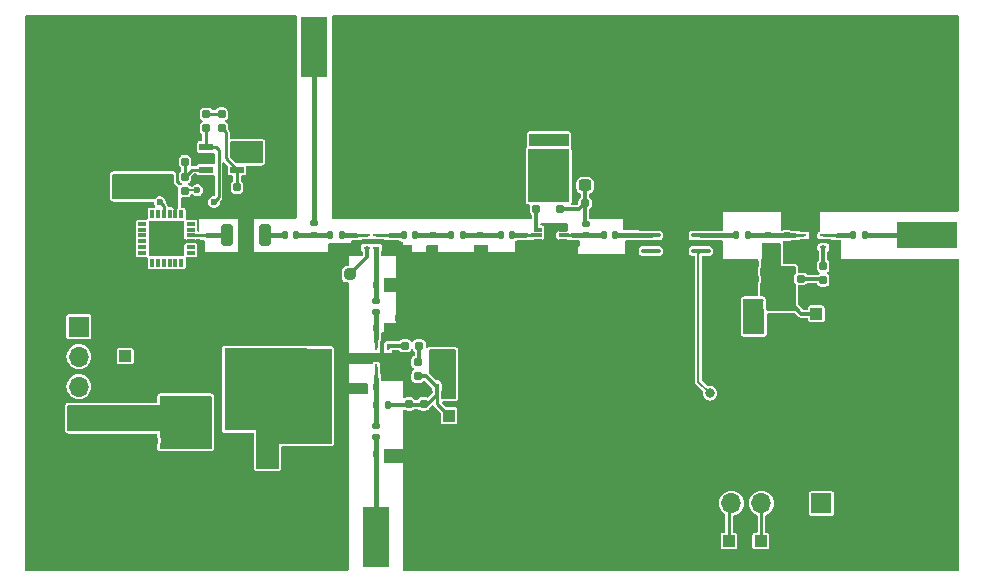
<source format=gtl>
%TF.GenerationSoftware,KiCad,Pcbnew,7.0.10*%
%TF.CreationDate,2024-04-01T00:34:45-05:00*%
%TF.ProjectId,Radar2_ExtFilter,52616461-7232-45f4-9578-7446696c7465,rev?*%
%TF.SameCoordinates,Original*%
%TF.FileFunction,Copper,L1,Top*%
%TF.FilePolarity,Positive*%
%FSLAX46Y46*%
G04 Gerber Fmt 4.6, Leading zero omitted, Abs format (unit mm)*
G04 Created by KiCad (PCBNEW 7.0.10) date 2024-04-01 00:34:45*
%MOMM*%
%LPD*%
G01*
G04 APERTURE LIST*
G04 Aperture macros list*
%AMRoundRect*
0 Rectangle with rounded corners*
0 $1 Rounding radius*
0 $2 $3 $4 $5 $6 $7 $8 $9 X,Y pos of 4 corners*
0 Add a 4 corners polygon primitive as box body*
4,1,4,$2,$3,$4,$5,$6,$7,$8,$9,$2,$3,0*
0 Add four circle primitives for the rounded corners*
1,1,$1+$1,$2,$3*
1,1,$1+$1,$4,$5*
1,1,$1+$1,$6,$7*
1,1,$1+$1,$8,$9*
0 Add four rect primitives between the rounded corners*
20,1,$1+$1,$2,$3,$4,$5,0*
20,1,$1+$1,$4,$5,$6,$7,0*
20,1,$1+$1,$6,$7,$8,$9,0*
20,1,$1+$1,$8,$9,$2,$3,0*%
G04 Aperture macros list end*
%TA.AperFunction,SMDPad,CuDef*%
%ADD10R,2.290000X5.080000*%
%TD*%
%TA.AperFunction,SMDPad,CuDef*%
%ADD11R,2.420000X5.080000*%
%TD*%
%TA.AperFunction,SMDPad,CuDef*%
%ADD12R,0.460000X0.950000*%
%TD*%
%TA.AperFunction,ComponentPad*%
%ADD13C,0.970000*%
%TD*%
%TA.AperFunction,SMDPad,CuDef*%
%ADD14RoundRect,0.147500X0.172500X-0.147500X0.172500X0.147500X-0.172500X0.147500X-0.172500X-0.147500X0*%
%TD*%
%TA.AperFunction,SMDPad,CuDef*%
%ADD15R,0.560000X0.250000*%
%TD*%
%TA.AperFunction,SMDPad,CuDef*%
%ADD16RoundRect,0.237500X0.250000X0.237500X-0.250000X0.237500X-0.250000X-0.237500X0.250000X-0.237500X0*%
%TD*%
%TA.AperFunction,SMDPad,CuDef*%
%ADD17R,1.000000X1.000000*%
%TD*%
%TA.AperFunction,SMDPad,CuDef*%
%ADD18RoundRect,0.155000X-0.212500X-0.155000X0.212500X-0.155000X0.212500X0.155000X-0.212500X0.155000X0*%
%TD*%
%TA.AperFunction,SMDPad,CuDef*%
%ADD19RoundRect,0.140000X-0.140000X-0.170000X0.140000X-0.170000X0.140000X0.170000X-0.140000X0.170000X0*%
%TD*%
%TA.AperFunction,SMDPad,CuDef*%
%ADD20RoundRect,0.140000X0.140000X0.170000X-0.140000X0.170000X-0.140000X-0.170000X0.140000X-0.170000X0*%
%TD*%
%TA.AperFunction,ComponentPad*%
%ADD21C,5.000000*%
%TD*%
%TA.AperFunction,SMDPad,CuDef*%
%ADD22RoundRect,0.155000X0.155000X-0.212500X0.155000X0.212500X-0.155000X0.212500X-0.155000X-0.212500X0*%
%TD*%
%TA.AperFunction,SMDPad,CuDef*%
%ADD23RoundRect,0.135000X0.185000X-0.135000X0.185000X0.135000X-0.185000X0.135000X-0.185000X-0.135000X0*%
%TD*%
%TA.AperFunction,SMDPad,CuDef*%
%ADD24R,1.150000X0.600000*%
%TD*%
%TA.AperFunction,SMDPad,CuDef*%
%ADD25RoundRect,0.160000X-0.160000X0.197500X-0.160000X-0.197500X0.160000X-0.197500X0.160000X0.197500X0*%
%TD*%
%TA.AperFunction,SMDPad,CuDef*%
%ADD26RoundRect,0.225000X0.250000X-0.225000X0.250000X0.225000X-0.250000X0.225000X-0.250000X-0.225000X0*%
%TD*%
%TA.AperFunction,SMDPad,CuDef*%
%ADD27RoundRect,0.147500X0.147500X0.172500X-0.147500X0.172500X-0.147500X-0.172500X0.147500X-0.172500X0*%
%TD*%
%TA.AperFunction,SMDPad,CuDef*%
%ADD28RoundRect,0.140000X-0.170000X0.140000X-0.170000X-0.140000X0.170000X-0.140000X0.170000X0.140000X0*%
%TD*%
%TA.AperFunction,SMDPad,CuDef*%
%ADD29RoundRect,0.160000X-0.197500X-0.160000X0.197500X-0.160000X0.197500X0.160000X-0.197500X0.160000X0*%
%TD*%
%TA.AperFunction,SMDPad,CuDef*%
%ADD30RoundRect,0.160000X0.160000X-0.197500X0.160000X0.197500X-0.160000X0.197500X-0.160000X-0.197500X0*%
%TD*%
%TA.AperFunction,SMDPad,CuDef*%
%ADD31RoundRect,0.135000X0.135000X0.185000X-0.135000X0.185000X-0.135000X-0.185000X0.135000X-0.185000X0*%
%TD*%
%TA.AperFunction,SMDPad,CuDef*%
%ADD32RoundRect,0.249600X-0.270400X-0.650400X0.270400X-0.650400X0.270400X0.650400X-0.270400X0.650400X0*%
%TD*%
%TA.AperFunction,SMDPad,CuDef*%
%ADD33RoundRect,0.152500X-0.152500X-0.470000X0.152500X-0.470000X0.152500X0.470000X-0.152500X0.470000X0*%
%TD*%
%TA.AperFunction,ComponentPad*%
%ADD34C,0.610000*%
%TD*%
%TA.AperFunction,SMDPad,CuDef*%
%ADD35R,5.080000X2.290000*%
%TD*%
%TA.AperFunction,SMDPad,CuDef*%
%ADD36R,5.080000X2.420000*%
%TD*%
%TA.AperFunction,SMDPad,CuDef*%
%ADD37R,0.950000X0.460000*%
%TD*%
%TA.AperFunction,SMDPad,CuDef*%
%ADD38RoundRect,0.250000X0.475000X-0.250000X0.475000X0.250000X-0.475000X0.250000X-0.475000X-0.250000X0*%
%TD*%
%TA.AperFunction,SMDPad,CuDef*%
%ADD39R,0.700000X0.300000*%
%TD*%
%TA.AperFunction,SMDPad,CuDef*%
%ADD40R,1.000000X1.700000*%
%TD*%
%TA.AperFunction,SMDPad,CuDef*%
%ADD41RoundRect,0.147500X-0.147500X-0.172500X0.147500X-0.172500X0.147500X0.172500X-0.147500X0.172500X0*%
%TD*%
%TA.AperFunction,SMDPad,CuDef*%
%ADD42R,0.400000X0.500000*%
%TD*%
%TA.AperFunction,SMDPad,CuDef*%
%ADD43R,2.500000X1.500000*%
%TD*%
%TA.AperFunction,SMDPad,CuDef*%
%ADD44R,7.000000X7.000000*%
%TD*%
%TA.AperFunction,SMDPad,CuDef*%
%ADD45R,0.300000X0.700000*%
%TD*%
%TA.AperFunction,SMDPad,CuDef*%
%ADD46R,2.950000X2.950000*%
%TD*%
%TA.AperFunction,SMDPad,CuDef*%
%ADD47RoundRect,0.250000X0.250000X0.475000X-0.250000X0.475000X-0.250000X-0.475000X0.250000X-0.475000X0*%
%TD*%
%TA.AperFunction,SMDPad,CuDef*%
%ADD48R,0.250000X0.600000*%
%TD*%
%TA.AperFunction,SMDPad,CuDef*%
%ADD49R,1.150000X0.650000*%
%TD*%
%TA.AperFunction,SMDPad,CuDef*%
%ADD50RoundRect,0.100000X-0.712500X-0.100000X0.712500X-0.100000X0.712500X0.100000X-0.712500X0.100000X0*%
%TD*%
%TA.AperFunction,ComponentPad*%
%ADD51R,1.700000X1.700000*%
%TD*%
%TA.AperFunction,ComponentPad*%
%ADD52O,1.700000X1.700000*%
%TD*%
%TA.AperFunction,SMDPad,CuDef*%
%ADD53RoundRect,0.250000X-0.337500X-0.475000X0.337500X-0.475000X0.337500X0.475000X-0.337500X0.475000X0*%
%TD*%
%TA.AperFunction,SMDPad,CuDef*%
%ADD54RoundRect,0.237500X0.300000X0.237500X-0.300000X0.237500X-0.300000X-0.237500X0.300000X-0.237500X0*%
%TD*%
%TA.AperFunction,SMDPad,CuDef*%
%ADD55R,0.500000X0.400000*%
%TD*%
%TA.AperFunction,SMDPad,CuDef*%
%ADD56RoundRect,0.135000X-0.185000X0.135000X-0.185000X-0.135000X0.185000X-0.135000X0.185000X0.135000X0*%
%TD*%
%TA.AperFunction,SMDPad,CuDef*%
%ADD57R,0.600000X0.250000*%
%TD*%
%TA.AperFunction,SMDPad,CuDef*%
%ADD58R,0.650000X1.150000*%
%TD*%
%TA.AperFunction,SMDPad,CuDef*%
%ADD59RoundRect,0.155000X0.212500X0.155000X-0.212500X0.155000X-0.212500X-0.155000X0.212500X-0.155000X0*%
%TD*%
%TA.AperFunction,ViaPad*%
%ADD60C,0.600000*%
%TD*%
%TA.AperFunction,ViaPad*%
%ADD61C,0.800000*%
%TD*%
%TA.AperFunction,Conductor*%
%ADD62C,0.250000*%
%TD*%
%TA.AperFunction,Conductor*%
%ADD63C,0.410000*%
%TD*%
%TA.AperFunction,Conductor*%
%ADD64C,0.200000*%
%TD*%
%TA.AperFunction,Conductor*%
%ADD65C,0.300000*%
%TD*%
%TA.AperFunction,Conductor*%
%ADD66C,0.197000*%
%TD*%
G04 APERTURE END LIST*
D10*
%TO.P,J2,1,In*%
%TO.N,Net-(J2-In)*%
X127750000Y-86200000D03*
D11*
%TO.P,J2,2,Ext*%
%TO.N,GND*%
X123370000Y-86200000D03*
X132130000Y-86200000D03*
D12*
X123370000Y-83210000D03*
X132130000Y-83210000D03*
D13*
X123370000Y-82760000D03*
X132130000Y-82760000D03*
%TD*%
D14*
%TO.P,L6,1*%
%TO.N,Net-(C19-Pad2)*%
X160900000Y-61600000D03*
%TO.P,L6,2*%
%TO.N,Net-(IC7-RFOUT{slash}VD)*%
X160900000Y-60630000D03*
%TD*%
D15*
%TO.P,IC4,1,INPUT*%
%TO.N,Net-(IC4-INPUT)*%
X126960000Y-60630000D03*
%TO.P,IC4,2,GROUND_1*%
%TO.N,GND*%
X126960000Y-61140000D03*
%TO.P,IC4,3,TERMINATION*%
%TO.N,Net-(IC4-TERMINATION)*%
X126960000Y-61650000D03*
%TO.P,IC4,4,OUTPUT*%
%TO.N,/RadarTx/PA_IN*%
X127750000Y-61650000D03*
%TO.P,IC4,5,GROUND_2*%
%TO.N,GND*%
X127750000Y-61140000D03*
%TO.P,IC4,6,COUPLED*%
%TO.N,Net-(IC4-COUPLED)*%
X127750000Y-60630000D03*
%TD*%
D14*
%TO.P,L5,1*%
%TO.N,Net-(IC6-RFOUT)*%
X145500000Y-60630000D03*
%TO.P,L5,2*%
%TO.N,Net-(C17-Pad2)*%
X145500000Y-59660000D03*
%TD*%
D16*
%TO.P,R7,1*%
%TO.N,Net-(IC4-TERMINATION)*%
X125512500Y-63900000D03*
%TO.P,R7,2*%
%TO.N,GND*%
X123687500Y-63900000D03*
%TD*%
D17*
%TO.P,TP7,1,1*%
%TO.N,Net-(C19-Pad2)*%
X165000000Y-67250000D03*
%TD*%
D18*
%TO.P,C19,1*%
%TO.N,GND*%
X159772500Y-64300000D03*
%TO.P,C19,2*%
%TO.N,Net-(C19-Pad2)*%
X160907500Y-64300000D03*
%TD*%
D17*
%TO.P,TP4,1,1*%
%TO.N,+3V3*%
X160300000Y-86500000D03*
%TD*%
D19*
%TO.P,C9,1*%
%TO.N,Net-(IC4-COUPLED)*%
X130087500Y-60630000D03*
%TO.P,C9,2*%
%TO.N,Net-(C9-Pad2)*%
X131047500Y-60630000D03*
%TD*%
D20*
%TO.P,C23,1*%
%TO.N,Net-(J5-In)*%
X169100000Y-60630000D03*
%TO.P,C23,2*%
%TO.N,Net-(IC7-RFIN)*%
X168140000Y-60630000D03*
%TD*%
D21*
%TO.P,H4,1,1*%
%TO.N,GND*%
X172800000Y-84000000D03*
%TD*%
D22*
%TO.P,C5,1*%
%TO.N,+10V*%
X117450000Y-53167500D03*
%TO.P,C5,2*%
%TO.N,GND*%
X117450000Y-52032500D03*
%TD*%
D23*
%TO.P,R12,1*%
%TO.N,GND*%
X136567500Y-61650000D03*
%TO.P,R12,2*%
%TO.N,MIXER_IN*%
X136567500Y-60630000D03*
%TD*%
D24*
%TO.P,IC2,1,OUTPUT*%
%TO.N,/RadarTx/VCO_Scaled*%
X113350000Y-53150000D03*
%TO.P,IC2,2,VDD*%
%TO.N,GND*%
X113350000Y-54100000D03*
%TO.P,IC2,3,+*%
%TO.N,Net-(IC2-+)*%
X113350000Y-55050000D03*
%TO.P,IC2,4,-*%
%TO.N,Net-(IC2--)*%
X115950000Y-55050000D03*
%TO.P,IC2,5,VCC*%
%TO.N,+10V*%
X115950000Y-53150000D03*
%TD*%
D25*
%TO.P,R14,1*%
%TO.N,Net-(C15-Pad2)*%
X143300000Y-57202500D03*
%TO.P,R14,2*%
%TO.N,Net-(C17-Pad2)*%
X143300000Y-58397500D03*
%TD*%
D26*
%TO.P,C2,1*%
%TO.N,+3V0*%
X109780000Y-56165000D03*
%TO.P,C2,2*%
%TO.N,GND*%
X109780000Y-54615000D03*
%TD*%
D27*
%TO.P,L3,1*%
%TO.N,Net-(C11-Pad2)*%
X128720000Y-74950000D03*
%TO.P,L3,2*%
%TO.N,Net-(IC5-RFOUT{slash}VD)*%
X127750000Y-74950000D03*
%TD*%
D28*
%TO.P,C22,1*%
%TO.N,GND*%
X162500000Y-59670000D03*
%TO.P,C22,2*%
%TO.N,Net-(IC7-RFOUT{slash}VD)*%
X162500000Y-60630000D03*
%TD*%
D29*
%TO.P,R15,1*%
%TO.N,Net-(C19-Pad2)*%
X162502500Y-64300000D03*
%TO.P,R15,2*%
%TO.N,Net-(R15-Pad2)*%
X163697500Y-64300000D03*
%TD*%
D30*
%TO.P,R9,1*%
%TO.N,Net-(C11-Pad2)*%
X131250000Y-72547500D03*
%TO.P,R9,2*%
%TO.N,Net-(R8-Pad2)*%
X131250000Y-71352500D03*
%TD*%
D10*
%TO.P,J1,1,In*%
%TO.N,Net-(J1-In)*%
X122500000Y-44700000D03*
D11*
%TO.P,J1,2,Ext*%
%TO.N,GND*%
X126880000Y-44700000D03*
X118120000Y-44700000D03*
D12*
X126880000Y-47690000D03*
X118120000Y-47690000D03*
D13*
X126880000Y-48140000D03*
X118120000Y-48140000D03*
%TD*%
D21*
%TO.P,H3,1,1*%
%TO.N,GND*%
X105000000Y-84000000D03*
%TD*%
D31*
%TO.P,R11,1*%
%TO.N,MIXER_IN*%
X135077500Y-60630000D03*
%TO.P,R11,2*%
%TO.N,Net-(C9-Pad2)*%
X134057500Y-60630000D03*
%TD*%
D32*
%TO.P,FL1,1,IN*%
%TO.N,Net-(FL1-IN)*%
X115100000Y-60630000D03*
D33*
%TO.P,FL1,2,GND*%
%TO.N,GND*%
X116725000Y-61557500D03*
D34*
X116725000Y-61735000D03*
D32*
%TO.P,FL1,3,OUT*%
%TO.N,Net-(FL1-OUT)*%
X118350000Y-60630000D03*
D34*
%TO.P,FL1,4,GND*%
%TO.N,GND*%
X116725000Y-59525000D03*
D33*
X116725000Y-59702500D03*
%TD*%
D20*
%TO.P,C21,1*%
%TO.N,Net-(IC7-RFOUT{slash}VD)*%
X159180000Y-60630000D03*
%TO.P,C21,2*%
%TO.N,Net-(U1-RF)*%
X158220000Y-60630000D03*
%TD*%
D35*
%TO.P,J5,1,In*%
%TO.N,Net-(J5-In)*%
X174360000Y-60630000D03*
D36*
%TO.P,J5,2,Ext*%
%TO.N,GND*%
X174360000Y-65010000D03*
X174360000Y-56250000D03*
D37*
X171370000Y-65010000D03*
X171370000Y-56250000D03*
D13*
X170920000Y-65010000D03*
X170920000Y-56250000D03*
%TD*%
D30*
%TO.P,R13,1*%
%TO.N,Net-(IC6-VCC)*%
X141300000Y-58397500D03*
%TO.P,R13,2*%
%TO.N,Net-(C15-Pad2)*%
X141300000Y-57202500D03*
%TD*%
D17*
%TO.P,TP1,1,1*%
%TO.N,+3V0*%
X106500000Y-70850000D03*
%TD*%
D25*
%TO.P,R16,1*%
%TO.N,Net-(IC7-VEN)*%
X165600000Y-63202500D03*
%TO.P,R16,2*%
%TO.N,Net-(R15-Pad2)*%
X165600000Y-64397500D03*
%TD*%
D28*
%TO.P,C8,1*%
%TO.N,/RadarTx/PA_IN*%
X127750000Y-66170000D03*
%TO.P,C8,2*%
%TO.N,Net-(IC5-RFIN)*%
X127750000Y-67130000D03*
%TD*%
D17*
%TO.P,TP6,1,1*%
%TO.N,Net-(C15-Pad2)*%
X143400000Y-55400000D03*
%TD*%
D30*
%TO.P,R2,1*%
%TO.N,GND*%
X115950000Y-57747500D03*
%TO.P,R2,2*%
%TO.N,Net-(IC2--)*%
X115950000Y-56552500D03*
%TD*%
D38*
%TO.P,C4,1*%
%TO.N,+10V*%
X107250000Y-75500000D03*
%TO.P,C4,2*%
%TO.N,GND*%
X107250000Y-73600000D03*
%TD*%
D21*
%TO.P,H2,1,1*%
%TO.N,GND*%
X172800000Y-47000000D03*
%TD*%
D19*
%TO.P,C10,1*%
%TO.N,GND*%
X126790000Y-73450000D03*
%TO.P,C10,2*%
%TO.N,Net-(IC5-RFOUT{slash}VD)*%
X127750000Y-73450000D03*
%TD*%
D22*
%TO.P,C11,1*%
%TO.N,GND*%
X131750000Y-76017500D03*
%TO.P,C11,2*%
%TO.N,Net-(C11-Pad2)*%
X131750000Y-74882500D03*
%TD*%
D29*
%TO.P,R8,1*%
%TO.N,Net-(IC5-VEN)*%
X130182500Y-69950000D03*
%TO.P,R8,2*%
%TO.N,Net-(R8-Pad2)*%
X131377500Y-69950000D03*
%TD*%
D31*
%TO.P,R6,1*%
%TO.N,Net-(IC4-INPUT)*%
X124810000Y-60630000D03*
%TO.P,R6,2*%
%TO.N,Net-(C6-Pad2)*%
X123790000Y-60630000D03*
%TD*%
D39*
%TO.P,IC6,1,VCC*%
%TO.N,Net-(IC6-VCC)*%
X141450000Y-60130000D03*
%TO.P,IC6,2,RFIN*%
%TO.N,Net-(IC6-RFIN)*%
X141450000Y-60630000D03*
%TO.P,IC6,3,NC_1*%
%TO.N,GND*%
X141450000Y-61130000D03*
%TO.P,IC6,4,NC_2*%
X141450000Y-61630000D03*
%TO.P,IC6,5,PWDN*%
X143550000Y-61630000D03*
%TO.P,IC6,6,NC_3*%
X143550000Y-61130000D03*
%TO.P,IC6,7,RFOUT*%
%TO.N,Net-(IC6-RFOUT)*%
X143550000Y-60630000D03*
%TO.P,IC6,8,NC_4*%
%TO.N,GND*%
X143550000Y-60130000D03*
D40*
%TO.P,IC6,9,EP*%
X142500000Y-60880000D03*
%TD*%
D28*
%TO.P,C13,1*%
%TO.N,Net-(IC5-RFOUT{slash}VD)*%
X127750000Y-76720000D03*
%TO.P,C13,2*%
%TO.N,Net-(J2-In)*%
X127750000Y-77680000D03*
%TD*%
D17*
%TO.P,TP3,1,1*%
%TO.N,Net-(J4-Pin_4)*%
X157600000Y-86500000D03*
%TD*%
D18*
%TO.P,C20,1*%
%TO.N,GND*%
X159765000Y-63000000D03*
%TO.P,C20,2*%
%TO.N,Net-(C19-Pad2)*%
X160900000Y-63000000D03*
%TD*%
D22*
%TO.P,C1,1*%
%TO.N,Net-(IC2-+)*%
X111550000Y-54367500D03*
%TO.P,C1,2*%
%TO.N,GND*%
X111550000Y-53232500D03*
%TD*%
D41*
%TO.P,L2,1*%
%TO.N,Net-(IC5-RFIN)*%
X127750000Y-68500000D03*
%TO.P,L2,2*%
%TO.N,GND*%
X128720000Y-68500000D03*
%TD*%
D42*
%TO.P,FB1,1,1*%
%TO.N,+5V*%
X133680000Y-73450000D03*
%TO.P,FB1,2,2*%
%TO.N,Net-(C11-Pad2)*%
X132880000Y-73450000D03*
%TD*%
D38*
%TO.P,C3,1*%
%TO.N,+3V0*%
X107800000Y-56200000D03*
%TO.P,C3,2*%
%TO.N,GND*%
X107800000Y-54300000D03*
%TD*%
D25*
%TO.P,R1,1*%
%TO.N,Net-(IC2-+)*%
X111550000Y-55652500D03*
%TO.P,R1,2*%
%TO.N,/RadarTx/VCO_Tune*%
X111550000Y-56847500D03*
%TD*%
D43*
%TO.P,IC3,1,GND*%
%TO.N,GND*%
X111507000Y-71360000D03*
D44*
%TO.P,IC3,2,OUTPUT*%
%TO.N,+5V*%
X118407000Y-73660000D03*
D43*
%TO.P,IC3,3,INPUT*%
%TO.N,+10V*%
X111507000Y-75960000D03*
%TD*%
D19*
%TO.P,C16,1*%
%TO.N,Net-(IC6-RFOUT)*%
X147020000Y-60630000D03*
%TO.P,C16,2*%
%TO.N,Net-(U1-LO)*%
X147980000Y-60630000D03*
%TD*%
D39*
%TO.P,IC1,1,N/C_1*%
%TO.N,unconnected-(IC1-N{slash}C_1-Pad1)*%
X107950000Y-59630000D03*
%TO.P,IC1,2,N/C_2*%
%TO.N,unconnected-(IC1-N{slash}C_2-Pad2)*%
X107950000Y-60130000D03*
%TO.P,IC1,3,N/C_3*%
%TO.N,unconnected-(IC1-N{slash}C_3-Pad3)*%
X107950000Y-60630000D03*
%TO.P,IC1,4,N/C_4*%
%TO.N,unconnected-(IC1-N{slash}C_4-Pad4)*%
X107950000Y-61130000D03*
%TO.P,IC1,5,N/C_5*%
%TO.N,unconnected-(IC1-N{slash}C_5-Pad5)*%
X107950000Y-61630000D03*
%TO.P,IC1,6,N/C_6*%
%TO.N,unconnected-(IC1-N{slash}C_6-Pad6)*%
X107950000Y-62130000D03*
D45*
%TO.P,IC1,7,N/C_7*%
%TO.N,unconnected-(IC1-N{slash}C_7-Pad7)*%
X108750000Y-62930000D03*
%TO.P,IC1,8,N/C_8*%
%TO.N,unconnected-(IC1-N{slash}C_8-Pad8)*%
X109250000Y-62930000D03*
%TO.P,IC1,9,N/C_9*%
%TO.N,unconnected-(IC1-N{slash}C_9-Pad9)*%
X109750000Y-62930000D03*
%TO.P,IC1,10,N/C_10*%
%TO.N,unconnected-(IC1-N{slash}C_10-Pad10)*%
X110250000Y-62930000D03*
%TO.P,IC1,11,N/C_11*%
%TO.N,unconnected-(IC1-N{slash}C_11-Pad11)*%
X110750000Y-62930000D03*
%TO.P,IC1,12,N/C_12*%
%TO.N,unconnected-(IC1-N{slash}C_12-Pad12)*%
X111250000Y-62930000D03*
D39*
%TO.P,IC1,13,N/C_13*%
%TO.N,unconnected-(IC1-N{slash}C_13-Pad13)*%
X112050000Y-62130000D03*
%TO.P,IC1,14,N/C_14*%
%TO.N,unconnected-(IC1-N{slash}C_14-Pad14)*%
X112050000Y-61630000D03*
%TO.P,IC1,15,GND*%
%TO.N,GND*%
X112050000Y-61130000D03*
%TO.P,IC1,16,RFOUT*%
%TO.N,Net-(FL1-IN)*%
X112050000Y-60630000D03*
%TO.P,IC1,17,N/C_15*%
%TO.N,unconnected-(IC1-N{slash}C_15-Pad17)*%
X112050000Y-60130000D03*
%TO.P,IC1,18,N/C_16*%
%TO.N,unconnected-(IC1-N{slash}C_16-Pad18)*%
X112050000Y-59630000D03*
D45*
%TO.P,IC1,19,N/C_17*%
%TO.N,unconnected-(IC1-N{slash}C_17-Pad19)*%
X111250000Y-58830000D03*
%TO.P,IC1,20,VCC*%
%TO.N,+3V0*%
X110750000Y-58830000D03*
%TO.P,IC1,21,N/C_18*%
%TO.N,unconnected-(IC1-N{slash}C_18-Pad21)*%
X110250000Y-58830000D03*
%TO.P,IC1,22,VTUNE*%
%TO.N,/RadarTx/VCO_Scaled*%
X109750000Y-58830000D03*
%TO.P,IC1,23,N/C_19*%
%TO.N,unconnected-(IC1-N{slash}C_19-Pad23)*%
X109250000Y-58830000D03*
%TO.P,IC1,24,N/C_20*%
%TO.N,unconnected-(IC1-N{slash}C_20-Pad24)*%
X108750000Y-58830000D03*
D46*
%TO.P,IC1,25,EP*%
%TO.N,GND*%
X110000000Y-60880000D03*
%TD*%
D17*
%TO.P,TP2,1,1*%
%TO.N,Net-(C11-Pad2)*%
X133900000Y-75875000D03*
%TD*%
D41*
%TO.P,L1,1*%
%TO.N,/RadarTx/PA_IN*%
X127750000Y-64800000D03*
%TO.P,L1,2*%
%TO.N,GND*%
X128720000Y-64800000D03*
%TD*%
D23*
%TO.P,R10,1*%
%TO.N,GND*%
X132567500Y-61650000D03*
%TO.P,R10,2*%
%TO.N,Net-(C9-Pad2)*%
X132567500Y-60630000D03*
%TD*%
D47*
%TO.P,C7,1*%
%TO.N,+5V*%
X118750000Y-79400000D03*
%TO.P,C7,2*%
%TO.N,GND*%
X116850000Y-79400000D03*
%TD*%
D48*
%TO.P,IC5,1,VEN*%
%TO.N,Net-(IC5-VEN)*%
X128750000Y-70100000D03*
%TO.P,IC5,2,NC_1*%
%TO.N,GND*%
X128250000Y-70100000D03*
%TO.P,IC5,3,RFIN*%
%TO.N,Net-(IC5-RFIN)*%
X127750000Y-70100000D03*
%TO.P,IC5,4,RFOUT/VD*%
%TO.N,Net-(IC5-RFOUT{slash}VD)*%
X127750000Y-71800000D03*
%TO.P,IC5,5,NC_2*%
%TO.N,GND*%
X128250000Y-71800000D03*
%TO.P,IC5,6,NC_3*%
X128750000Y-71800000D03*
D49*
%TO.P,IC5,7,EP*%
X128250000Y-70950000D03*
%TD*%
D50*
%TO.P,U1,1,GND*%
%TO.N,GND*%
X151000000Y-59980000D03*
%TO.P,U1,2,LO*%
%TO.N,Net-(U1-LO)*%
X151000000Y-60630000D03*
%TO.P,U1,3,GND*%
%TO.N,GND*%
X151000000Y-61280000D03*
%TO.P,U1,4,NC*%
%TO.N,unconnected-(U1-NC-Pad4)*%
X151000000Y-61930000D03*
%TO.P,U1,5,IF*%
%TO.N,/RadarRx/IF_OUT*%
X155225000Y-61930000D03*
%TO.P,U1,6,GND*%
%TO.N,GND*%
X155225000Y-61280000D03*
%TO.P,U1,7,RF*%
%TO.N,Net-(U1-RF)*%
X155225000Y-60630000D03*
%TO.P,U1,8,GND*%
%TO.N,GND*%
X155225000Y-59980000D03*
%TD*%
D30*
%TO.P,R4,1*%
%TO.N,Net-(IC2--)*%
X114650000Y-51545000D03*
%TO.P,R4,2*%
%TO.N,Net-(R3-Pad1)*%
X114650000Y-50350000D03*
%TD*%
D51*
%TO.P,J4,1,Pin_1*%
%TO.N,/RadarRx/IF_OUT*%
X165443464Y-83300000D03*
D52*
%TO.P,J4,2,Pin_2*%
%TO.N,GND*%
X162903464Y-83300000D03*
%TO.P,J4,3,Pin_3*%
%TO.N,+3V3*%
X160363464Y-83300000D03*
%TO.P,J4,4,Pin_4*%
%TO.N,Net-(J4-Pin_4)*%
X157823464Y-83300000D03*
%TO.P,J4,5,Pin_5*%
%TO.N,GND*%
X155283464Y-83300000D03*
%TD*%
D17*
%TO.P,TP5,1,1*%
%TO.N,GND*%
X162900000Y-86500000D03*
%TD*%
D53*
%TO.P,C15,1*%
%TO.N,GND*%
X139162500Y-55400000D03*
%TO.P,C15,2*%
%TO.N,Net-(C15-Pad2)*%
X141237500Y-55400000D03*
%TD*%
D54*
%TO.P,C17,1*%
%TO.N,GND*%
X147162500Y-56380000D03*
%TO.P,C17,2*%
%TO.N,Net-(C17-Pad2)*%
X145437500Y-56380000D03*
%TD*%
D19*
%TO.P,C14,1*%
%TO.N,MIXER_IN*%
X138270000Y-60630000D03*
%TO.P,C14,2*%
%TO.N,Net-(IC6-RFIN)*%
X139230000Y-60630000D03*
%TD*%
D42*
%TO.P,FB3,1,1*%
%TO.N,+5V*%
X160100000Y-66500000D03*
%TO.P,FB3,2,2*%
%TO.N,Net-(C19-Pad2)*%
X160900000Y-66500000D03*
%TD*%
D55*
%TO.P,FB2,1,1*%
%TO.N,+3V3*%
X143300000Y-52700000D03*
%TO.P,FB2,2,2*%
%TO.N,Net-(C15-Pad2)*%
X143300000Y-53500000D03*
%TD*%
D56*
%TO.P,R5,1*%
%TO.N,Net-(J1-In)*%
X122500000Y-59610000D03*
%TO.P,R5,2*%
%TO.N,Net-(C6-Pad2)*%
X122500000Y-60630000D03*
%TD*%
D41*
%TO.P,L4,1*%
%TO.N,Net-(J2-In)*%
X127750000Y-79150000D03*
%TO.P,L4,2*%
%TO.N,GND*%
X128720000Y-79150000D03*
%TD*%
D57*
%TO.P,IC7,1,VEN*%
%TO.N,Net-(IC7-VEN)*%
X165600000Y-61630000D03*
%TO.P,IC7,2,NC_1*%
%TO.N,GND*%
X165600000Y-61130000D03*
%TO.P,IC7,3,RFIN*%
%TO.N,Net-(IC7-RFIN)*%
X165600000Y-60630000D03*
%TO.P,IC7,4,RFOUT/VD*%
%TO.N,Net-(IC7-RFOUT{slash}VD)*%
X163900000Y-60630000D03*
%TO.P,IC7,5,NC_2*%
%TO.N,GND*%
X163900000Y-61130000D03*
%TO.P,IC7,6,NC_3*%
X163900000Y-61630000D03*
D58*
%TO.P,IC7,7,EP*%
X164750000Y-61130000D03*
%TD*%
D59*
%TO.P,C18,1*%
%TO.N,GND*%
X146567500Y-57880000D03*
%TO.P,C18,2*%
%TO.N,Net-(C17-Pad2)*%
X145432500Y-57880000D03*
%TD*%
D51*
%TO.P,J3,1,Pin_1*%
%TO.N,/RadarTx/VCO_Tune*%
X102570000Y-68340000D03*
D52*
%TO.P,J3,2,Pin_2*%
%TO.N,+3V0*%
X102570000Y-70880000D03*
%TO.P,J3,3,Pin_3*%
%TO.N,+3V3*%
X102570000Y-73420000D03*
%TO.P,J3,4,Pin_4*%
%TO.N,+10V*%
X102570000Y-75960000D03*
%TO.P,J3,5,Pin_5*%
%TO.N,GND*%
X102570000Y-78500000D03*
%TD*%
D21*
%TO.P,H1,1,1*%
%TO.N,GND*%
X105000000Y-47000000D03*
%TD*%
D22*
%TO.P,C12,1*%
%TO.N,GND*%
X130530000Y-76017500D03*
%TO.P,C12,2*%
%TO.N,Net-(C11-Pad2)*%
X130530000Y-74882500D03*
%TD*%
D19*
%TO.P,C6,1*%
%TO.N,Net-(FL1-OUT)*%
X120020000Y-60630000D03*
%TO.P,C6,2*%
%TO.N,Net-(C6-Pad2)*%
X120980000Y-60630000D03*
%TD*%
D25*
%TO.P,R3,1*%
%TO.N,Net-(R3-Pad1)*%
X113350000Y-50352500D03*
%TO.P,R3,2*%
%TO.N,/RadarTx/VCO_Scaled*%
X113350000Y-51547500D03*
%TD*%
D60*
%TO.N,+3V0*%
X106500000Y-70850000D03*
X106200000Y-55800000D03*
X106200000Y-57200000D03*
%TO.N,GND*%
X158000000Y-50000000D03*
X138900000Y-58900000D03*
X134025000Y-64000000D03*
X164000000Y-46000000D03*
X159100000Y-58200000D03*
X115000000Y-82000000D03*
X146000000Y-46000000D03*
X154000000Y-80000000D03*
X120700000Y-53000000D03*
X100000000Y-54000000D03*
X152000000Y-78000000D03*
X152000000Y-76000000D03*
X144000000Y-50000000D03*
X158000000Y-46000000D03*
X156000000Y-57400000D03*
X154000000Y-64000000D03*
X110000000Y-52000000D03*
X132500000Y-58900000D03*
X140000000Y-88000000D03*
X110000000Y-46000000D03*
X144600000Y-61400000D03*
X150000000Y-48000000D03*
X120700000Y-58600000D03*
X142000000Y-80000000D03*
X124300000Y-58600000D03*
X144000000Y-80000000D03*
X166000000Y-54000000D03*
X134000000Y-82000000D03*
X125800000Y-73400000D03*
X117000000Y-84000000D03*
X128500000Y-58900000D03*
X144000000Y-72000000D03*
X122300000Y-63500000D03*
X129600000Y-68400000D03*
X169000000Y-80000000D03*
X134000000Y-78000000D03*
X163200000Y-69400000D03*
X124300000Y-49800000D03*
X140000000Y-50000000D03*
X125000000Y-76600000D03*
X160000000Y-44000000D03*
X142000000Y-46000000D03*
X152000000Y-46000000D03*
X142000000Y-50000000D03*
X136000000Y-54000000D03*
X100800000Y-57800000D03*
X144000000Y-46000000D03*
X154000000Y-55800000D03*
X152700000Y-58700000D03*
X146000000Y-64000000D03*
X135700000Y-58900000D03*
X125000000Y-61600000D03*
X169800000Y-66200000D03*
X133970090Y-53985045D03*
X125800000Y-61600000D03*
X125000000Y-80600000D03*
X143900000Y-62500000D03*
X130900000Y-62400000D03*
X150000000Y-66000000D03*
X144000000Y-64000000D03*
X146000000Y-74000000D03*
X146000000Y-44000000D03*
X142000000Y-82000000D03*
X117000000Y-82000000D03*
X102000000Y-44000000D03*
X125000000Y-75800000D03*
X100000000Y-44000000D03*
X156000000Y-52000000D03*
X134200000Y-68000000D03*
X134000000Y-55800000D03*
X168000000Y-55800000D03*
X135000000Y-57500000D03*
X118000000Y-42800000D03*
X100800000Y-63400000D03*
X138000000Y-72000000D03*
X130000000Y-63000000D03*
X166000000Y-44000000D03*
X146000000Y-82000000D03*
X105000000Y-80000000D03*
X167200000Y-69400000D03*
X148000000Y-46000000D03*
X109000000Y-78000000D03*
X115600000Y-58800000D03*
X161200000Y-69400000D03*
X120700000Y-55500000D03*
X115000000Y-68000000D03*
X128000000Y-54000000D03*
X117000000Y-50000000D03*
X154000000Y-76000000D03*
X107000000Y-80000000D03*
X120700000Y-51400000D03*
X154000000Y-48000000D03*
X156000000Y-48000000D03*
X136000000Y-46000000D03*
X142000000Y-74000000D03*
X126000000Y-57500000D03*
X168000000Y-44000000D03*
X150000000Y-80000000D03*
X138000000Y-74000000D03*
X134000000Y-46000000D03*
X125000000Y-77400000D03*
X159900000Y-58200000D03*
X146000000Y-78000000D03*
X164000000Y-76800000D03*
X138100000Y-58900000D03*
X130400000Y-81400000D03*
X134500000Y-62400000D03*
X132000000Y-52000000D03*
X150000000Y-44000000D03*
X102000000Y-52000000D03*
X156000000Y-78000000D03*
X137300000Y-58900000D03*
X166000000Y-50000000D03*
X134100000Y-58900000D03*
X136000000Y-55800000D03*
X156000000Y-68000000D03*
X152000000Y-64000000D03*
X114000000Y-62400000D03*
X139000000Y-62400000D03*
X132000000Y-46000000D03*
X110000000Y-50000000D03*
X148000000Y-64000000D03*
X158000000Y-78000000D03*
X134000000Y-50000000D03*
X139600000Y-52000000D03*
X129000000Y-57500000D03*
X156000000Y-55800000D03*
X144000000Y-44000000D03*
X138000000Y-46000000D03*
X104000000Y-52000000D03*
X121000000Y-68000000D03*
X156700000Y-58700000D03*
X100000000Y-50000000D03*
X148000000Y-50000000D03*
X152000000Y-66000000D03*
X162000000Y-48000000D03*
X160000000Y-54000000D03*
X168200000Y-68000000D03*
X142500000Y-60880000D03*
X149500000Y-62500000D03*
X117000000Y-86000000D03*
X114000000Y-48000000D03*
X125000000Y-75000000D03*
X168200000Y-66200000D03*
X168200000Y-64200000D03*
X119000000Y-82000000D03*
X151900000Y-58700000D03*
X158000000Y-55800000D03*
X164000000Y-44000000D03*
X130000000Y-50000000D03*
X140000000Y-68000000D03*
X124300000Y-52200000D03*
X124300000Y-54600000D03*
X132000000Y-44000000D03*
X163000000Y-78000000D03*
X125000000Y-74200000D03*
X111000000Y-80000000D03*
X156000000Y-46000000D03*
X127500000Y-55800000D03*
X148000000Y-82000000D03*
X148000000Y-48000000D03*
X127000000Y-46000000D03*
X150000000Y-72000000D03*
X144000000Y-86000000D03*
X140000000Y-86000000D03*
X164000000Y-52000000D03*
X132000000Y-80000000D03*
X124300000Y-53000000D03*
X124300000Y-51400000D03*
X133300000Y-58900000D03*
X120700000Y-54600000D03*
X123000000Y-62400000D03*
X175000000Y-69400000D03*
X112000000Y-48000000D03*
X157500000Y-58200000D03*
X130500000Y-57500000D03*
X165600000Y-58200000D03*
X110000000Y-48000000D03*
X132400000Y-86400000D03*
X152000000Y-74000000D03*
X165000000Y-78000000D03*
X150000000Y-50000000D03*
X136000000Y-48000000D03*
X154000000Y-74000000D03*
X150300000Y-58700000D03*
X139800000Y-62400000D03*
X130400000Y-77400000D03*
X160000000Y-46000000D03*
X119000000Y-84000000D03*
X158000000Y-80000000D03*
X129600000Y-64800000D03*
X125000000Y-79800000D03*
X136000000Y-86000000D03*
X158300000Y-58200000D03*
X164000000Y-50000000D03*
X134000000Y-80000000D03*
X121000000Y-80000000D03*
X170000000Y-63000000D03*
X162000000Y-50000000D03*
X113000000Y-82000000D03*
X140000000Y-44000000D03*
X153500000Y-58700000D03*
X168400000Y-63000000D03*
X155100000Y-58700000D03*
X136000000Y-80000000D03*
X111000000Y-68000000D03*
X144000000Y-82000000D03*
X114800000Y-58800000D03*
X135300000Y-62400000D03*
X118000000Y-44400000D03*
X148000000Y-88000000D03*
X172600000Y-56200000D03*
X112000000Y-44000000D03*
X100000000Y-48000000D03*
X130000000Y-48000000D03*
X136000000Y-82000000D03*
X164000000Y-55800000D03*
X108025003Y-51981254D03*
X127000000Y-44400000D03*
X151100000Y-58700000D03*
X146000000Y-48000000D03*
X140000000Y-74000000D03*
X132000000Y-55800000D03*
X134000000Y-48000000D03*
X156000000Y-64000000D03*
X113000000Y-80000000D03*
X150000000Y-54000000D03*
X150000000Y-86000000D03*
X126100000Y-58900000D03*
X165200000Y-69400000D03*
X152000000Y-54000000D03*
X164000000Y-48000000D03*
X146000000Y-86000000D03*
X114000000Y-46000000D03*
X171200000Y-69400000D03*
X173200000Y-69400000D03*
X128000000Y-50000000D03*
X169200000Y-63000000D03*
X126000000Y-54000000D03*
X132025000Y-64000000D03*
X144000000Y-68000000D03*
X158000000Y-54000000D03*
X117000000Y-68000000D03*
X100000000Y-46000000D03*
X149600000Y-59700000D03*
X130500000Y-55800000D03*
X125000000Y-79000000D03*
X146000000Y-68000000D03*
X130400000Y-80600000D03*
X150000000Y-74000000D03*
X118000000Y-46000000D03*
X123200000Y-88000000D03*
X124200000Y-61600000D03*
X169000000Y-78000000D03*
X115000000Y-84000000D03*
X122200000Y-62400000D03*
X154000000Y-66000000D03*
X126000000Y-50000000D03*
X121000000Y-82000000D03*
X125300000Y-58900000D03*
X147900000Y-62500000D03*
X138000000Y-64000000D03*
X146000000Y-76000000D03*
X109000000Y-80000000D03*
X142000000Y-72000000D03*
X130300000Y-61900000D03*
X160000000Y-55800000D03*
X148000000Y-76000000D03*
X162000000Y-54000000D03*
X154000000Y-52000000D03*
X106000000Y-52000000D03*
X114800000Y-62400000D03*
X133700000Y-62400000D03*
X158000000Y-44000000D03*
X140000000Y-78000000D03*
X132000000Y-54000000D03*
X115000000Y-86000000D03*
X130000000Y-44000000D03*
X148700000Y-62500000D03*
X138000000Y-68000000D03*
X118200000Y-62400000D03*
X142000000Y-68000000D03*
X146000000Y-66000000D03*
X162000000Y-76800000D03*
X170000000Y-76800000D03*
X160000000Y-50000000D03*
X140000000Y-48000000D03*
X140600000Y-61400000D03*
X168000000Y-54000000D03*
X168000000Y-58200000D03*
X162000000Y-55800000D03*
X127500000Y-57500000D03*
X137800000Y-52000000D03*
X158800000Y-63000000D03*
X168000000Y-48000000D03*
X168000000Y-52000000D03*
X142000000Y-78000000D03*
X162600000Y-58800000D03*
X111000000Y-84000000D03*
X162000000Y-44000000D03*
X144000000Y-78000000D03*
X107000000Y-78000000D03*
X113200000Y-58800000D03*
X120700000Y-49000000D03*
X121400000Y-62400000D03*
X144000000Y-48000000D03*
X102000000Y-50000000D03*
X150000000Y-88000000D03*
X146000000Y-52000000D03*
X129300000Y-58900000D03*
X113000000Y-84000000D03*
X156000000Y-54000000D03*
X124300000Y-49000000D03*
X168000000Y-76800000D03*
X134000000Y-44000000D03*
X126900000Y-58900000D03*
X156000000Y-80000000D03*
X110000000Y-44000000D03*
X136500000Y-58900000D03*
X163800000Y-62600000D03*
X119800000Y-58800000D03*
X133500000Y-57500000D03*
X148000000Y-80000000D03*
X108000000Y-50000000D03*
X166000000Y-52000000D03*
X150000000Y-68000000D03*
X126000000Y-52000000D03*
X132600000Y-62425000D03*
X130000000Y-54000000D03*
X148000000Y-54000000D03*
X152000000Y-44000000D03*
X174000000Y-68000000D03*
X154000000Y-78000000D03*
X142000000Y-44000000D03*
X125000000Y-70200000D03*
X129000000Y-55800000D03*
X156700000Y-59600000D03*
X170000000Y-88000000D03*
X130100000Y-58900000D03*
X138000000Y-80000000D03*
X130400000Y-79000000D03*
X140000000Y-82000000D03*
X128000000Y-52000000D03*
X162000000Y-52000000D03*
X128800000Y-61600000D03*
X119800000Y-62400000D03*
X129600000Y-79200000D03*
X168000000Y-88000000D03*
X170200000Y-68000000D03*
X108000000Y-44000000D03*
X124300000Y-57075000D03*
X136500000Y-57500000D03*
X168000000Y-84000000D03*
X152000000Y-50000000D03*
X152000000Y-48000000D03*
X138000000Y-48000000D03*
X119000000Y-58800000D03*
X120700000Y-56300000D03*
X130000000Y-46000000D03*
X125000000Y-78200000D03*
X168000000Y-50000000D03*
X117400000Y-58800000D03*
X142000000Y-88000000D03*
X146300000Y-62500000D03*
X132000000Y-57500000D03*
X119000000Y-68000000D03*
X125000000Y-69400000D03*
X112000000Y-46000000D03*
X109600000Y-59800000D03*
X130400000Y-78200000D03*
X152000000Y-86000000D03*
X124300000Y-56300000D03*
X138000000Y-78000000D03*
X132000000Y-48000000D03*
X138000000Y-76000000D03*
X160000000Y-48000000D03*
X140000000Y-76000000D03*
X102000000Y-54000000D03*
X158000000Y-52000000D03*
X152000000Y-55800000D03*
X111000000Y-86000000D03*
X148000000Y-66000000D03*
X120700000Y-49800000D03*
X136000000Y-78000000D03*
X168000000Y-46000000D03*
X160000000Y-80000000D03*
X154000000Y-46000000D03*
X100800000Y-61400000D03*
X154000000Y-72000000D03*
X158000000Y-48000000D03*
X131700000Y-62400000D03*
X136000000Y-50000000D03*
X154000000Y-44000000D03*
X167000000Y-78000000D03*
X166600000Y-61600000D03*
X123000000Y-68000000D03*
X113000000Y-68000000D03*
X148000000Y-72000000D03*
X125000000Y-68600000D03*
X131700000Y-58900000D03*
X152000000Y-68000000D03*
X113000000Y-86000000D03*
X156000000Y-76000000D03*
X120700000Y-50600000D03*
X111000000Y-82000000D03*
X156000000Y-72000000D03*
X123200000Y-86400000D03*
X137400000Y-62400000D03*
X158800000Y-64400000D03*
X119000000Y-86000000D03*
X125000000Y-67800000D03*
X148700000Y-58700000D03*
X146600000Y-58700000D03*
X120700000Y-52200000D03*
X174800000Y-65000000D03*
X138000000Y-44000000D03*
X148000000Y-68000000D03*
X166000000Y-48000000D03*
X115600000Y-62400000D03*
X150000000Y-46000000D03*
X166000000Y-76800000D03*
X127700000Y-58900000D03*
X100800000Y-55800000D03*
X172800000Y-65000000D03*
X147900000Y-58700000D03*
X109600000Y-61800000D03*
X140000000Y-46000000D03*
X174600000Y-56200000D03*
X167200000Y-58200000D03*
X120700000Y-53800000D03*
X120700000Y-57800000D03*
X123000000Y-80000000D03*
X156000000Y-66000000D03*
X146000000Y-50000000D03*
X124300000Y-53800000D03*
X124300000Y-55500000D03*
X110600000Y-60800000D03*
X140000000Y-80000000D03*
X132000000Y-50000000D03*
X138000000Y-57500000D03*
X138000000Y-50000000D03*
X150000000Y-64000000D03*
X167600000Y-63000000D03*
X119000000Y-50000000D03*
X152000000Y-57400000D03*
X120600000Y-62400000D03*
X155900000Y-58700000D03*
X140000000Y-72000000D03*
X136000000Y-88000000D03*
X132200000Y-68000000D03*
X144000000Y-74000000D03*
X152000000Y-88000000D03*
X148000000Y-74000000D03*
X142000000Y-76000000D03*
X147100000Y-62500000D03*
X129600000Y-67600000D03*
X118200000Y-58800000D03*
X154000000Y-50000000D03*
X132400000Y-88000000D03*
X164000000Y-54000000D03*
X166000000Y-46000000D03*
X136000000Y-44000000D03*
X146000000Y-88000000D03*
X130000000Y-64000000D03*
X144000000Y-88000000D03*
X100000000Y-52000000D03*
X172200000Y-68000000D03*
X126000000Y-55800000D03*
X150000000Y-78000000D03*
X136000000Y-52000000D03*
X168000000Y-85950000D03*
X125000000Y-81400000D03*
X169800000Y-64200000D03*
X152000000Y-52000000D03*
X134000000Y-52000000D03*
X150000000Y-76000000D03*
X124300000Y-48200000D03*
X130000000Y-52000000D03*
X146000000Y-72000000D03*
X152000000Y-80000000D03*
X119000000Y-62400000D03*
X119000000Y-54000000D03*
X130900000Y-58900000D03*
X154000000Y-68000000D03*
X117400000Y-62400000D03*
X156000000Y-50000000D03*
X138000000Y-82000000D03*
X149500000Y-61600000D03*
X154300000Y-58700000D03*
X150000000Y-52000000D03*
X136200000Y-68000000D03*
X148000000Y-44000000D03*
X124300000Y-50600000D03*
X136550000Y-62425000D03*
X156000000Y-44000000D03*
X152000000Y-82000000D03*
X152000000Y-72000000D03*
X100800000Y-59800000D03*
X136025000Y-64000000D03*
X127000000Y-42800000D03*
X138000000Y-86000000D03*
X169200000Y-69400000D03*
X120700000Y-57100000D03*
X154000000Y-57400000D03*
X148000000Y-86000000D03*
X166000000Y-55800000D03*
X105000000Y-78000000D03*
X148000000Y-52000000D03*
X142000000Y-86000000D03*
X120700000Y-48200000D03*
X160000000Y-52000000D03*
X144700000Y-62500000D03*
X124300000Y-57800000D03*
X114000000Y-44000000D03*
X166400000Y-58200000D03*
X138200000Y-62400000D03*
X138000000Y-88000000D03*
X156700000Y-61600000D03*
X134900000Y-58900000D03*
X146000000Y-80000000D03*
X149500000Y-58700000D03*
X113200000Y-62400000D03*
X130400000Y-79800000D03*
X150000000Y-82000000D03*
X137800000Y-55375000D03*
X162000000Y-46000000D03*
X145500000Y-62500000D03*
X148000000Y-78000000D03*
X144000000Y-76000000D03*
X142000000Y-48000000D03*
X114000000Y-58800000D03*
X154000000Y-54000000D03*
%TO.N,+5V*%
X133350000Y-72338464D03*
X134050000Y-71138464D03*
D61*
X123592998Y-71500000D03*
D60*
X160000000Y-68400000D03*
D61*
X122600000Y-72750000D03*
X122600000Y-71000000D03*
D60*
X160000000Y-67400000D03*
X132970000Y-71130000D03*
X159200000Y-67800000D03*
%TO.N,/RadarTx/VCO_Tune*%
X112600000Y-56800000D03*
%TO.N,+3V3*%
X141200000Y-52800000D03*
X142200000Y-52800000D03*
D61*
%TO.N,/RadarRx/IF_OUT*%
X156000000Y-74000000D03*
D60*
%TO.N,+10V*%
X116200000Y-54100000D03*
%TO.N,/RadarTx/VCO_Scaled*%
X114000000Y-57800000D03*
X109400000Y-57800000D03*
%TD*%
D62*
%TO.N,GND*%
X162903464Y-83300000D02*
X162903464Y-86496536D01*
X162903464Y-86496536D02*
X162900000Y-86500000D01*
D63*
%TO.N,/RadarTx/PA_IN*%
X127750000Y-64800000D02*
X127750000Y-66170000D01*
X127750000Y-64800000D02*
X127750000Y-61790000D01*
D62*
%TO.N,Net-(IC2-+)*%
X113350000Y-55050000D02*
X112152500Y-55050000D01*
X112152500Y-55050000D02*
X111550000Y-55652500D01*
X111550000Y-54367500D02*
X111550000Y-55652500D01*
D63*
%TO.N,Net-(FL1-IN)*%
X115100000Y-60630000D02*
X114200000Y-60630000D01*
D62*
X112050000Y-60630000D02*
X112640000Y-60630000D01*
D63*
%TO.N,Net-(FL1-OUT)*%
X118350000Y-60630000D02*
X120020000Y-60630000D01*
D64*
%TO.N,/RadarTx/VCO_Tune*%
X112600000Y-56800000D02*
X111597500Y-56800000D01*
X111597500Y-56800000D02*
X111550000Y-56847500D01*
D63*
%TO.N,Net-(C9-Pad2)*%
X131047500Y-60630000D02*
X134057500Y-60630000D01*
%TO.N,Net-(U1-LO)*%
X147980000Y-60630000D02*
X151000000Y-60630000D01*
%TO.N,Net-(J2-In)*%
X127750000Y-77680000D02*
X127750000Y-86200000D01*
D62*
%TO.N,Net-(IC5-RFOUT{slash}VD)*%
X127750000Y-71800000D02*
X127750000Y-72330000D01*
D63*
X127750000Y-73450000D02*
X127750000Y-76720000D01*
X127750000Y-73450000D02*
X127750000Y-73030000D01*
%TO.N,MIXER_IN*%
X135077500Y-60630000D02*
X138270000Y-60630000D01*
%TO.N,Net-(J5-In)*%
X169100000Y-60630000D02*
X174360000Y-60630000D01*
%TO.N,Net-(IC5-RFIN)*%
X127750000Y-68500000D02*
X127750000Y-69070000D01*
D62*
X127750000Y-70100000D02*
X127750000Y-69680000D01*
D63*
X127750000Y-67130000D02*
X127750000Y-68500000D01*
%TO.N,Net-(IC7-RFOUT{slash}VD)*%
X160900000Y-60630000D02*
X162500000Y-60630000D01*
X162500000Y-60630000D02*
X162830000Y-60630000D01*
D62*
X163900000Y-60630000D02*
X163460000Y-60630000D01*
D63*
X159180000Y-60630000D02*
X160900000Y-60630000D01*
%TO.N,Net-(U1-RF)*%
X155225000Y-60630000D02*
X158220000Y-60630000D01*
%TO.N,Net-(IC7-RFIN)*%
X168140000Y-60630000D02*
X167530000Y-60630000D01*
D62*
X165600000Y-60630000D02*
X166120000Y-60630000D01*
D65*
%TO.N,Net-(IC7-VEN)*%
X165600000Y-63202500D02*
X165600000Y-61630000D01*
D62*
%TO.N,+3V3*%
X160363464Y-83300000D02*
X160363464Y-86436536D01*
X160363464Y-86436536D02*
X160300000Y-86500000D01*
D66*
%TO.N,/RadarRx/IF_OUT*%
X156000000Y-74000000D02*
X155000000Y-73000000D01*
X155000000Y-62155000D02*
X155225000Y-61930000D01*
X155000000Y-73000000D02*
X155000000Y-62155000D01*
D63*
%TO.N,Net-(IC6-RFIN)*%
X139230000Y-60630000D02*
X139660000Y-60630000D01*
D65*
X141450000Y-60630000D02*
X140920000Y-60630000D01*
D63*
%TO.N,Net-(IC6-RFOUT)*%
X147020000Y-60630000D02*
X145500000Y-60630000D01*
D65*
X143550000Y-60630000D02*
X144000000Y-60630000D01*
D63*
X145500000Y-60630000D02*
X145090000Y-60630000D01*
D65*
%TO.N,Net-(C17-Pad2)*%
X145437500Y-57875000D02*
X145432500Y-57880000D01*
X143300000Y-58397500D02*
X144915000Y-58397500D01*
X144915000Y-58397500D02*
X145432500Y-57880000D01*
X145432500Y-57880000D02*
X145432500Y-59417500D01*
X145437500Y-56380000D02*
X145437500Y-57875000D01*
X145432500Y-59417500D02*
X145500000Y-59485000D01*
%TO.N,Net-(C19-Pad2)*%
X165000000Y-67250000D02*
X163750000Y-67250000D01*
X163750000Y-67250000D02*
X162502500Y-66002500D01*
X162502500Y-66002500D02*
X162502500Y-64300000D01*
D63*
%TO.N,Net-(C6-Pad2)*%
X120980000Y-60630000D02*
X122500000Y-60630000D01*
X122500000Y-60630000D02*
X123790000Y-60630000D01*
D65*
%TO.N,Net-(R8-Pad2)*%
X131377500Y-71225000D02*
X131250000Y-71352500D01*
X131377500Y-69950000D02*
X131377500Y-71225000D01*
%TO.N,Net-(C11-Pad2)*%
X132880000Y-74108464D02*
X132880000Y-73450000D01*
X131750000Y-74882500D02*
X132105964Y-74882500D01*
X131250000Y-72547500D02*
X131977500Y-72547500D01*
X131977500Y-72547500D02*
X132880000Y-73450000D01*
D62*
X133900000Y-75875000D02*
X132880000Y-74855000D01*
X132880000Y-74855000D02*
X132880000Y-74108464D01*
D65*
X132105964Y-74882500D02*
X132880000Y-74108464D01*
X131682500Y-74950000D02*
X131750000Y-74882500D01*
X128720000Y-74950000D02*
X131682500Y-74950000D01*
D62*
%TO.N,Net-(IC4-COUPLED)*%
X127750000Y-60630000D02*
X128200000Y-60630000D01*
D63*
X130087500Y-60630000D02*
X129720000Y-60630000D01*
D62*
%TO.N,Net-(IC2--)*%
X115000000Y-54100000D02*
X115950000Y-55050000D01*
X114650000Y-51545000D02*
X115000000Y-51895000D01*
X115950000Y-56552500D02*
X115950000Y-55050000D01*
X115000000Y-51895000D02*
X115000000Y-54100000D01*
D65*
%TO.N,Net-(IC5-VEN)*%
X128900000Y-69950000D02*
X128800000Y-70050000D01*
X130092500Y-69950000D02*
X128900000Y-69950000D01*
%TO.N,Net-(IC6-VCC)*%
X141300000Y-58397500D02*
X141300000Y-59980000D01*
X141300000Y-59980000D02*
X141450000Y-60130000D01*
%TO.N,Net-(R15-Pad2)*%
X165502500Y-64300000D02*
X165600000Y-64397500D01*
X163697500Y-64300000D02*
X165502500Y-64300000D01*
D63*
%TO.N,Net-(J1-In)*%
X122500000Y-59610000D02*
X122500000Y-44700000D01*
%TO.N,Net-(IC4-INPUT)*%
X124810000Y-60630000D02*
X125610000Y-60630000D01*
D62*
X126960000Y-60630000D02*
X126510000Y-60630000D01*
D65*
%TO.N,Net-(IC4-TERMINATION)*%
X125512500Y-63900000D02*
X126960000Y-62452500D01*
X126960000Y-62452500D02*
X126960000Y-61720000D01*
D62*
%TO.N,Net-(R3-Pad1)*%
X114647500Y-50352500D02*
X114650000Y-50350000D01*
X113350000Y-50352500D02*
X114647500Y-50352500D01*
%TO.N,Net-(J4-Pin_4)*%
X157600000Y-86500000D02*
X157600000Y-83523464D01*
X157600000Y-83523464D02*
X157823464Y-83300000D01*
%TO.N,/RadarTx/VCO_Scaled*%
X114400000Y-53375000D02*
X114400000Y-57400000D01*
X113350000Y-53150000D02*
X114175000Y-53150000D01*
X114175000Y-53150000D02*
X114400000Y-53375000D01*
X113350000Y-51547500D02*
X113350000Y-53150000D01*
X109400000Y-57800000D02*
X109750000Y-58150000D01*
X109750000Y-58150000D02*
X109750000Y-58830000D01*
X114400000Y-57400000D02*
X114000000Y-57800000D01*
%TD*%
%TA.AperFunction,Conductor*%
%TO.N,+5V*%
G36*
X160516606Y-66020822D02*
G01*
X160547046Y-66073545D01*
X160536474Y-66133500D01*
X160533398Y-66138447D01*
X160511132Y-66171768D01*
X160499500Y-66230247D01*
X160499500Y-66769752D01*
X160511132Y-66828231D01*
X160555445Y-66894548D01*
X160555448Y-66894552D01*
X160555451Y-66894554D01*
X160560445Y-66897891D01*
X160596444Y-66946986D01*
X160600000Y-66971892D01*
X160600000Y-68911000D01*
X160579178Y-68968208D01*
X160526455Y-68998648D01*
X160511000Y-69000000D01*
X158889000Y-69000000D01*
X158831792Y-68979178D01*
X158801352Y-68926455D01*
X158800000Y-68911000D01*
X158800000Y-66089000D01*
X158820822Y-66031792D01*
X158873545Y-66001352D01*
X158889000Y-66000000D01*
X160459398Y-66000000D01*
X160516606Y-66020822D01*
G37*
%TD.AperFunction*%
%TD*%
%TA.AperFunction,Conductor*%
%TO.N,+5V*%
G36*
X123968208Y-70220822D02*
G01*
X123998648Y-70273545D01*
X124000000Y-70289000D01*
X124000000Y-78161000D01*
X123979178Y-78218208D01*
X123926455Y-78248648D01*
X123911000Y-78250000D01*
X119500000Y-78250000D01*
X119500000Y-78250001D01*
X119500000Y-80311000D01*
X119479178Y-80368208D01*
X119426455Y-80398648D01*
X119411000Y-80400000D01*
X117689000Y-80400000D01*
X117631792Y-80379178D01*
X117601352Y-80326455D01*
X117600000Y-80311000D01*
X117600000Y-70289000D01*
X117620822Y-70231792D01*
X117673545Y-70201352D01*
X117689000Y-70200000D01*
X123911000Y-70200000D01*
X123968208Y-70220822D01*
G37*
%TD.AperFunction*%
%TD*%
%TA.AperFunction,Conductor*%
%TO.N,Net-(C15-Pad2)*%
G36*
X141125190Y-53300500D02*
G01*
X141128039Y-53300500D01*
X141274810Y-53300500D01*
X141281805Y-53300000D01*
X142118195Y-53300000D01*
X142125190Y-53300500D01*
X142128039Y-53300500D01*
X142274810Y-53300500D01*
X142281805Y-53300000D01*
X144011000Y-53300000D01*
X144068208Y-53320822D01*
X144098648Y-53373545D01*
X144100000Y-53389000D01*
X144100000Y-57711000D01*
X144079178Y-57768208D01*
X144026455Y-57798648D01*
X144011000Y-57800000D01*
X140689000Y-57800000D01*
X140631792Y-57779178D01*
X140601352Y-57726455D01*
X140600000Y-57711000D01*
X140600000Y-53389000D01*
X140620822Y-53331792D01*
X140673545Y-53301352D01*
X140689000Y-53300000D01*
X141118195Y-53300000D01*
X141125190Y-53300500D01*
G37*
%TD.AperFunction*%
%TD*%
%TA.AperFunction,Conductor*%
%TO.N,Net-(C19-Pad2)*%
G36*
X161968208Y-61270822D02*
G01*
X161998648Y-61323545D01*
X162000000Y-61339000D01*
X162000000Y-63250000D01*
X163161000Y-63250000D01*
X163218208Y-63270822D01*
X163248648Y-63323545D01*
X163250000Y-63339000D01*
X163250000Y-63843310D01*
X163229178Y-63900518D01*
X163223934Y-63906241D01*
X163202552Y-63927623D01*
X163202549Y-63927627D01*
X163149708Y-64035714D01*
X163149707Y-64035718D01*
X163139500Y-64105781D01*
X163139500Y-64494213D01*
X163139501Y-64494225D01*
X163149708Y-64564284D01*
X163149709Y-64564286D01*
X163202551Y-64672375D01*
X163223933Y-64693757D01*
X163249661Y-64748932D01*
X163250000Y-64756689D01*
X163250000Y-66911000D01*
X163229178Y-66968208D01*
X163176455Y-66998648D01*
X163161000Y-67000000D01*
X160888793Y-67000000D01*
X160831585Y-66979178D01*
X160801145Y-66926455D01*
X160800687Y-66923585D01*
X160800669Y-66923465D01*
X160799881Y-66917940D01*
X160798479Y-66909408D01*
X160762167Y-66825470D01*
X160726168Y-66776375D01*
X160726165Y-66776372D01*
X160723870Y-66773242D01*
X160725104Y-66772336D01*
X160705021Y-66720669D01*
X160705000Y-66718740D01*
X160705000Y-66274109D01*
X160710876Y-66242306D01*
X160710987Y-66242014D01*
X160710989Y-66242012D01*
X160738852Y-66169186D01*
X160749424Y-66109231D01*
X160751971Y-66058187D01*
X160725014Y-65970794D01*
X160725014Y-65970793D01*
X160694574Y-65918070D01*
X160663717Y-65877334D01*
X160663713Y-65877331D01*
X160586898Y-65827719D01*
X160586885Y-65827712D01*
X160529693Y-65806896D01*
X160529683Y-65806893D01*
X160459401Y-65794500D01*
X160459398Y-65794500D01*
X160339000Y-65794500D01*
X160281792Y-65773678D01*
X160251352Y-65720955D01*
X160250000Y-65705500D01*
X160250000Y-64729618D01*
X160270822Y-64672410D01*
X160276056Y-64666696D01*
X160278324Y-64664429D01*
X160330433Y-64557840D01*
X160340500Y-64488742D01*
X160340500Y-64111258D01*
X160330433Y-64042160D01*
X160278324Y-63935571D01*
X160278323Y-63935570D01*
X160278321Y-63935567D01*
X160276063Y-63933309D01*
X160274848Y-63930703D01*
X160274039Y-63929570D01*
X160274249Y-63929419D01*
X160250338Y-63878132D01*
X160250000Y-63870381D01*
X160250000Y-63422106D01*
X160266569Y-63370388D01*
X160270820Y-63364432D01*
X160270824Y-63364429D01*
X160322933Y-63257840D01*
X160333000Y-63188742D01*
X160333000Y-62811258D01*
X160329811Y-62789372D01*
X160322934Y-62742165D01*
X160322932Y-62742158D01*
X160316054Y-62728089D01*
X160309634Y-62667549D01*
X160343630Y-62617046D01*
X160396010Y-62600000D01*
X160399999Y-62600000D01*
X160400000Y-62600000D01*
X160400000Y-61339000D01*
X160420822Y-61281792D01*
X160473545Y-61251352D01*
X160489000Y-61250000D01*
X161911000Y-61250000D01*
X161968208Y-61270822D01*
G37*
%TD.AperFunction*%
%TD*%
%TA.AperFunction,Conductor*%
%TO.N,+10V*%
G36*
X118118208Y-52670822D02*
G01*
X118148648Y-52723545D01*
X118150000Y-52739000D01*
X118150000Y-54411000D01*
X118129178Y-54468208D01*
X118076455Y-54498648D01*
X118061000Y-54500000D01*
X115897192Y-54500000D01*
X115839984Y-54479178D01*
X115834259Y-54473933D01*
X115376067Y-54015741D01*
X115350339Y-53960565D01*
X115350000Y-53952808D01*
X115350000Y-52739000D01*
X115370822Y-52681792D01*
X115423545Y-52651352D01*
X115439000Y-52650000D01*
X118061000Y-52650000D01*
X118118208Y-52670822D01*
G37*
%TD.AperFunction*%
%TD*%
%TA.AperFunction,Conductor*%
%TO.N,Net-(IC7-RFOUT{slash}VD)*%
G36*
X162828869Y-60425001D02*
G01*
X162962829Y-60427236D01*
X162963253Y-60427251D01*
X163073230Y-60433307D01*
X163073665Y-60433339D01*
X163165808Y-60442262D01*
X163166176Y-60442305D01*
X163246500Y-60453150D01*
X163246665Y-60453175D01*
X163321187Y-60465000D01*
X163395782Y-60476837D01*
X163395802Y-60476839D01*
X163395804Y-60476840D01*
X163476389Y-60487719D01*
X163525579Y-60492483D01*
X163568903Y-60496680D01*
X163660927Y-60501746D01*
X163679331Y-60502760D01*
X163684926Y-60502853D01*
X163813602Y-60505000D01*
X163813625Y-60505000D01*
X163824074Y-60505000D01*
X163832347Y-60508427D01*
X163835117Y-60512835D01*
X163874772Y-60626135D01*
X163874772Y-60633865D01*
X163835117Y-60747165D01*
X163829150Y-60753842D01*
X163824074Y-60755000D01*
X163813602Y-60755000D01*
X163679332Y-60757239D01*
X163568927Y-60763318D01*
X163476379Y-60772281D01*
X163395782Y-60783162D01*
X163321187Y-60795000D01*
X163246725Y-60806815D01*
X163246456Y-60806855D01*
X163166212Y-60817688D01*
X163165775Y-60817739D01*
X163073688Y-60826658D01*
X163073203Y-60826694D01*
X162963265Y-60832747D01*
X162962817Y-60832763D01*
X162828870Y-60834998D01*
X162828675Y-60835000D01*
X162633887Y-60835000D01*
X162625614Y-60831573D01*
X162622306Y-60824966D01*
X162617994Y-60795000D01*
X162594490Y-60631660D01*
X162594490Y-60628339D01*
X162622306Y-60435033D01*
X162626877Y-60427333D01*
X162633887Y-60425000D01*
X162828675Y-60425000D01*
X162828869Y-60425001D01*
G37*
%TD.AperFunction*%
%TD*%
%TA.AperFunction,Conductor*%
%TO.N,Net-(IC6-RFOUT)*%
G36*
X145186573Y-60428427D02*
G01*
X145190000Y-60436700D01*
X145190000Y-60823300D01*
X145186573Y-60831573D01*
X145178300Y-60835000D01*
X145091500Y-60835000D01*
X144894929Y-60833460D01*
X144894719Y-60833456D01*
X144733077Y-60829283D01*
X144732849Y-60829275D01*
X144597251Y-60823125D01*
X144597044Y-60823114D01*
X144478735Y-60815642D01*
X144478607Y-60815633D01*
X144368937Y-60807500D01*
X144259202Y-60799361D01*
X144140726Y-60791878D01*
X144004910Y-60785719D01*
X143943976Y-60784145D01*
X143941996Y-60783924D01*
X143919748Y-60779500D01*
X143632001Y-60779500D01*
X143623728Y-60776073D01*
X143620958Y-60771665D01*
X143608900Y-60737215D01*
X143572727Y-60633862D01*
X143572727Y-60626137D01*
X143620958Y-60488335D01*
X143626925Y-60481658D01*
X143632001Y-60480500D01*
X143919747Y-60480500D01*
X143919748Y-60480500D01*
X143942002Y-60476073D01*
X143943972Y-60475853D01*
X144004916Y-60474280D01*
X144140739Y-60468120D01*
X144259183Y-60460640D01*
X144368937Y-60452500D01*
X144478691Y-60444360D01*
X144597106Y-60436880D01*
X144597173Y-60436877D01*
X144732940Y-60430720D01*
X144732976Y-60430719D01*
X144894775Y-60426541D01*
X144894895Y-60426539D01*
X145091500Y-60425000D01*
X145178300Y-60425000D01*
X145186573Y-60428427D01*
G37*
%TD.AperFunction*%
%TD*%
%TA.AperFunction,Conductor*%
%TO.N,Net-(IC6-RFIN)*%
G36*
X139879793Y-60426539D02*
G01*
X139879879Y-60426541D01*
X140060776Y-60430718D01*
X140060902Y-60430723D01*
X140212601Y-60436876D01*
X140212751Y-60436884D01*
X140345113Y-60444360D01*
X140467837Y-60452500D01*
X140590560Y-60460640D01*
X140656778Y-60464379D01*
X140722996Y-60468119D01*
X140751364Y-60469269D01*
X140874823Y-60474279D01*
X140874833Y-60474279D01*
X140874852Y-60474280D01*
X141055842Y-60478460D01*
X141069412Y-60478555D01*
X141071595Y-60478778D01*
X141080252Y-60480500D01*
X141397230Y-60480500D01*
X141400566Y-60480985D01*
X141406046Y-60482617D01*
X141415280Y-60482235D01*
X141423688Y-60485317D01*
X141427357Y-60492344D01*
X141445909Y-60628419D01*
X141445909Y-60631580D01*
X141427123Y-60769380D01*
X141422610Y-60777115D01*
X141415530Y-60779500D01*
X141080252Y-60779500D01*
X141074059Y-60780731D01*
X141071603Y-60781220D01*
X141069405Y-60781444D01*
X141055831Y-60781540D01*
X140874822Y-60785720D01*
X140722997Y-60791879D01*
X140590561Y-60799359D01*
X140467837Y-60807500D01*
X140345170Y-60815636D01*
X140345056Y-60815643D01*
X140212769Y-60823113D01*
X140212583Y-60823122D01*
X140060952Y-60829274D01*
X140060748Y-60829281D01*
X139879936Y-60833457D01*
X139879748Y-60833460D01*
X139660000Y-60835000D01*
X139637551Y-60835000D01*
X139629278Y-60831573D01*
X139626508Y-60827165D01*
X139606283Y-60769380D01*
X139558852Y-60633862D01*
X139558852Y-60626137D01*
X139622474Y-60444360D01*
X139626508Y-60432835D01*
X139632475Y-60426158D01*
X139637551Y-60425000D01*
X139660000Y-60425000D01*
X139879793Y-60426539D01*
G37*
%TD.AperFunction*%
%TD*%
%TA.AperFunction,Conductor*%
%TO.N,+5V*%
G36*
X134468208Y-70295822D02*
G01*
X134498648Y-70348545D01*
X134500000Y-70364000D01*
X134500000Y-74386000D01*
X134479178Y-74443208D01*
X134426455Y-74473648D01*
X134411000Y-74475000D01*
X133294500Y-74475000D01*
X133237292Y-74454178D01*
X133206852Y-74401455D01*
X133205500Y-74386000D01*
X133205500Y-74256467D01*
X133209198Y-74231079D01*
X133213330Y-74217196D01*
X133214439Y-74213731D01*
X133230500Y-74166952D01*
X133230500Y-74166948D01*
X133231707Y-74159719D01*
X133232617Y-74152419D01*
X133230576Y-74103070D01*
X133230500Y-74099392D01*
X133230500Y-73862648D01*
X133245500Y-73813202D01*
X133254194Y-73800188D01*
X133268867Y-73778231D01*
X133280500Y-73719748D01*
X133280500Y-73180252D01*
X133268867Y-73121769D01*
X133268867Y-73121768D01*
X133224554Y-73055451D01*
X133224552Y-73055448D01*
X133224548Y-73055445D01*
X133158229Y-73011131D01*
X133154938Y-73009768D01*
X133151570Y-73006681D01*
X133150942Y-73006262D01*
X133151006Y-73006165D01*
X133110054Y-72968637D01*
X133100000Y-72927544D01*
X133100000Y-72875001D01*
X133100000Y-72875000D01*
X133099999Y-72875000D01*
X132837546Y-72875000D01*
X132780338Y-72854178D01*
X132774627Y-72848946D01*
X132257560Y-72331878D01*
X132245993Y-72317632D01*
X132238937Y-72306831D01*
X132234334Y-72303248D01*
X132201979Y-72251678D01*
X132200000Y-72233015D01*
X132200000Y-70364000D01*
X132220822Y-70306792D01*
X132273545Y-70276352D01*
X132289000Y-70275000D01*
X134411000Y-70275000D01*
X134468208Y-70295822D01*
G37*
%TD.AperFunction*%
%TD*%
%TA.AperFunction,Conductor*%
%TO.N,Net-(IC7-RFIN)*%
G36*
X167560722Y-60428427D02*
G01*
X167563492Y-60432835D01*
X167631147Y-60626135D01*
X167631147Y-60633865D01*
X167563492Y-60827165D01*
X167557525Y-60833842D01*
X167552449Y-60835000D01*
X167530002Y-60835000D01*
X167529893Y-60834999D01*
X167289797Y-60832761D01*
X167289547Y-60832756D01*
X167092009Y-60826684D01*
X167091737Y-60826673D01*
X166926027Y-60817726D01*
X166925781Y-60817710D01*
X166781331Y-60806848D01*
X166781179Y-60806836D01*
X166647162Y-60795000D01*
X166513068Y-60783157D01*
X166368419Y-60772279D01*
X166280861Y-60767552D01*
X166202473Y-60763320D01*
X166202462Y-60763319D01*
X166202450Y-60763319D01*
X166004651Y-60757239D01*
X165764378Y-60755000D01*
X165764325Y-60755000D01*
X165649566Y-60755000D01*
X165641293Y-60751573D01*
X165637969Y-60744849D01*
X165635622Y-60727287D01*
X165622831Y-60631541D01*
X165622831Y-60628458D01*
X165637969Y-60515151D01*
X165642461Y-60507404D01*
X165649566Y-60505000D01*
X165764378Y-60505000D01*
X166000201Y-60502801D01*
X166004652Y-60502760D01*
X166202473Y-60496680D01*
X166368414Y-60487720D01*
X166513101Y-60476840D01*
X166647162Y-60465000D01*
X166781223Y-60453160D01*
X166925850Y-60442283D01*
X166925965Y-60442276D01*
X167091748Y-60433325D01*
X167091994Y-60433315D01*
X167289625Y-60427241D01*
X167289718Y-60427239D01*
X167529893Y-60425001D01*
X167530002Y-60425000D01*
X167552449Y-60425000D01*
X167560722Y-60428427D01*
G37*
%TD.AperFunction*%
%TD*%
%TA.AperFunction,Conductor*%
%TO.N,Net-(IC4-COUPLED)*%
G36*
X129924386Y-60428427D02*
G01*
X129927693Y-60435033D01*
X129930301Y-60453154D01*
X129955509Y-60628334D01*
X129955509Y-60631666D01*
X129930302Y-60806845D01*
X129927694Y-60824966D01*
X129923123Y-60832667D01*
X129916113Y-60835000D01*
X129721250Y-60835000D01*
X129466172Y-60832760D01*
X129465936Y-60832755D01*
X129256170Y-60826683D01*
X129255915Y-60826673D01*
X129079948Y-60817726D01*
X129079716Y-60817712D01*
X128926258Y-60806845D01*
X128926114Y-60806834D01*
X128783812Y-60795000D01*
X128641436Y-60783159D01*
X128487791Y-60772278D01*
X128381541Y-60766876D01*
X128311589Y-60763320D01*
X128259077Y-60761800D01*
X128101569Y-60757240D01*
X128014333Y-60756474D01*
X127846375Y-60755000D01*
X127846323Y-60755000D01*
X127835926Y-60755000D01*
X127827653Y-60751573D01*
X127824883Y-60747165D01*
X127814969Y-60718840D01*
X127785227Y-60633862D01*
X127785227Y-60626137D01*
X127824883Y-60512835D01*
X127830850Y-60506158D01*
X127835926Y-60505000D01*
X127846323Y-60505000D01*
X127846375Y-60505000D01*
X128101542Y-60502760D01*
X128311589Y-60496680D01*
X128487797Y-60487720D01*
X128641444Y-60476840D01*
X128783812Y-60465000D01*
X128926180Y-60453160D01*
X129079775Y-60442282D01*
X129079884Y-60442276D01*
X129255923Y-60433325D01*
X129256161Y-60433316D01*
X129465965Y-60427243D01*
X129466155Y-60427239D01*
X129721250Y-60425000D01*
X129916113Y-60425000D01*
X129924386Y-60428427D01*
G37*
%TD.AperFunction*%
%TD*%
%TA.AperFunction,Conductor*%
%TO.N,+10V*%
G36*
X113768208Y-74220822D02*
G01*
X113798648Y-74273545D01*
X113800000Y-74289000D01*
X113800000Y-78611000D01*
X113779178Y-78668208D01*
X113726455Y-78698648D01*
X113711000Y-78700000D01*
X109489000Y-78700000D01*
X109431792Y-78679178D01*
X109401352Y-78626455D01*
X109400000Y-78611000D01*
X109400000Y-78335855D01*
X109420822Y-78278647D01*
X109421741Y-78277570D01*
X109425375Y-78273375D01*
X109425378Y-78273372D01*
X109485165Y-78142456D01*
X109505647Y-78000000D01*
X109505647Y-77999999D01*
X109485165Y-77857543D01*
X109425378Y-77726628D01*
X109425375Y-77726625D01*
X109421738Y-77722427D01*
X109400011Y-77665556D01*
X109400000Y-77664145D01*
X109400000Y-77200001D01*
X109400000Y-77200000D01*
X109399999Y-77200000D01*
X101689000Y-77200000D01*
X101631792Y-77179178D01*
X101601352Y-77126455D01*
X101600000Y-77111000D01*
X101600000Y-75089000D01*
X101620822Y-75031792D01*
X101673545Y-75001352D01*
X101689000Y-75000000D01*
X109399999Y-75000000D01*
X109400000Y-75000000D01*
X109400000Y-74289000D01*
X109420822Y-74231792D01*
X109473545Y-74201352D01*
X109489000Y-74200000D01*
X113711000Y-74200000D01*
X113768208Y-74220822D01*
G37*
%TD.AperFunction*%
%TD*%
%TA.AperFunction,Conductor*%
%TO.N,+3V3*%
G36*
X144018208Y-52020822D02*
G01*
X144048648Y-52073545D01*
X144050000Y-52089000D01*
X144050000Y-53005500D01*
X144029178Y-53062708D01*
X143976455Y-53093148D01*
X143961000Y-53094500D01*
X142281798Y-53094500D01*
X142271063Y-53094883D01*
X142269392Y-53094943D01*
X142266218Y-53095000D01*
X142133782Y-53095000D01*
X142130607Y-53094943D01*
X142128936Y-53094883D01*
X142118202Y-53094500D01*
X142118195Y-53094500D01*
X141281805Y-53094500D01*
X141281798Y-53094500D01*
X141271063Y-53094883D01*
X141269392Y-53094943D01*
X141266218Y-53095000D01*
X141133782Y-53095000D01*
X141130607Y-53094943D01*
X141128936Y-53094883D01*
X141118202Y-53094500D01*
X141118195Y-53094500D01*
X140789000Y-53094500D01*
X140731792Y-53073678D01*
X140701352Y-53020955D01*
X140700000Y-53005500D01*
X140700000Y-52089000D01*
X140720822Y-52031792D01*
X140773545Y-52001352D01*
X140789000Y-52000000D01*
X143961000Y-52000000D01*
X144018208Y-52020822D01*
G37*
%TD.AperFunction*%
%TD*%
%TA.AperFunction,Conductor*%
%TO.N,Net-(FL1-IN)*%
G36*
X114230722Y-60428427D02*
G01*
X114233492Y-60432835D01*
X114301147Y-60626135D01*
X114301147Y-60633865D01*
X114233492Y-60827165D01*
X114227525Y-60833842D01*
X114222449Y-60835000D01*
X114200000Y-60835000D01*
X113939363Y-60832760D01*
X113939133Y-60832755D01*
X113724834Y-60826684D01*
X113724583Y-60826675D01*
X113544716Y-60817724D01*
X113544489Y-60817710D01*
X113387665Y-60806842D01*
X113387525Y-60806831D01*
X113242162Y-60795000D01*
X113096728Y-60783162D01*
X112939717Y-60772280D01*
X112759616Y-60763318D01*
X112545075Y-60757240D01*
X112433721Y-60756283D01*
X112284325Y-60755000D01*
X112284274Y-60755000D01*
X112169566Y-60755000D01*
X112161293Y-60751573D01*
X112157969Y-60744849D01*
X112155622Y-60727287D01*
X112142831Y-60631541D01*
X112142831Y-60628458D01*
X112157969Y-60515151D01*
X112162461Y-60507404D01*
X112169566Y-60505000D01*
X112284274Y-60505000D01*
X112284325Y-60505000D01*
X112545037Y-60502760D01*
X112545071Y-60502759D01*
X112545075Y-60502759D01*
X112652344Y-60499720D01*
X112759652Y-60496680D01*
X112939696Y-60487720D01*
X113096691Y-60476840D01*
X113242162Y-60465000D01*
X113387633Y-60453160D01*
X113544545Y-60442284D01*
X113544683Y-60442276D01*
X113724616Y-60433322D01*
X113724771Y-60433317D01*
X113939188Y-60427242D01*
X113939336Y-60427239D01*
X114200000Y-60425000D01*
X114222449Y-60425000D01*
X114230722Y-60428427D01*
G37*
%TD.AperFunction*%
%TD*%
%TA.AperFunction,Conductor*%
%TO.N,Net-(IC4-INPUT)*%
G36*
X125780920Y-60427238D02*
G01*
X125781175Y-60427245D01*
X125921599Y-60433312D01*
X125921965Y-60433334D01*
X126003819Y-60439550D01*
X126039576Y-60442266D01*
X126039921Y-60442297D01*
X126053679Y-60443752D01*
X126142522Y-60453152D01*
X126142633Y-60453165D01*
X126237837Y-60465000D01*
X126333085Y-60476840D01*
X126435913Y-60487719D01*
X126553900Y-60496680D01*
X126661792Y-60501341D01*
X126694624Y-60502760D01*
X126865675Y-60505000D01*
X126980434Y-60505000D01*
X126988707Y-60508427D01*
X126992031Y-60515151D01*
X127007168Y-60628451D01*
X127007168Y-60631549D01*
X126992031Y-60744849D01*
X126987539Y-60752596D01*
X126980434Y-60755000D01*
X126865675Y-60755000D01*
X126694624Y-60757239D01*
X126553890Y-60763320D01*
X126435924Y-60772279D01*
X126435918Y-60772279D01*
X126435913Y-60772280D01*
X126418034Y-60774171D01*
X126333106Y-60783157D01*
X126237837Y-60795000D01*
X126142673Y-60806829D01*
X126142461Y-60806853D01*
X126039921Y-60817701D01*
X126039576Y-60817732D01*
X125921973Y-60826664D01*
X125921592Y-60826687D01*
X125781225Y-60832752D01*
X125780873Y-60832762D01*
X125611853Y-60834975D01*
X125603536Y-60831657D01*
X125600001Y-60823429D01*
X125600000Y-60823276D01*
X125600000Y-60436723D01*
X125603427Y-60428450D01*
X125611700Y-60425023D01*
X125611812Y-60425023D01*
X125780920Y-60427238D01*
G37*
%TD.AperFunction*%
%TD*%
%TA.AperFunction,Conductor*%
%TO.N,Net-(IC5-RFOUT{slash}VD)*%
G36*
X127867166Y-71954883D02*
G01*
X127873842Y-71960849D01*
X127875000Y-71965925D01*
X127875000Y-71976348D01*
X127877240Y-72120164D01*
X127883321Y-72238441D01*
X127892278Y-72337516D01*
X127903157Y-72423842D01*
X127915000Y-72503812D01*
X127926824Y-72583656D01*
X127926858Y-72583907D01*
X127937694Y-72669903D01*
X127937738Y-72670312D01*
X127946657Y-72768955D01*
X127946690Y-72769408D01*
X127952749Y-72887250D01*
X127952763Y-72887669D01*
X127954017Y-72968118D01*
X127950719Y-72976443D01*
X127942500Y-72979999D01*
X127942318Y-72980000D01*
X127557682Y-72980000D01*
X127549409Y-72976573D01*
X127545982Y-72968300D01*
X127545983Y-72968118D01*
X127547237Y-72887628D01*
X127547248Y-72887291D01*
X127553310Y-72769384D01*
X127553342Y-72768956D01*
X127562265Y-72670263D01*
X127562298Y-72669953D01*
X127573160Y-72583764D01*
X127585000Y-72503812D01*
X127596840Y-72423860D01*
X127607719Y-72337523D01*
X127616680Y-72238420D01*
X127622760Y-72120165D01*
X127625000Y-71976375D01*
X127625000Y-71965925D01*
X127628427Y-71957652D01*
X127632832Y-71954883D01*
X127746137Y-71915227D01*
X127753863Y-71915227D01*
X127867166Y-71954883D01*
G37*
%TD.AperFunction*%
%TD*%
%TA.AperFunction,Conductor*%
%TO.N,Net-(IC5-RFIN)*%
G36*
X127944966Y-68862306D02*
G01*
X127952667Y-68866877D01*
X127955000Y-68873887D01*
X127955000Y-69068668D01*
X127954998Y-69068867D01*
X127952764Y-69200081D01*
X127952748Y-69200539D01*
X127946692Y-69308284D01*
X127946653Y-69308778D01*
X127937741Y-69398936D01*
X127937688Y-69399382D01*
X127926859Y-69477954D01*
X127926818Y-69478228D01*
X127915000Y-69551187D01*
X127903159Y-69624276D01*
X127892279Y-69703216D01*
X127883320Y-69793843D01*
X127877239Y-69902062D01*
X127875000Y-70033606D01*
X127875000Y-70044074D01*
X127871573Y-70052347D01*
X127867165Y-70055117D01*
X127753865Y-70094772D01*
X127746135Y-70094772D01*
X127632835Y-70055117D01*
X127626158Y-70049150D01*
X127625000Y-70044074D01*
X127625000Y-70033606D01*
X127622760Y-69902062D01*
X127622760Y-69902044D01*
X127616680Y-69793859D01*
X127616679Y-69793856D01*
X127616679Y-69793843D01*
X127607719Y-69703213D01*
X127596841Y-69624282D01*
X127585000Y-69551187D01*
X127573175Y-69478190D01*
X127573147Y-69478003D01*
X127562309Y-69399372D01*
X127562257Y-69398933D01*
X127553346Y-69308778D01*
X127553307Y-69308284D01*
X127547249Y-69200503D01*
X127547236Y-69200123D01*
X127545002Y-69068867D01*
X127545000Y-69068668D01*
X127545000Y-68873887D01*
X127548427Y-68865614D01*
X127555033Y-68862306D01*
X127748339Y-68834490D01*
X127751661Y-68834490D01*
X127944966Y-68862306D01*
G37*
%TD.AperFunction*%
%TD*%
%TA.AperFunction,Conductor*%
%TO.N,+3V0*%
G36*
X110568208Y-55420822D02*
G01*
X110598648Y-55473545D01*
X110600000Y-55489000D01*
X110600000Y-56150000D01*
X110977519Y-56574709D01*
X110999964Y-56631299D01*
X111000000Y-56633836D01*
X111000000Y-58258107D01*
X110979178Y-58315315D01*
X110960450Y-58332105D01*
X110955452Y-58335444D01*
X110955445Y-58335451D01*
X110911132Y-58401768D01*
X110899500Y-58460247D01*
X110899500Y-58911000D01*
X110878678Y-58968208D01*
X110825955Y-58998648D01*
X110810500Y-59000000D01*
X110689500Y-59000000D01*
X110632292Y-58979178D01*
X110601852Y-58926455D01*
X110600500Y-58911000D01*
X110600500Y-58460255D01*
X110600499Y-58460247D01*
X110588867Y-58401768D01*
X110544554Y-58335451D01*
X110544552Y-58335448D01*
X110544546Y-58335444D01*
X110478231Y-58291133D01*
X110471636Y-58289821D01*
X110419590Y-58258238D01*
X110400000Y-58202531D01*
X110400000Y-58200001D01*
X110400000Y-58200000D01*
X110399999Y-58200000D01*
X110167712Y-58200000D01*
X110110504Y-58179178D01*
X110081357Y-58128695D01*
X110081280Y-58128716D01*
X110081202Y-58128427D01*
X110080064Y-58126455D01*
X110079475Y-58121982D01*
X110069091Y-58083230D01*
X110067410Y-58075646D01*
X110060588Y-58036955D01*
X110059177Y-58034511D01*
X110050284Y-58013042D01*
X110049554Y-58010316D01*
X110027009Y-57978118D01*
X110022854Y-57971597D01*
X110003194Y-57937545D01*
X110003191Y-57937542D01*
X109973093Y-57912287D01*
X109967368Y-57907042D01*
X109931451Y-57871125D01*
X109905723Y-57815949D01*
X109905991Y-57806367D01*
X109905647Y-57806367D01*
X109905647Y-57799999D01*
X109885165Y-57657543D01*
X109825378Y-57526628D01*
X109825376Y-57526625D01*
X109731128Y-57417857D01*
X109711900Y-57405500D01*
X109610053Y-57340047D01*
X109610051Y-57340046D01*
X109610049Y-57340045D01*
X109471962Y-57299500D01*
X109471961Y-57299500D01*
X109328039Y-57299500D01*
X109328037Y-57299500D01*
X109189950Y-57340045D01*
X109068873Y-57417856D01*
X108980987Y-57519283D01*
X108927787Y-57548882D01*
X108913725Y-57550000D01*
X105489000Y-57550000D01*
X105431792Y-57529178D01*
X105401352Y-57476455D01*
X105400000Y-57461000D01*
X105400000Y-55489000D01*
X105420822Y-55431792D01*
X105473545Y-55401352D01*
X105489000Y-55400000D01*
X110511000Y-55400000D01*
X110568208Y-55420822D01*
G37*
%TD.AperFunction*%
%TD*%
%TA.AperFunction,Conductor*%
%TO.N,GND*%
G36*
X120968208Y-42021322D02*
G01*
X120998648Y-42074045D01*
X121000000Y-42089500D01*
X121000000Y-59111000D01*
X120979178Y-59168208D01*
X120926455Y-59198648D01*
X120911000Y-59200000D01*
X119400000Y-59200000D01*
X117400000Y-59200000D01*
X117400000Y-62000000D01*
X117400001Y-62000000D01*
X123699999Y-62000000D01*
X123700000Y-62000000D01*
X123700000Y-61389000D01*
X123720822Y-61331792D01*
X123773545Y-61301352D01*
X123789000Y-61300000D01*
X125599999Y-61300000D01*
X125600000Y-61300000D01*
X125600000Y-61128489D01*
X125620822Y-61071281D01*
X125673545Y-61040841D01*
X125687831Y-61039497D01*
X125732890Y-61038907D01*
X125783518Y-61038245D01*
X125783860Y-61038237D01*
X125786709Y-61038179D01*
X125787061Y-61038169D01*
X125790096Y-61038060D01*
X125930463Y-61031995D01*
X125933975Y-61031814D01*
X125934172Y-61031802D01*
X125934224Y-61031799D01*
X125934228Y-61031798D01*
X125934356Y-61031791D01*
X125937536Y-61031574D01*
X126055139Y-61022642D01*
X126056448Y-61022533D01*
X126057863Y-61022416D01*
X126057909Y-61022411D01*
X126057967Y-61022407D01*
X126058312Y-61022376D01*
X126061544Y-61022060D01*
X126164296Y-61011188D01*
X126168023Y-61010759D01*
X126355849Y-60987410D01*
X126357318Y-60987241D01*
X126453209Y-60977095D01*
X126455802Y-60976860D01*
X126564719Y-60968588D01*
X126567510Y-60968422D01*
X126699099Y-60962736D01*
X126701733Y-60962662D01*
X126857928Y-60960618D01*
X126866380Y-60960508D01*
X126867544Y-60960500D01*
X126980432Y-60960500D01*
X126980434Y-60960500D01*
X127003630Y-60956682D01*
X127018085Y-60955500D01*
X127259744Y-60955500D01*
X127259748Y-60955500D01*
X127318231Y-60943867D01*
X127318234Y-60943864D01*
X127320934Y-60942747D01*
X127324688Y-60942582D01*
X127326829Y-60942157D01*
X127326894Y-60942486D01*
X127381755Y-60940086D01*
X127389066Y-60942747D01*
X127391767Y-60943865D01*
X127391769Y-60943867D01*
X127450252Y-60955500D01*
X127721525Y-60955500D01*
X127802023Y-60955500D01*
X127819386Y-60957210D01*
X127834654Y-60960247D01*
X127835926Y-60960500D01*
X127844993Y-60960500D01*
X127845773Y-60960502D01*
X128096812Y-60962705D01*
X128098571Y-60962738D01*
X128302492Y-60968642D01*
X128304345Y-60968717D01*
X128474450Y-60977364D01*
X128476092Y-60977464D01*
X128625216Y-60988024D01*
X128626200Y-60988100D01*
X128909083Y-61011627D01*
X128911597Y-61011821D01*
X129065199Y-61022699D01*
X129067002Y-61022817D01*
X129067305Y-61022837D01*
X129067381Y-61022842D01*
X129067382Y-61022842D01*
X129067454Y-61022846D01*
X129067570Y-61022853D01*
X129069513Y-61022961D01*
X129069642Y-61022967D01*
X129069650Y-61022968D01*
X129245377Y-61031903D01*
X129245417Y-61031904D01*
X129245480Y-61031908D01*
X129247862Y-61032015D01*
X129247905Y-61032016D01*
X129247912Y-61032017D01*
X129247919Y-61032017D01*
X129248117Y-61032025D01*
X129250226Y-61032097D01*
X129460228Y-61038174D01*
X129460249Y-61038174D01*
X129460270Y-61038175D01*
X129464309Y-61038251D01*
X129464318Y-61038251D01*
X129464367Y-61038252D01*
X129669929Y-61040056D01*
X129726951Y-61061380D01*
X129732078Y-61066119D01*
X129749184Y-61083224D01*
X129749185Y-61083225D01*
X129837700Y-61124500D01*
X129858013Y-61133972D01*
X129907599Y-61140500D01*
X129930999Y-61140499D01*
X129988206Y-61161319D01*
X130018647Y-61214041D01*
X130020000Y-61229499D01*
X130020000Y-61400000D01*
X130711000Y-61400000D01*
X130768208Y-61420822D01*
X130798648Y-61473545D01*
X130800000Y-61489000D01*
X130800000Y-62000000D01*
X130800001Y-62000000D01*
X131999999Y-62000000D01*
X132000000Y-62000000D01*
X132000000Y-61489000D01*
X132020822Y-61431792D01*
X132073545Y-61401352D01*
X132089000Y-61400000D01*
X132911000Y-61400000D01*
X132968208Y-61420822D01*
X132998648Y-61473545D01*
X133000000Y-61489000D01*
X133000000Y-62000000D01*
X133000001Y-62000000D01*
X135999999Y-62000000D01*
X136000000Y-62000000D01*
X136000000Y-61489000D01*
X136020822Y-61431792D01*
X136073545Y-61401352D01*
X136089000Y-61400000D01*
X137111000Y-61400000D01*
X137168208Y-61420822D01*
X137198648Y-61473545D01*
X137200000Y-61489000D01*
X137200000Y-62000000D01*
X137200001Y-62000000D01*
X139499999Y-62000000D01*
X139500000Y-62000000D01*
X139500000Y-61171779D01*
X139520822Y-61114571D01*
X139551389Y-61091117D01*
X139568316Y-61083224D01*
X139584973Y-61066566D01*
X139640148Y-61040839D01*
X139647905Y-61040500D01*
X139660142Y-61040500D01*
X139661282Y-61040496D01*
X139661409Y-61040495D01*
X139661440Y-61040495D01*
X139881188Y-61038955D01*
X139884491Y-61038905D01*
X140065491Y-61034726D01*
X140069077Y-61034612D01*
X140220912Y-61028453D01*
X140224166Y-61028295D01*
X140356639Y-61020816D01*
X140358657Y-61020692D01*
X140602859Y-61004493D01*
X140603444Y-61004458D01*
X140732306Y-60997179D01*
X140733561Y-60997118D01*
X140880678Y-60991150D01*
X140882097Y-60991106D01*
X141058181Y-60987039D01*
X141059567Y-60987018D01*
X141070858Y-60986939D01*
X141090240Y-60985885D01*
X141090863Y-60985821D01*
X141093495Y-60985554D01*
X141093501Y-60985613D01*
X141103271Y-60985000D01*
X141415530Y-60985000D01*
X141435834Y-60981672D01*
X141450230Y-60980500D01*
X141819744Y-60980500D01*
X141819748Y-60980500D01*
X141878231Y-60968867D01*
X141944552Y-60924552D01*
X141988867Y-60858231D01*
X142000500Y-60799748D01*
X142000500Y-60460252D01*
X141988867Y-60401769D01*
X141988865Y-60401767D01*
X141987990Y-60397364D01*
X141987990Y-60362636D01*
X141988865Y-60358232D01*
X141988867Y-60358231D01*
X142000500Y-60299748D01*
X142000500Y-59960252D01*
X141988867Y-59901769D01*
X141988867Y-59901768D01*
X141944554Y-59835451D01*
X141944552Y-59835448D01*
X141944548Y-59835445D01*
X141878231Y-59791132D01*
X141819752Y-59779500D01*
X141819748Y-59779500D01*
X141739500Y-59779500D01*
X141682292Y-59758678D01*
X141651852Y-59705955D01*
X141650500Y-59690500D01*
X141650500Y-59689000D01*
X141671322Y-59631792D01*
X141724045Y-59601352D01*
X141739500Y-59600000D01*
X143911000Y-59600000D01*
X143968208Y-59620822D01*
X143998648Y-59673545D01*
X144000000Y-59689000D01*
X144000000Y-60183204D01*
X143979178Y-60240412D01*
X143926455Y-60270852D01*
X143920902Y-60271651D01*
X143919206Y-60271840D01*
X143905595Y-60273950D01*
X143891967Y-60275000D01*
X143632000Y-60275000D01*
X143597004Y-60278941D01*
X143587045Y-60279500D01*
X143180247Y-60279500D01*
X143121768Y-60291132D01*
X143055451Y-60335445D01*
X143055445Y-60335451D01*
X143011132Y-60401768D01*
X142999500Y-60460247D01*
X142999500Y-60799752D01*
X143011132Y-60858231D01*
X143040890Y-60902765D01*
X143055448Y-60924552D01*
X143055451Y-60924554D01*
X143121768Y-60968867D01*
X143178690Y-60980189D01*
X143180252Y-60980500D01*
X143491512Y-60980500D01*
X143600612Y-60980500D01*
X143617973Y-60982209D01*
X143632001Y-60985000D01*
X143891979Y-60985000D01*
X143905606Y-60986049D01*
X143919200Y-60988156D01*
X143919695Y-60988211D01*
X143921177Y-60988377D01*
X143924927Y-60988633D01*
X143938669Y-60989576D01*
X143996734Y-60991075D01*
X143998350Y-60991131D01*
X144127271Y-60996978D01*
X144128836Y-60997049D01*
X144130414Y-60997135D01*
X144143282Y-60997947D01*
X144244769Y-61004358D01*
X144245479Y-61004407D01*
X144463408Y-61020570D01*
X144465653Y-61020724D01*
X144584090Y-61028205D01*
X144587731Y-61028403D01*
X144723536Y-61034564D01*
X144723587Y-61034566D01*
X144723674Y-61034570D01*
X144724523Y-61034603D01*
X144725643Y-61034649D01*
X144725871Y-61034657D01*
X144727775Y-61034715D01*
X144766543Y-61035715D01*
X144889536Y-61038890D01*
X144889573Y-61038890D01*
X144889627Y-61038892D01*
X144893319Y-61038954D01*
X144901691Y-61039019D01*
X144958735Y-61060283D01*
X144988765Y-61113241D01*
X144990000Y-61128016D01*
X144990000Y-61420488D01*
X144972368Y-61473664D01*
X144800000Y-61705000D01*
X144800000Y-62200000D01*
X144800001Y-62200000D01*
X148799999Y-62200000D01*
X148800000Y-62200000D01*
X148800000Y-62074863D01*
X149987000Y-62074863D01*
X149987001Y-62074864D01*
X149989915Y-62099991D01*
X150035294Y-62202765D01*
X150114735Y-62282206D01*
X150217509Y-62327585D01*
X150242635Y-62330500D01*
X151757364Y-62330499D01*
X151782491Y-62327585D01*
X151885265Y-62282206D01*
X151964706Y-62202765D01*
X152010085Y-62099991D01*
X152013000Y-62074865D01*
X152013000Y-62074863D01*
X154212000Y-62074863D01*
X154212001Y-62074864D01*
X154214915Y-62099991D01*
X154260294Y-62202765D01*
X154339735Y-62282206D01*
X154442509Y-62327585D01*
X154467635Y-62330500D01*
X154612000Y-62330499D01*
X154669208Y-62351321D01*
X154699648Y-62404044D01*
X154701000Y-62419499D01*
X154701000Y-72936709D01*
X154698886Y-72949670D01*
X154699877Y-72949809D01*
X154698737Y-72957974D01*
X154700905Y-73004853D01*
X154701000Y-73008963D01*
X154701000Y-73027701D01*
X154701001Y-73027714D01*
X154701142Y-73028468D01*
X154702562Y-73040707D01*
X154703900Y-73069644D01*
X154708296Y-73079601D01*
X154714363Y-73099192D01*
X154716361Y-73109879D01*
X154716362Y-73109883D01*
X154731607Y-73134505D01*
X154737353Y-73145406D01*
X154749052Y-73171901D01*
X154749054Y-73171904D01*
X154756748Y-73179599D01*
X154769482Y-73195676D01*
X154775208Y-73204923D01*
X154798314Y-73222372D01*
X154807613Y-73230463D01*
X155384553Y-73807403D01*
X155410281Y-73862579D01*
X155409859Y-73881952D01*
X155394318Y-74000000D01*
X155409862Y-74118071D01*
X155414957Y-74156767D01*
X155475463Y-74302841D01*
X155475465Y-74302843D01*
X155571713Y-74428276D01*
X155571718Y-74428282D01*
X155571722Y-74428285D01*
X155571723Y-74428286D01*
X155697156Y-74524534D01*
X155697158Y-74524536D01*
X155843233Y-74585042D01*
X155843238Y-74585044D01*
X156000000Y-74605682D01*
X156156762Y-74585044D01*
X156302841Y-74524536D01*
X156428282Y-74428282D01*
X156524536Y-74302841D01*
X156581050Y-74166405D01*
X156585042Y-74156767D01*
X156585042Y-74156766D01*
X156585044Y-74156762D01*
X156605682Y-74000000D01*
X156585044Y-73843238D01*
X156577056Y-73823954D01*
X156524536Y-73697158D01*
X156524534Y-73697156D01*
X156428286Y-73571723D01*
X156428285Y-73571722D01*
X156428282Y-73571718D01*
X156428277Y-73571714D01*
X156428276Y-73571713D01*
X156302843Y-73475465D01*
X156302841Y-73475463D01*
X156156766Y-73414957D01*
X156156767Y-73414957D01*
X156156763Y-73414956D01*
X156156762Y-73414956D01*
X156000000Y-73394318D01*
X155999999Y-73394318D01*
X155881952Y-73409859D01*
X155822516Y-73396682D01*
X155807403Y-73384553D01*
X155325067Y-72902217D01*
X155299339Y-72847041D01*
X155299000Y-72839284D01*
X155299000Y-62419499D01*
X155319822Y-62362291D01*
X155372545Y-62331851D01*
X155388000Y-62330499D01*
X155982356Y-62330499D01*
X155982364Y-62330499D01*
X156007491Y-62327585D01*
X156110265Y-62282206D01*
X156189706Y-62202765D01*
X156235085Y-62099991D01*
X156238000Y-62074865D01*
X156237999Y-61785136D01*
X156235085Y-61760009D01*
X156189706Y-61657235D01*
X156110265Y-61577794D01*
X156007491Y-61532415D01*
X156007490Y-61532414D01*
X155985279Y-61529838D01*
X155982365Y-61529500D01*
X155982364Y-61529500D01*
X154467644Y-61529500D01*
X154442508Y-61532415D01*
X154339736Y-61577793D01*
X154260293Y-61657236D01*
X154214914Y-61760010D01*
X154212000Y-61785135D01*
X154212000Y-62074855D01*
X154212000Y-62074863D01*
X152013000Y-62074863D01*
X152012999Y-61785136D01*
X152010085Y-61760009D01*
X151964706Y-61657235D01*
X151885265Y-61577794D01*
X151782491Y-61532415D01*
X151782490Y-61532414D01*
X151760279Y-61529838D01*
X151757365Y-61529500D01*
X151757364Y-61529500D01*
X150242644Y-61529500D01*
X150217508Y-61532415D01*
X150114736Y-61577793D01*
X150035293Y-61657236D01*
X149989914Y-61760010D01*
X149987000Y-61785135D01*
X149987000Y-62074855D01*
X149987000Y-62074863D01*
X148800000Y-62074863D01*
X148800000Y-61124500D01*
X148820822Y-61067292D01*
X148873545Y-61036852D01*
X148889000Y-61035500D01*
X151031915Y-61035500D01*
X151031916Y-61035500D01*
X151054751Y-61031883D01*
X151056569Y-61031595D01*
X151070493Y-61030499D01*
X151757356Y-61030499D01*
X151757364Y-61030499D01*
X151782491Y-61027585D01*
X151885265Y-60982206D01*
X151964706Y-60902765D01*
X152010085Y-60799991D01*
X152013000Y-60774865D01*
X152013000Y-60774855D01*
X154212000Y-60774855D01*
X154214915Y-60799991D01*
X154258873Y-60899548D01*
X154260294Y-60902765D01*
X154339735Y-60982206D01*
X154442509Y-61027585D01*
X154467635Y-61030500D01*
X155154507Y-61030499D01*
X155168431Y-61031595D01*
X155170249Y-61031883D01*
X155193084Y-61035500D01*
X157011000Y-61035500D01*
X157068208Y-61056322D01*
X157098648Y-61109045D01*
X157100000Y-61124500D01*
X157100000Y-62600000D01*
X160016280Y-62600000D01*
X160073488Y-62620822D01*
X160103928Y-62673545D01*
X160105117Y-62687683D01*
X160111700Y-62749759D01*
X160119490Y-62776835D01*
X160122029Y-62788607D01*
X160126570Y-62819766D01*
X160127500Y-62832601D01*
X160127500Y-63167397D01*
X160126569Y-63180236D01*
X160126213Y-63182678D01*
X160118101Y-63208927D01*
X160073560Y-63300037D01*
X160073535Y-63301432D01*
X160072052Y-63304786D01*
X160070868Y-63307686D01*
X160054297Y-63359411D01*
X160044500Y-63422105D01*
X160044500Y-63870379D01*
X160044695Y-63879356D01*
X160045032Y-63887077D01*
X160045033Y-63887087D01*
X160064085Y-63964968D01*
X160064087Y-63964973D01*
X160099816Y-64041608D01*
X160102134Y-64043553D01*
X160105019Y-64048971D01*
X160125600Y-64091070D01*
X160133713Y-64117319D01*
X160134069Y-64119761D01*
X160135000Y-64132600D01*
X160135000Y-64467397D01*
X160134069Y-64480236D01*
X160133713Y-64482678D01*
X160125601Y-64508927D01*
X160091461Y-64578762D01*
X160087597Y-64585835D01*
X160077716Y-64602122D01*
X160056893Y-64659332D01*
X160044500Y-64729614D01*
X160044500Y-65705500D01*
X160023678Y-65762708D01*
X159970955Y-65793148D01*
X159955500Y-65794500D01*
X158888992Y-65794500D01*
X158871091Y-65795281D01*
X158855644Y-65796632D01*
X158855632Y-65796635D01*
X158770793Y-65823383D01*
X158718070Y-65853823D01*
X158677334Y-65884680D01*
X158677331Y-65884684D01*
X158627719Y-65961499D01*
X158627712Y-65961512D01*
X158606896Y-66018704D01*
X158606893Y-66018714D01*
X158594500Y-66088996D01*
X158594500Y-68911008D01*
X158595281Y-68928908D01*
X158596632Y-68944355D01*
X158596635Y-68944367D01*
X158623383Y-69029206D01*
X158653823Y-69081929D01*
X158684680Y-69122665D01*
X158684681Y-69122666D01*
X158761507Y-69172285D01*
X158818715Y-69193107D01*
X158889000Y-69205500D01*
X158889002Y-69205500D01*
X160511008Y-69205500D01*
X160526919Y-69204804D01*
X160528909Y-69204718D01*
X160533409Y-69204324D01*
X160544355Y-69203367D01*
X160544356Y-69203366D01*
X160544364Y-69203366D01*
X160629206Y-69176616D01*
X160681929Y-69146176D01*
X160722666Y-69115319D01*
X160772285Y-69038493D01*
X160793107Y-68981285D01*
X160805500Y-68911000D01*
X160805500Y-67294500D01*
X160826322Y-67237292D01*
X160879045Y-67206852D01*
X160894500Y-67205500D01*
X163161004Y-67205500D01*
X163168649Y-67205166D01*
X163226711Y-67223471D01*
X163235466Y-67231148D01*
X163469930Y-67465612D01*
X163481504Y-67479865D01*
X163488561Y-67490667D01*
X163488565Y-67490671D01*
X163513182Y-67509832D01*
X163521440Y-67517123D01*
X163522690Y-67518372D01*
X163522693Y-67518375D01*
X163538955Y-67529985D01*
X163541873Y-67532162D01*
X163580874Y-67562517D01*
X163580876Y-67562517D01*
X163587340Y-67566015D01*
X163593930Y-67569237D01*
X163593933Y-67569239D01*
X163641304Y-67583342D01*
X163644752Y-67584446D01*
X163691512Y-67600500D01*
X163691517Y-67600500D01*
X163698736Y-67601705D01*
X163706045Y-67602616D01*
X163706046Y-67602617D01*
X163706046Y-67602616D01*
X163706047Y-67602617D01*
X163755394Y-67600576D01*
X163759072Y-67600500D01*
X164210500Y-67600500D01*
X164267708Y-67621322D01*
X164298148Y-67674045D01*
X164299500Y-67689500D01*
X164299500Y-67769752D01*
X164311132Y-67828231D01*
X164355445Y-67894548D01*
X164355448Y-67894552D01*
X164355451Y-67894554D01*
X164421768Y-67938867D01*
X164478690Y-67950189D01*
X164480252Y-67950500D01*
X164480256Y-67950500D01*
X165519744Y-67950500D01*
X165519748Y-67950500D01*
X165578231Y-67938867D01*
X165644552Y-67894552D01*
X165688867Y-67828231D01*
X165700500Y-67769748D01*
X165700500Y-66730252D01*
X165688867Y-66671769D01*
X165688867Y-66671768D01*
X165644554Y-66605451D01*
X165644552Y-66605448D01*
X165644548Y-66605445D01*
X165578231Y-66561132D01*
X165519752Y-66549500D01*
X165519748Y-66549500D01*
X164480252Y-66549500D01*
X164480247Y-66549500D01*
X164421768Y-66561132D01*
X164355451Y-66605445D01*
X164355445Y-66605451D01*
X164311132Y-66671768D01*
X164299500Y-66730247D01*
X164299500Y-66810500D01*
X164278678Y-66867708D01*
X164225955Y-66898148D01*
X164210500Y-66899500D01*
X163932048Y-66899500D01*
X163874840Y-66878678D01*
X163869115Y-66873433D01*
X163481567Y-66485885D01*
X163455839Y-66430709D01*
X163455500Y-66422952D01*
X163455500Y-64909499D01*
X163476322Y-64852291D01*
X163529045Y-64821851D01*
X163544490Y-64820499D01*
X163929214Y-64820499D01*
X163929225Y-64820498D01*
X163976447Y-64813618D01*
X163999286Y-64810291D01*
X164107375Y-64757449D01*
X164188257Y-64676566D01*
X164243432Y-64650839D01*
X164251189Y-64650500D01*
X165010302Y-64650500D01*
X165067510Y-64671322D01*
X165090258Y-64700410D01*
X165142551Y-64807375D01*
X165227625Y-64892449D01*
X165227626Y-64892449D01*
X165227627Y-64892450D01*
X165335714Y-64945291D01*
X165335718Y-64945292D01*
X165354422Y-64948016D01*
X165405785Y-64955500D01*
X165794214Y-64955499D01*
X165794215Y-64955498D01*
X165794225Y-64955498D01*
X165841447Y-64948618D01*
X165864286Y-64945291D01*
X165972375Y-64892449D01*
X166057449Y-64807375D01*
X166110291Y-64699286D01*
X166120500Y-64629215D01*
X166120499Y-64165786D01*
X166120498Y-64165774D01*
X166110291Y-64095715D01*
X166108020Y-64091068D01*
X166057449Y-63987625D01*
X165972375Y-63902551D01*
X165926157Y-63879956D01*
X165883908Y-63836125D01*
X165879717Y-63775390D01*
X165915547Y-63726170D01*
X165926154Y-63720045D01*
X165972375Y-63697449D01*
X166057449Y-63612375D01*
X166110291Y-63504286D01*
X166120500Y-63434215D01*
X166120499Y-62970786D01*
X166120499Y-62970785D01*
X166120498Y-62970774D01*
X166111954Y-62912133D01*
X166110291Y-62900714D01*
X166057449Y-62792625D01*
X165976566Y-62711742D01*
X165950839Y-62656568D01*
X165950500Y-62648811D01*
X165950500Y-62009968D01*
X165971322Y-61952760D01*
X165990053Y-61935968D01*
X166014626Y-61919548D01*
X166044552Y-61899552D01*
X166088867Y-61833231D01*
X166100500Y-61774748D01*
X166100500Y-61485252D01*
X166088867Y-61426769D01*
X166088867Y-61426768D01*
X166044554Y-61360451D01*
X166044552Y-61360448D01*
X166044548Y-61360445D01*
X165978231Y-61316132D01*
X165919752Y-61304500D01*
X165919748Y-61304500D01*
X165749147Y-61304500D01*
X165713397Y-61297004D01*
X165687232Y-61285527D01*
X165687230Y-61285526D01*
X165570657Y-61275868D01*
X165570656Y-61275868D01*
X165475365Y-61299999D01*
X165468344Y-61301777D01*
X165446496Y-61304500D01*
X165280247Y-61304500D01*
X165221768Y-61316132D01*
X165155451Y-61360445D01*
X165155445Y-61360451D01*
X165111132Y-61426768D01*
X165099500Y-61485247D01*
X165099500Y-61774752D01*
X165111132Y-61833231D01*
X165153985Y-61897363D01*
X165155448Y-61899552D01*
X165155451Y-61899554D01*
X165209947Y-61935968D01*
X165245945Y-61985064D01*
X165249500Y-62009968D01*
X165249500Y-62648811D01*
X165228678Y-62706019D01*
X165223443Y-62711732D01*
X165158341Y-62776835D01*
X165142549Y-62792627D01*
X165089708Y-62900714D01*
X165089707Y-62900718D01*
X165079500Y-62970781D01*
X165079500Y-63434213D01*
X165079501Y-63434225D01*
X165089708Y-63504284D01*
X165089709Y-63504286D01*
X165142551Y-63612375D01*
X165227625Y-63697449D01*
X165227627Y-63697450D01*
X165227626Y-63697450D01*
X165245024Y-63705955D01*
X165273840Y-63720042D01*
X165316091Y-63763874D01*
X165320282Y-63824609D01*
X165284453Y-63873829D01*
X165273842Y-63879955D01*
X165227628Y-63902549D01*
X165227623Y-63902552D01*
X165206741Y-63923434D01*
X165151565Y-63949161D01*
X165143810Y-63949500D01*
X164251189Y-63949500D01*
X164193981Y-63928678D01*
X164188267Y-63923443D01*
X164107375Y-63842551D01*
X164107373Y-63842550D01*
X164107372Y-63842549D01*
X163999285Y-63789708D01*
X163999281Y-63789707D01*
X163929218Y-63779500D01*
X163544500Y-63779500D01*
X163487292Y-63758678D01*
X163456852Y-63705955D01*
X163455500Y-63690500D01*
X163455500Y-63338991D01*
X163454718Y-63321091D01*
X163453367Y-63305644D01*
X163453366Y-63305642D01*
X163453366Y-63305636D01*
X163434616Y-63246168D01*
X163426616Y-63220793D01*
X163396176Y-63168070D01*
X163365319Y-63127334D01*
X163365315Y-63127331D01*
X163288500Y-63077719D01*
X163288487Y-63077712D01*
X163231295Y-63056896D01*
X163231285Y-63056893D01*
X163161003Y-63044500D01*
X163161000Y-63044500D01*
X162294500Y-63044500D01*
X162237292Y-63023678D01*
X162206852Y-62970955D01*
X162205500Y-62955500D01*
X162205500Y-61338991D01*
X162204718Y-61321091D01*
X162203367Y-61305644D01*
X162203366Y-61305642D01*
X162203366Y-61305636D01*
X162177429Y-61223371D01*
X162180085Y-61162549D01*
X162221215Y-61117665D01*
X162273928Y-61108371D01*
X162290099Y-61110500D01*
X162709900Y-61110499D01*
X162759487Y-61103972D01*
X162868316Y-61053224D01*
X162868315Y-61053224D01*
X162875374Y-61049933D01*
X162876203Y-61051711D01*
X162915101Y-61039086D01*
X162966244Y-61038234D01*
X162970152Y-61038132D01*
X162970600Y-61038116D01*
X162974562Y-61037936D01*
X163084500Y-61031883D01*
X163088415Y-61031630D01*
X163088900Y-61031594D01*
X163093499Y-61031201D01*
X163185586Y-61022282D01*
X163189596Y-61021854D01*
X163190033Y-61021803D01*
X163193705Y-61021341D01*
X163273949Y-61010508D01*
X163276681Y-61010120D01*
X163276950Y-61010080D01*
X163278932Y-61009776D01*
X163424745Y-60986636D01*
X163426610Y-60986363D01*
X163498374Y-60976675D01*
X163501662Y-60976293D01*
X163582683Y-60968447D01*
X163586341Y-60968170D01*
X163685029Y-60962736D01*
X163688343Y-60962616D01*
X163812938Y-60960539D01*
X163814570Y-60960512D01*
X163816053Y-60960500D01*
X163824069Y-60960500D01*
X163824074Y-60960500D01*
X163863512Y-60956059D01*
X163873471Y-60955500D01*
X164219744Y-60955500D01*
X164219748Y-60955500D01*
X164278231Y-60943867D01*
X164344552Y-60899552D01*
X164388867Y-60833231D01*
X164400500Y-60774748D01*
X164400500Y-60485252D01*
X164388867Y-60426769D01*
X164388867Y-60426768D01*
X164344554Y-60360451D01*
X164344552Y-60360448D01*
X164344548Y-60360445D01*
X164278231Y-60316132D01*
X164219752Y-60304500D01*
X164219748Y-60304500D01*
X163928475Y-60304500D01*
X163857977Y-60304500D01*
X163840614Y-60302790D01*
X163824078Y-60299500D01*
X163824074Y-60299500D01*
X163816079Y-60299500D01*
X163814594Y-60299488D01*
X163688384Y-60297382D01*
X163684976Y-60297259D01*
X163586320Y-60291827D01*
X163582632Y-60291547D01*
X163501733Y-60283711D01*
X163498408Y-60283326D01*
X163426642Y-60273638D01*
X163424601Y-60273338D01*
X163278768Y-60250199D01*
X163278754Y-60250197D01*
X163278704Y-60250189D01*
X163275756Y-60249756D01*
X163273978Y-60249495D01*
X163193675Y-60238653D01*
X163190028Y-60238194D01*
X163189671Y-60238152D01*
X163185652Y-60237722D01*
X163122304Y-60231588D01*
X163093473Y-60228796D01*
X163093450Y-60228794D01*
X163093429Y-60228792D01*
X163088756Y-60228394D01*
X163088716Y-60228391D01*
X163088307Y-60228361D01*
X163087759Y-60228325D01*
X163084482Y-60228114D01*
X162974567Y-60222062D01*
X162970540Y-60221879D01*
X162970129Y-60221865D01*
X162970107Y-60221864D01*
X162970095Y-60221864D01*
X162969010Y-60221836D01*
X162966308Y-60221766D01*
X162966273Y-60221765D01*
X162966257Y-60221765D01*
X162936134Y-60221262D01*
X162915096Y-60220911D01*
X162876201Y-60208289D01*
X162875373Y-60210066D01*
X162759488Y-60156028D01*
X162740626Y-60153545D01*
X162709901Y-60149500D01*
X162709899Y-60149500D01*
X162290107Y-60149500D01*
X162290094Y-60149501D01*
X162240513Y-60156028D01*
X162126612Y-60209140D01*
X162065964Y-60214445D01*
X162016095Y-60179526D01*
X162000000Y-60128478D01*
X162000000Y-58600001D01*
X162000000Y-58600000D01*
X157100000Y-58600000D01*
X157100000Y-58600001D01*
X157100000Y-60135500D01*
X157079178Y-60192708D01*
X157026455Y-60223148D01*
X157011000Y-60224500D01*
X155193084Y-60224500D01*
X155176597Y-60227110D01*
X155168424Y-60228405D01*
X155154505Y-60229500D01*
X154467644Y-60229500D01*
X154442508Y-60232415D01*
X154339736Y-60277793D01*
X154260293Y-60357236D01*
X154214914Y-60460010D01*
X154212000Y-60485135D01*
X154212000Y-60774855D01*
X152013000Y-60774855D01*
X152012999Y-60485136D01*
X152010085Y-60460009D01*
X151964706Y-60357235D01*
X151885265Y-60277794D01*
X151871900Y-60271893D01*
X151839743Y-60257694D01*
X151782491Y-60232415D01*
X151782490Y-60232414D01*
X151757365Y-60229500D01*
X151070489Y-60229500D01*
X151056568Y-60228404D01*
X151031917Y-60224500D01*
X151031916Y-60224500D01*
X150061365Y-60224500D01*
X150004157Y-60203678D01*
X150000142Y-60200000D01*
X150000000Y-60200000D01*
X148689000Y-60200000D01*
X148631792Y-60179178D01*
X148601352Y-60126455D01*
X148600000Y-60111000D01*
X148600000Y-59200001D01*
X148600000Y-59200000D01*
X146000000Y-59200000D01*
X145999999Y-59200000D01*
X145987477Y-59212522D01*
X145932301Y-59238250D01*
X145885544Y-59225721D01*
X145884136Y-59228602D01*
X145832911Y-59203559D01*
X145790661Y-59159727D01*
X145783000Y-59123603D01*
X145783000Y-58418800D01*
X145803822Y-58361592D01*
X145832912Y-58338843D01*
X145854429Y-58328324D01*
X145938324Y-58244429D01*
X145990433Y-58137840D01*
X146000500Y-58068742D01*
X146000500Y-57691258D01*
X145993462Y-57642951D01*
X145990434Y-57622165D01*
X145990433Y-57622163D01*
X145990433Y-57622160D01*
X145938324Y-57515571D01*
X145854429Y-57431676D01*
X145854426Y-57431674D01*
X145854424Y-57431673D01*
X145837909Y-57423599D01*
X145795660Y-57379766D01*
X145788000Y-57343644D01*
X145788000Y-57127017D01*
X145808822Y-57069809D01*
X145847602Y-57043013D01*
X145944475Y-57009116D01*
X146050711Y-56930711D01*
X146129116Y-56824475D01*
X146172725Y-56699849D01*
X146172726Y-56699843D01*
X146175500Y-56670263D01*
X146175500Y-56089736D01*
X146172726Y-56060156D01*
X146172725Y-56060153D01*
X146172725Y-56060151D01*
X146129116Y-55935525D01*
X146050711Y-55829289D01*
X145944475Y-55750884D01*
X145944473Y-55750883D01*
X145819843Y-55707273D01*
X145790263Y-55704500D01*
X145790256Y-55704500D01*
X145084744Y-55704500D01*
X145084737Y-55704500D01*
X145055156Y-55707273D01*
X144930526Y-55750883D01*
X144824289Y-55829289D01*
X144745883Y-55935526D01*
X144702273Y-56060156D01*
X144699500Y-56089736D01*
X144699500Y-56670263D01*
X144702273Y-56699843D01*
X144731795Y-56784213D01*
X144745884Y-56824475D01*
X144824289Y-56930711D01*
X144930525Y-57009116D01*
X145027396Y-57043013D01*
X145074515Y-57081559D01*
X145087000Y-57127017D01*
X145087000Y-57338755D01*
X145066178Y-57395963D01*
X145037090Y-57418711D01*
X145010572Y-57431675D01*
X144926675Y-57515572D01*
X144874566Y-57622163D01*
X144874565Y-57622165D01*
X144864500Y-57691252D01*
X144864500Y-57915452D01*
X144843678Y-57972660D01*
X144838433Y-57978385D01*
X144795885Y-58020933D01*
X144740709Y-58046661D01*
X144732952Y-58047000D01*
X144301049Y-58047000D01*
X144243841Y-58026178D01*
X144213401Y-57973455D01*
X144223973Y-57913500D01*
X144226286Y-57909714D01*
X144244231Y-57881929D01*
X144272285Y-57838493D01*
X144293107Y-57781285D01*
X144305500Y-57711000D01*
X144305500Y-53389000D01*
X144304718Y-53371091D01*
X144303366Y-53355636D01*
X144276616Y-53270794D01*
X144276616Y-53270793D01*
X144246176Y-53218070D01*
X144238388Y-53207789D01*
X144220443Y-53149614D01*
X144225700Y-53123609D01*
X144243107Y-53075785D01*
X144255500Y-53005500D01*
X144255500Y-52089000D01*
X144254718Y-52071091D01*
X144253366Y-52055636D01*
X144226616Y-51970794D01*
X144226616Y-51970793D01*
X144196176Y-51918070D01*
X144165319Y-51877334D01*
X144165315Y-51877331D01*
X144088500Y-51827719D01*
X144088487Y-51827712D01*
X144031295Y-51806896D01*
X144031285Y-51806893D01*
X143961003Y-51794500D01*
X143961000Y-51794500D01*
X140789000Y-51794500D01*
X140788992Y-51794500D01*
X140771091Y-51795281D01*
X140755644Y-51796632D01*
X140755632Y-51796635D01*
X140670793Y-51823383D01*
X140618070Y-51853823D01*
X140577334Y-51884680D01*
X140577331Y-51884684D01*
X140527719Y-51961499D01*
X140527712Y-51961512D01*
X140506896Y-52018704D01*
X140506893Y-52018714D01*
X140494500Y-52088996D01*
X140494500Y-53005508D01*
X140495281Y-53023408D01*
X140496632Y-53038855D01*
X140496635Y-53038868D01*
X140511161Y-53084940D01*
X140508505Y-53145762D01*
X140480025Y-53182642D01*
X140477335Y-53184679D01*
X140477331Y-53184684D01*
X140427719Y-53261499D01*
X140427712Y-53261512D01*
X140406896Y-53318704D01*
X140406893Y-53318714D01*
X140394500Y-53388996D01*
X140394500Y-57711008D01*
X140395281Y-57728908D01*
X140396632Y-57744355D01*
X140396635Y-57744367D01*
X140423383Y-57829206D01*
X140453823Y-57881929D01*
X140484680Y-57922665D01*
X140484681Y-57922666D01*
X140561507Y-57972285D01*
X140561510Y-57972286D01*
X140561512Y-57972287D01*
X140618704Y-57993103D01*
X140618715Y-57993107D01*
X140689000Y-58005500D01*
X140699946Y-58005500D01*
X140757154Y-58026322D01*
X140787594Y-58079045D01*
X140788016Y-58107330D01*
X140779500Y-58165779D01*
X140779500Y-58629213D01*
X140779501Y-58629225D01*
X140789708Y-58699284D01*
X140815745Y-58752542D01*
X140842551Y-58807375D01*
X140923433Y-58888257D01*
X140949161Y-58943432D01*
X140949500Y-58951189D01*
X140949500Y-59111000D01*
X140928678Y-59168208D01*
X140875955Y-59198648D01*
X140860500Y-59200000D01*
X124089000Y-59200000D01*
X124031792Y-59179178D01*
X124001352Y-59126455D01*
X124000000Y-59111000D01*
X124000000Y-42089500D01*
X124020822Y-42032292D01*
X124073545Y-42001852D01*
X124089000Y-42000500D01*
X177010500Y-42000500D01*
X177067708Y-42021322D01*
X177098148Y-42074045D01*
X177099500Y-42089500D01*
X177099500Y-58511000D01*
X177078678Y-58568208D01*
X177025955Y-58598648D01*
X177010500Y-58600000D01*
X171600000Y-58600000D01*
X170500000Y-58600000D01*
X165300000Y-58600000D01*
X165300000Y-58600001D01*
X165300000Y-60227531D01*
X165279178Y-60284739D01*
X165228364Y-60314821D01*
X165221768Y-60316133D01*
X165155451Y-60360445D01*
X165155445Y-60360451D01*
X165111132Y-60426768D01*
X165099500Y-60485247D01*
X165099500Y-60774752D01*
X165111132Y-60833231D01*
X165153985Y-60897363D01*
X165155448Y-60899552D01*
X165155451Y-60899554D01*
X165221768Y-60943867D01*
X165278690Y-60955189D01*
X165280252Y-60955500D01*
X165571525Y-60955500D01*
X165615663Y-60955500D01*
X165633026Y-60957210D01*
X165648294Y-60960247D01*
X165649566Y-60960500D01*
X165762977Y-60960500D01*
X165763806Y-60960504D01*
X165785701Y-60960708D01*
X165999572Y-60962700D01*
X166001475Y-60962738D01*
X166192775Y-60968618D01*
X166194713Y-60968700D01*
X166354316Y-60977316D01*
X166356116Y-60977433D01*
X166495780Y-60987936D01*
X166496776Y-60988017D01*
X166763100Y-61011539D01*
X166765769Y-61011757D01*
X166830796Y-61016647D01*
X166910289Y-61022625D01*
X166910325Y-61022627D01*
X166910371Y-61022631D01*
X166912066Y-61022750D01*
X166912414Y-61022775D01*
X166912419Y-61022775D01*
X166912443Y-61022777D01*
X166912689Y-61022793D01*
X166914948Y-61022927D01*
X167015800Y-61028372D01*
X167071800Y-61052247D01*
X167099354Y-61106534D01*
X167100000Y-61117242D01*
X167100000Y-62600000D01*
X177010500Y-62600000D01*
X177067708Y-62620822D01*
X177098148Y-62673545D01*
X177099500Y-62689000D01*
X177099500Y-88910500D01*
X177078678Y-88967708D01*
X177025955Y-88998148D01*
X177010500Y-88999500D01*
X130089000Y-88999500D01*
X130031792Y-88978678D01*
X130001352Y-88925955D01*
X130000000Y-88910500D01*
X130000000Y-83300003D01*
X156767881Y-83300003D01*
X156788162Y-83505926D01*
X156788164Y-83505934D01*
X156848230Y-83703950D01*
X156848231Y-83703953D01*
X156848232Y-83703954D01*
X156945779Y-83886450D01*
X157077054Y-84046410D01*
X157077058Y-84046413D01*
X157240394Y-84180459D01*
X157239119Y-84182012D01*
X157270933Y-84225359D01*
X157274500Y-84250303D01*
X157274500Y-85710500D01*
X157253678Y-85767708D01*
X157200955Y-85798148D01*
X157185500Y-85799500D01*
X157080247Y-85799500D01*
X157021768Y-85811132D01*
X156955451Y-85855445D01*
X156955445Y-85855451D01*
X156911132Y-85921768D01*
X156899500Y-85980247D01*
X156899500Y-87019752D01*
X156911132Y-87078231D01*
X156955445Y-87144548D01*
X156955448Y-87144552D01*
X156955451Y-87144554D01*
X157021768Y-87188867D01*
X157078690Y-87200189D01*
X157080252Y-87200500D01*
X157080256Y-87200500D01*
X158119744Y-87200500D01*
X158119748Y-87200500D01*
X158178231Y-87188867D01*
X158244552Y-87144552D01*
X158288867Y-87078231D01*
X158300500Y-87019748D01*
X158300500Y-85980252D01*
X158288867Y-85921769D01*
X158288867Y-85921768D01*
X158244554Y-85855451D01*
X158244552Y-85855448D01*
X158244548Y-85855445D01*
X158178231Y-85811132D01*
X158119752Y-85799500D01*
X158119748Y-85799500D01*
X158014500Y-85799500D01*
X157957292Y-85778678D01*
X157926852Y-85725955D01*
X157925500Y-85710500D01*
X157925500Y-84426197D01*
X157946322Y-84368989D01*
X157999045Y-84338549D01*
X158005750Y-84337629D01*
X158029398Y-84335300D01*
X158227418Y-84275232D01*
X158409914Y-84177685D01*
X158569874Y-84046410D01*
X158701149Y-83886450D01*
X158798696Y-83703954D01*
X158858764Y-83505934D01*
X158879047Y-83300003D01*
X159307881Y-83300003D01*
X159328162Y-83505926D01*
X159328164Y-83505934D01*
X159388230Y-83703950D01*
X159388231Y-83703953D01*
X159388232Y-83703954D01*
X159485779Y-83886450D01*
X159617054Y-84046410D01*
X159777014Y-84177685D01*
X159959510Y-84275232D01*
X159974796Y-84279868D01*
X160023497Y-84316398D01*
X160037964Y-84365037D01*
X160037964Y-85710500D01*
X160017142Y-85767708D01*
X159964419Y-85798148D01*
X159948964Y-85799500D01*
X159780247Y-85799500D01*
X159721768Y-85811132D01*
X159655451Y-85855445D01*
X159655445Y-85855451D01*
X159611132Y-85921768D01*
X159599500Y-85980247D01*
X159599500Y-87019752D01*
X159611132Y-87078231D01*
X159655445Y-87144548D01*
X159655448Y-87144552D01*
X159655451Y-87144554D01*
X159721768Y-87188867D01*
X159778690Y-87200189D01*
X159780252Y-87200500D01*
X159780256Y-87200500D01*
X160819744Y-87200500D01*
X160819748Y-87200500D01*
X160878231Y-87188867D01*
X160944552Y-87144552D01*
X160988867Y-87078231D01*
X161000500Y-87019748D01*
X161000500Y-85980252D01*
X160988867Y-85921769D01*
X160988867Y-85921768D01*
X160944554Y-85855451D01*
X160944552Y-85855448D01*
X160944548Y-85855445D01*
X160878231Y-85811132D01*
X160819752Y-85799500D01*
X160819748Y-85799500D01*
X160777964Y-85799500D01*
X160720756Y-85778678D01*
X160690316Y-85725955D01*
X160688964Y-85710500D01*
X160688964Y-84365037D01*
X160709786Y-84307829D01*
X160752131Y-84279868D01*
X160767418Y-84275232D01*
X160949914Y-84177685D01*
X160959580Y-84169752D01*
X164392964Y-84169752D01*
X164404596Y-84228231D01*
X164436003Y-84275233D01*
X164448912Y-84294552D01*
X164448915Y-84294554D01*
X164515232Y-84338867D01*
X164548745Y-84345533D01*
X164573716Y-84350500D01*
X164573720Y-84350500D01*
X166313208Y-84350500D01*
X166313212Y-84350500D01*
X166371695Y-84338867D01*
X166438016Y-84294552D01*
X166482331Y-84228231D01*
X166493964Y-84169748D01*
X166493964Y-82430252D01*
X166482331Y-82371769D01*
X166482331Y-82371768D01*
X166438018Y-82305451D01*
X166438016Y-82305448D01*
X166438012Y-82305445D01*
X166371695Y-82261132D01*
X166313216Y-82249500D01*
X166313212Y-82249500D01*
X164573716Y-82249500D01*
X164573711Y-82249500D01*
X164515232Y-82261132D01*
X164448915Y-82305445D01*
X164448909Y-82305451D01*
X164404596Y-82371768D01*
X164392964Y-82430247D01*
X164392964Y-84169752D01*
X160959580Y-84169752D01*
X161109874Y-84046410D01*
X161241149Y-83886450D01*
X161338696Y-83703954D01*
X161398764Y-83505934D01*
X161419047Y-83300000D01*
X161398764Y-83094066D01*
X161338696Y-82896046D01*
X161241149Y-82713550D01*
X161109874Y-82553590D01*
X160949914Y-82422315D01*
X160767418Y-82324768D01*
X160767417Y-82324767D01*
X160767414Y-82324766D01*
X160569398Y-82264700D01*
X160569390Y-82264698D01*
X160363468Y-82244417D01*
X160363460Y-82244417D01*
X160157537Y-82264698D01*
X160157529Y-82264700D01*
X159959513Y-82324766D01*
X159777012Y-82422316D01*
X159617058Y-82553586D01*
X159617050Y-82553594D01*
X159485780Y-82713548D01*
X159388230Y-82896049D01*
X159328164Y-83094065D01*
X159328162Y-83094073D01*
X159307881Y-83299996D01*
X159307881Y-83300003D01*
X158879047Y-83300003D01*
X158879047Y-83300000D01*
X158858764Y-83094066D01*
X158798696Y-82896046D01*
X158701149Y-82713550D01*
X158569874Y-82553590D01*
X158409914Y-82422315D01*
X158227418Y-82324768D01*
X158227417Y-82324767D01*
X158227414Y-82324766D01*
X158029398Y-82264700D01*
X158029390Y-82264698D01*
X157823468Y-82244417D01*
X157823460Y-82244417D01*
X157617537Y-82264698D01*
X157617529Y-82264700D01*
X157419513Y-82324766D01*
X157237012Y-82422316D01*
X157077058Y-82553586D01*
X157077050Y-82553594D01*
X156945780Y-82713548D01*
X156848230Y-82896049D01*
X156788164Y-83094065D01*
X156788162Y-83094073D01*
X156767881Y-83299996D01*
X156767881Y-83300003D01*
X130000000Y-83300003D01*
X130000000Y-79880001D01*
X130000000Y-79880000D01*
X129999999Y-79880000D01*
X128489000Y-79880000D01*
X128431792Y-79859178D01*
X128401352Y-79806455D01*
X128400000Y-79791000D01*
X128400000Y-78769000D01*
X128420822Y-78711792D01*
X128473545Y-78681352D01*
X128489000Y-78680000D01*
X129999999Y-78680000D01*
X130000000Y-78680000D01*
X130000000Y-75437618D01*
X130020822Y-75380410D01*
X130073545Y-75349970D01*
X130133500Y-75360542D01*
X130151928Y-75374681D01*
X130165571Y-75388324D01*
X130272160Y-75440433D01*
X130272164Y-75440433D01*
X130272165Y-75440434D01*
X130319372Y-75447311D01*
X130341258Y-75450500D01*
X130341265Y-75450500D01*
X130718735Y-75450500D01*
X130718742Y-75450500D01*
X130765954Y-75443621D01*
X130787834Y-75440434D01*
X130787834Y-75440433D01*
X130787840Y-75440433D01*
X130894429Y-75388324D01*
X130956186Y-75326566D01*
X131011361Y-75300839D01*
X131019118Y-75300500D01*
X131260882Y-75300500D01*
X131318090Y-75321322D01*
X131323803Y-75326556D01*
X131385571Y-75388324D01*
X131492160Y-75440433D01*
X131492164Y-75440433D01*
X131492165Y-75440434D01*
X131539372Y-75447311D01*
X131561258Y-75450500D01*
X131561265Y-75450500D01*
X131938735Y-75450500D01*
X131938742Y-75450500D01*
X131985954Y-75443621D01*
X132007834Y-75440434D01*
X132007834Y-75440433D01*
X132007840Y-75440433D01*
X132114429Y-75388324D01*
X132198324Y-75304429D01*
X132234331Y-75230774D01*
X132275202Y-75189905D01*
X132312448Y-75171698D01*
X132312451Y-75171694D01*
X132318406Y-75167443D01*
X132324215Y-75162921D01*
X132324222Y-75162918D01*
X132357682Y-75126569D01*
X132360181Y-75123963D01*
X132467883Y-75016261D01*
X132523058Y-74990534D01*
X132581863Y-75006290D01*
X132607891Y-75034694D01*
X132626805Y-75067455D01*
X132656905Y-75092711D01*
X132662630Y-75097956D01*
X133173433Y-75608759D01*
X133199161Y-75663935D01*
X133199500Y-75671692D01*
X133199500Y-76394752D01*
X133211132Y-76453231D01*
X133255445Y-76519548D01*
X133255448Y-76519552D01*
X133255451Y-76519554D01*
X133321768Y-76563867D01*
X133378690Y-76575189D01*
X133380252Y-76575500D01*
X133380256Y-76575500D01*
X134419744Y-76575500D01*
X134419748Y-76575500D01*
X134478231Y-76563867D01*
X134544552Y-76519552D01*
X134588867Y-76453231D01*
X134600500Y-76394748D01*
X134600500Y-75355252D01*
X134588867Y-75296769D01*
X134588867Y-75296768D01*
X134544554Y-75230451D01*
X134544552Y-75230448D01*
X134544548Y-75230445D01*
X134478231Y-75186132D01*
X134419752Y-75174500D01*
X134419748Y-75174500D01*
X133696692Y-75174500D01*
X133639484Y-75153678D01*
X133633759Y-75148433D01*
X133317759Y-74832433D01*
X133292031Y-74777257D01*
X133307787Y-74718452D01*
X133357657Y-74683533D01*
X133380692Y-74680500D01*
X134411008Y-74680500D01*
X134426919Y-74679804D01*
X134428909Y-74679718D01*
X134433409Y-74679324D01*
X134444355Y-74678367D01*
X134444356Y-74678366D01*
X134444364Y-74678366D01*
X134529206Y-74651616D01*
X134581929Y-74621176D01*
X134622666Y-74590319D01*
X134672285Y-74513493D01*
X134693107Y-74456285D01*
X134705500Y-74386000D01*
X134705500Y-70364000D01*
X134704718Y-70346091D01*
X134703366Y-70330636D01*
X134676616Y-70245794D01*
X134676616Y-70245793D01*
X134646176Y-70193070D01*
X134615319Y-70152334D01*
X134615315Y-70152331D01*
X134538500Y-70102719D01*
X134538487Y-70102712D01*
X134481295Y-70081896D01*
X134481285Y-70081893D01*
X134411003Y-70069500D01*
X134411000Y-70069500D01*
X132289000Y-70069500D01*
X132288992Y-70069500D01*
X132271091Y-70070281D01*
X132255644Y-70071632D01*
X132255632Y-70071635D01*
X132170793Y-70098383D01*
X132118071Y-70128823D01*
X132078237Y-70158996D01*
X132020062Y-70176940D01*
X131963963Y-70153292D01*
X131936190Y-70099116D01*
X131935499Y-70088064D01*
X131935499Y-69755786D01*
X131935499Y-69755785D01*
X131935498Y-69755774D01*
X131925291Y-69685715D01*
X131915698Y-69666091D01*
X131872449Y-69577625D01*
X131787375Y-69492551D01*
X131787373Y-69492550D01*
X131787372Y-69492549D01*
X131679285Y-69439708D01*
X131679281Y-69439707D01*
X131622276Y-69431402D01*
X131609215Y-69429500D01*
X131609213Y-69429500D01*
X131145786Y-69429500D01*
X131145774Y-69429501D01*
X131075715Y-69439708D01*
X130967626Y-69492550D01*
X130882547Y-69577629D01*
X130859956Y-69623841D01*
X130816124Y-69666091D01*
X130755389Y-69670281D01*
X130706170Y-69634452D01*
X130700044Y-69623841D01*
X130677452Y-69577629D01*
X130677449Y-69577626D01*
X130677449Y-69577625D01*
X130592375Y-69492551D01*
X130592373Y-69492550D01*
X130592372Y-69492549D01*
X130484285Y-69439708D01*
X130484281Y-69439707D01*
X130427276Y-69431402D01*
X130414215Y-69429500D01*
X130414213Y-69429500D01*
X129950786Y-69429500D01*
X129950774Y-69429501D01*
X129880715Y-69439708D01*
X129772626Y-69492550D01*
X129772625Y-69492550D01*
X129772625Y-69492551D01*
X129691742Y-69573433D01*
X129636568Y-69599161D01*
X129628811Y-69599500D01*
X128945577Y-69599500D01*
X128927314Y-69597606D01*
X128914685Y-69594958D01*
X128914684Y-69594958D01*
X128883726Y-69598817D01*
X128872718Y-69599500D01*
X128605247Y-69599500D01*
X128546768Y-69611132D01*
X128480451Y-69655445D01*
X128480445Y-69655451D01*
X128436132Y-69721768D01*
X128424500Y-69780247D01*
X128424500Y-70419752D01*
X128436132Y-70478231D01*
X128480445Y-70544548D01*
X128480448Y-70544552D01*
X128480451Y-70544554D01*
X128546768Y-70588867D01*
X128602733Y-70599999D01*
X128605252Y-70600500D01*
X128605256Y-70600500D01*
X128894744Y-70600500D01*
X128894748Y-70600500D01*
X128953231Y-70588867D01*
X129019552Y-70544552D01*
X129063867Y-70478231D01*
X129075500Y-70419748D01*
X129075500Y-70389500D01*
X129096322Y-70332292D01*
X129149045Y-70301852D01*
X129164500Y-70300500D01*
X129628811Y-70300500D01*
X129686019Y-70321322D01*
X129691732Y-70326556D01*
X129772625Y-70407449D01*
X129772626Y-70407449D01*
X129772627Y-70407450D01*
X129880714Y-70460291D01*
X129880718Y-70460292D01*
X129899422Y-70463016D01*
X129950785Y-70470500D01*
X130414214Y-70470499D01*
X130414215Y-70470498D01*
X130414225Y-70470498D01*
X130461447Y-70463618D01*
X130484286Y-70460291D01*
X130592375Y-70407449D01*
X130677449Y-70322375D01*
X130700042Y-70276159D01*
X130743873Y-70233909D01*
X130804608Y-70229717D01*
X130853828Y-70265546D01*
X130859955Y-70276157D01*
X130882549Y-70322372D01*
X130882550Y-70322373D01*
X130882551Y-70322375D01*
X130967625Y-70407449D01*
X130977087Y-70412075D01*
X131019337Y-70455902D01*
X131027000Y-70492031D01*
X131027000Y-70728969D01*
X131006178Y-70786177D01*
X130977090Y-70808924D01*
X130930305Y-70831796D01*
X130877626Y-70857550D01*
X130792549Y-70942627D01*
X130739708Y-71050714D01*
X130739707Y-71050718D01*
X130729500Y-71120781D01*
X130729500Y-71584213D01*
X130729501Y-71584225D01*
X130739708Y-71654284D01*
X130739709Y-71654286D01*
X130792551Y-71762375D01*
X130877625Y-71847449D01*
X130877627Y-71847450D01*
X130877626Y-71847450D01*
X130893545Y-71855232D01*
X130923840Y-71870042D01*
X130966091Y-71913874D01*
X130970282Y-71974609D01*
X130934453Y-72023829D01*
X130923842Y-72029955D01*
X130877628Y-72052549D01*
X130877627Y-72052549D01*
X130792549Y-72137627D01*
X130739708Y-72245714D01*
X130739707Y-72245718D01*
X130729500Y-72315781D01*
X130729500Y-72779213D01*
X130729501Y-72779225D01*
X130739708Y-72849284D01*
X130756891Y-72884431D01*
X130792551Y-72957375D01*
X130877625Y-73042449D01*
X130877626Y-73042449D01*
X130877627Y-73042450D01*
X130985714Y-73095291D01*
X130985718Y-73095292D01*
X131004422Y-73098016D01*
X131055785Y-73105500D01*
X131444214Y-73105499D01*
X131444215Y-73105498D01*
X131444225Y-73105498D01*
X131491447Y-73098618D01*
X131514286Y-73095291D01*
X131622375Y-73042449D01*
X131707449Y-72957375D01*
X131712077Y-72947909D01*
X131755910Y-72905660D01*
X131792033Y-72898000D01*
X131795453Y-72898000D01*
X131852661Y-72918822D01*
X131858385Y-72924067D01*
X132453432Y-73519113D01*
X132479161Y-73574289D01*
X132479500Y-73582046D01*
X132479500Y-73719752D01*
X132491132Y-73778227D01*
X132491134Y-73778233D01*
X132514500Y-73813202D01*
X132529500Y-73862648D01*
X132529500Y-73926416D01*
X132508678Y-73983624D01*
X132503432Y-73989349D01*
X132160487Y-74332293D01*
X132105312Y-74358021D01*
X132058467Y-74349317D01*
X132035120Y-74337903D01*
X132007840Y-74324567D01*
X132007838Y-74324566D01*
X132007834Y-74324565D01*
X131938747Y-74314500D01*
X131938742Y-74314500D01*
X131561258Y-74314500D01*
X131561252Y-74314500D01*
X131492165Y-74324565D01*
X131492163Y-74324566D01*
X131492161Y-74324566D01*
X131492160Y-74324567D01*
X131441534Y-74349317D01*
X131385572Y-74376675D01*
X131301674Y-74460573D01*
X131258158Y-74549588D01*
X131214326Y-74591839D01*
X131178201Y-74599500D01*
X131101799Y-74599500D01*
X131044591Y-74578678D01*
X131021842Y-74549588D01*
X130978325Y-74460573D01*
X130978324Y-74460572D01*
X130978324Y-74460571D01*
X130894429Y-74376676D01*
X130787840Y-74324567D01*
X130787837Y-74324566D01*
X130787836Y-74324566D01*
X130787834Y-74324565D01*
X130718747Y-74314500D01*
X130718742Y-74314500D01*
X130341258Y-74314500D01*
X130341252Y-74314500D01*
X130272165Y-74324565D01*
X130272163Y-74324566D01*
X130272161Y-74324566D01*
X130272160Y-74324567D01*
X130221534Y-74349317D01*
X130165572Y-74376675D01*
X130165571Y-74376675D01*
X130165571Y-74376676D01*
X130151931Y-74390315D01*
X130096757Y-74416043D01*
X130037952Y-74400287D01*
X130003033Y-74350417D01*
X130000000Y-74327382D01*
X130000000Y-72980001D01*
X130000000Y-72980000D01*
X129999999Y-72980000D01*
X128247351Y-72980000D01*
X128190143Y-72959178D01*
X128159703Y-72906455D01*
X128158362Y-72892390D01*
X128158306Y-72888841D01*
X128158238Y-72884466D01*
X128158148Y-72880806D01*
X128158134Y-72880387D01*
X128157978Y-72876698D01*
X128151919Y-72758856D01*
X128151647Y-72754477D01*
X128151614Y-72754024D01*
X128151322Y-72750450D01*
X128142403Y-72651807D01*
X128142059Y-72648331D01*
X128142015Y-72647922D01*
X128141582Y-72644212D01*
X128130746Y-72558216D01*
X128130663Y-72557584D01*
X128130520Y-72556486D01*
X128130460Y-72556043D01*
X128130111Y-72553583D01*
X128130107Y-72553552D01*
X128106893Y-72396804D01*
X128106654Y-72395059D01*
X128096804Y-72316903D01*
X128096477Y-72313867D01*
X128088500Y-72225633D01*
X128088257Y-72222215D01*
X128086961Y-72197000D01*
X128082735Y-72114805D01*
X128082632Y-72111722D01*
X128080511Y-71975458D01*
X128080500Y-71974073D01*
X128080500Y-71965930D01*
X128080500Y-71965925D01*
X128076059Y-71926487D01*
X128075500Y-71916528D01*
X128075500Y-71480255D01*
X128075499Y-71480247D01*
X128063867Y-71421768D01*
X128019554Y-71355451D01*
X128019552Y-71355448D01*
X128019548Y-71355445D01*
X127953231Y-71311132D01*
X127894752Y-71299500D01*
X127894748Y-71299500D01*
X127605252Y-71299500D01*
X127605247Y-71299500D01*
X127546768Y-71311132D01*
X127480451Y-71355445D01*
X127480445Y-71355451D01*
X127436132Y-71421768D01*
X127426290Y-71471252D01*
X127394707Y-71523299D01*
X127337059Y-71542868D01*
X127280318Y-71520803D01*
X127267576Y-71497577D01*
X127250000Y-71480001D01*
X127250000Y-71480000D01*
X125400000Y-71480000D01*
X125400000Y-73160000D01*
X126961000Y-73160000D01*
X127018208Y-73180822D01*
X127048648Y-73233545D01*
X127050000Y-73249000D01*
X127050000Y-73991000D01*
X127029178Y-74048208D01*
X126976455Y-74078648D01*
X126961000Y-74080000D01*
X125400000Y-74080000D01*
X125400000Y-74080001D01*
X125400000Y-88910500D01*
X125379178Y-88967708D01*
X125326455Y-88998148D01*
X125311000Y-88999500D01*
X98089500Y-88999500D01*
X98032292Y-88978678D01*
X98001852Y-88925955D01*
X98000500Y-88910500D01*
X98000500Y-77111008D01*
X101394500Y-77111008D01*
X101395281Y-77128908D01*
X101396632Y-77144355D01*
X101396635Y-77144367D01*
X101423383Y-77229206D01*
X101453823Y-77281929D01*
X101484680Y-77322665D01*
X101484684Y-77322668D01*
X101543258Y-77360499D01*
X101561507Y-77372285D01*
X101618715Y-77393107D01*
X101689000Y-77405500D01*
X109105499Y-77405500D01*
X109162707Y-77426322D01*
X109193147Y-77479045D01*
X109194499Y-77494499D01*
X109194499Y-77664270D01*
X109194505Y-77665700D01*
X109194516Y-77667150D01*
X109194517Y-77667162D01*
X109208044Y-77738900D01*
X109229767Y-77795762D01*
X109232565Y-77800435D01*
X109237160Y-77809176D01*
X109238447Y-77811994D01*
X109238447Y-77811995D01*
X109280646Y-77904397D01*
X109287782Y-77928700D01*
X109296212Y-77987333D01*
X109296212Y-78012665D01*
X109287782Y-78071297D01*
X109280646Y-78095602D01*
X109250782Y-78160998D01*
X109236191Y-78192948D01*
X109232126Y-78200792D01*
X109227721Y-78208349D01*
X109227712Y-78208368D01*
X109206896Y-78265559D01*
X109206893Y-78265569D01*
X109194500Y-78335851D01*
X109194500Y-78611008D01*
X109195281Y-78628908D01*
X109196632Y-78644355D01*
X109196635Y-78644367D01*
X109223383Y-78729206D01*
X109253823Y-78781929D01*
X109284680Y-78822665D01*
X109284681Y-78822666D01*
X109361507Y-78872285D01*
X109418715Y-78893107D01*
X109489000Y-78905500D01*
X109489002Y-78905500D01*
X113711008Y-78905500D01*
X113726919Y-78904804D01*
X113728909Y-78904718D01*
X113733409Y-78904324D01*
X113744355Y-78903367D01*
X113744356Y-78903366D01*
X113744364Y-78903366D01*
X113829206Y-78876616D01*
X113881929Y-78846176D01*
X113922666Y-78815319D01*
X113972285Y-78738493D01*
X113993107Y-78681285D01*
X114005500Y-78611000D01*
X114005500Y-77179752D01*
X114706500Y-77179752D01*
X114718132Y-77238231D01*
X114762445Y-77304548D01*
X114762448Y-77304552D01*
X114762451Y-77304554D01*
X114828768Y-77348867D01*
X114885690Y-77360189D01*
X114887252Y-77360500D01*
X117305500Y-77360500D01*
X117362708Y-77381322D01*
X117393148Y-77434045D01*
X117394500Y-77449500D01*
X117394500Y-80311008D01*
X117395281Y-80328908D01*
X117396632Y-80344355D01*
X117396635Y-80344367D01*
X117423383Y-80429206D01*
X117453823Y-80481929D01*
X117484680Y-80522665D01*
X117484681Y-80522666D01*
X117561507Y-80572285D01*
X117618715Y-80593107D01*
X117689000Y-80605500D01*
X117689002Y-80605500D01*
X119411008Y-80605500D01*
X119426919Y-80604804D01*
X119428909Y-80604718D01*
X119433409Y-80604324D01*
X119444355Y-80603367D01*
X119444356Y-80603366D01*
X119444364Y-80603366D01*
X119529206Y-80576616D01*
X119581929Y-80546176D01*
X119622666Y-80515319D01*
X119672285Y-80438493D01*
X119693107Y-80381285D01*
X119705500Y-80311000D01*
X119705500Y-78544500D01*
X119726322Y-78487292D01*
X119779045Y-78456852D01*
X119794500Y-78455500D01*
X123911008Y-78455500D01*
X123926919Y-78454804D01*
X123928909Y-78454718D01*
X123933409Y-78454324D01*
X123944355Y-78453367D01*
X123944356Y-78453366D01*
X123944364Y-78453366D01*
X124029206Y-78426616D01*
X124081929Y-78396176D01*
X124122666Y-78365319D01*
X124172285Y-78288493D01*
X124193107Y-78231285D01*
X124205500Y-78161000D01*
X124205500Y-70289000D01*
X124204718Y-70271091D01*
X124203366Y-70255636D01*
X124176616Y-70170794D01*
X124176616Y-70170793D01*
X124146176Y-70118070D01*
X124115319Y-70077334D01*
X124115315Y-70077331D01*
X124038500Y-70027719D01*
X124038487Y-70027712D01*
X123981295Y-70006896D01*
X123981285Y-70006893D01*
X123911003Y-69994500D01*
X123911000Y-69994500D01*
X122047200Y-69994500D01*
X121997754Y-69979501D01*
X121985231Y-69971133D01*
X121985230Y-69971132D01*
X121926752Y-69959500D01*
X121926748Y-69959500D01*
X114887252Y-69959500D01*
X114887247Y-69959500D01*
X114828768Y-69971132D01*
X114762451Y-70015445D01*
X114762445Y-70015451D01*
X114718132Y-70081768D01*
X114706500Y-70140247D01*
X114706500Y-77179752D01*
X114005500Y-77179752D01*
X114005500Y-74289000D01*
X114004718Y-74271091D01*
X114003366Y-74255636D01*
X113976616Y-74170794D01*
X113976616Y-74170793D01*
X113946176Y-74118070D01*
X113915319Y-74077334D01*
X113915315Y-74077331D01*
X113838500Y-74027719D01*
X113838487Y-74027712D01*
X113781295Y-74006896D01*
X113781285Y-74006893D01*
X113711003Y-73994500D01*
X113711000Y-73994500D01*
X109489000Y-73994500D01*
X109488992Y-73994500D01*
X109471091Y-73995281D01*
X109455644Y-73996632D01*
X109455632Y-73996635D01*
X109370793Y-74023383D01*
X109318070Y-74053823D01*
X109277334Y-74084680D01*
X109277331Y-74084684D01*
X109227719Y-74161499D01*
X109227712Y-74161512D01*
X109206896Y-74218704D01*
X109206893Y-74218714D01*
X109194500Y-74288996D01*
X109194500Y-74705500D01*
X109173678Y-74762708D01*
X109120955Y-74793148D01*
X109105500Y-74794500D01*
X101688992Y-74794500D01*
X101671091Y-74795281D01*
X101655644Y-74796632D01*
X101655632Y-74796635D01*
X101570793Y-74823383D01*
X101518070Y-74853823D01*
X101477334Y-74884680D01*
X101477331Y-74884684D01*
X101427719Y-74961499D01*
X101427712Y-74961512D01*
X101406896Y-75018704D01*
X101406893Y-75018714D01*
X101394500Y-75088996D01*
X101394500Y-77111008D01*
X98000500Y-77111008D01*
X98000500Y-73420003D01*
X101514417Y-73420003D01*
X101534698Y-73625926D01*
X101534700Y-73625934D01*
X101594766Y-73823950D01*
X101594767Y-73823953D01*
X101594768Y-73823954D01*
X101692315Y-74006450D01*
X101823590Y-74166410D01*
X101983550Y-74297685D01*
X102166046Y-74395232D01*
X102364066Y-74455300D01*
X102364070Y-74455300D01*
X102364073Y-74455301D01*
X102569996Y-74475583D01*
X102570000Y-74475583D01*
X102570004Y-74475583D01*
X102775926Y-74455301D01*
X102775927Y-74455300D01*
X102775934Y-74455300D01*
X102973954Y-74395232D01*
X103156450Y-74297685D01*
X103316410Y-74166410D01*
X103447685Y-74006450D01*
X103545232Y-73823954D01*
X103605300Y-73625934D01*
X103610387Y-73574289D01*
X103625583Y-73420003D01*
X103625583Y-73419996D01*
X103605301Y-73214073D01*
X103605300Y-73214070D01*
X103605300Y-73214066D01*
X103548769Y-73027705D01*
X103545233Y-73016049D01*
X103545232Y-73016048D01*
X103545232Y-73016046D01*
X103447685Y-72833550D01*
X103316410Y-72673590D01*
X103156450Y-72542315D01*
X102973954Y-72444768D01*
X102973953Y-72444767D01*
X102973950Y-72444766D01*
X102775934Y-72384700D01*
X102775926Y-72384698D01*
X102570004Y-72364417D01*
X102569996Y-72364417D01*
X102364073Y-72384698D01*
X102364065Y-72384700D01*
X102166049Y-72444766D01*
X101983548Y-72542316D01*
X101823594Y-72673586D01*
X101823586Y-72673594D01*
X101692316Y-72833548D01*
X101594766Y-73016049D01*
X101534700Y-73214065D01*
X101534698Y-73214073D01*
X101514417Y-73419996D01*
X101514417Y-73420003D01*
X98000500Y-73420003D01*
X98000500Y-70880003D01*
X101514417Y-70880003D01*
X101534698Y-71085926D01*
X101534700Y-71085934D01*
X101594766Y-71283950D01*
X101594767Y-71283953D01*
X101594768Y-71283954D01*
X101692315Y-71466450D01*
X101823590Y-71626410D01*
X101983550Y-71757685D01*
X102166046Y-71855232D01*
X102364066Y-71915300D01*
X102364070Y-71915300D01*
X102364073Y-71915301D01*
X102569996Y-71935583D01*
X102570000Y-71935583D01*
X102570004Y-71935583D01*
X102775926Y-71915301D01*
X102775927Y-71915300D01*
X102775934Y-71915300D01*
X102973954Y-71855232D01*
X103156450Y-71757685D01*
X103316410Y-71626410D01*
X103447685Y-71466450D01*
X103499372Y-71369752D01*
X105799500Y-71369752D01*
X105811132Y-71428231D01*
X105855445Y-71494548D01*
X105855448Y-71494552D01*
X105855451Y-71494554D01*
X105921768Y-71538867D01*
X105941883Y-71542868D01*
X105980252Y-71550500D01*
X105980256Y-71550500D01*
X107019744Y-71550500D01*
X107019748Y-71550500D01*
X107078231Y-71538867D01*
X107144552Y-71494552D01*
X107188867Y-71428231D01*
X107200500Y-71369748D01*
X107200500Y-70330252D01*
X107193199Y-70293548D01*
X107188867Y-70271768D01*
X107144554Y-70205451D01*
X107144552Y-70205448D01*
X107144548Y-70205445D01*
X107078231Y-70161132D01*
X107019752Y-70149500D01*
X107019748Y-70149500D01*
X105980252Y-70149500D01*
X105980247Y-70149500D01*
X105921768Y-70161132D01*
X105855451Y-70205445D01*
X105855445Y-70205451D01*
X105811132Y-70271768D01*
X105799500Y-70330247D01*
X105799500Y-71369752D01*
X103499372Y-71369752D01*
X103545232Y-71283954D01*
X103605300Y-71085934D01*
X103625583Y-70880000D01*
X103618167Y-70804709D01*
X103605301Y-70674073D01*
X103605300Y-70674070D01*
X103605300Y-70674066D01*
X103545232Y-70476046D01*
X103447685Y-70293550D01*
X103316410Y-70133590D01*
X103156450Y-70002315D01*
X102973954Y-69904768D01*
X102973953Y-69904767D01*
X102973950Y-69904766D01*
X102775934Y-69844700D01*
X102775926Y-69844698D01*
X102570004Y-69824417D01*
X102569996Y-69824417D01*
X102364073Y-69844698D01*
X102364065Y-69844700D01*
X102166049Y-69904766D01*
X101983548Y-70002316D01*
X101823594Y-70133586D01*
X101823586Y-70133594D01*
X101692316Y-70293548D01*
X101594766Y-70476049D01*
X101534700Y-70674065D01*
X101534698Y-70674073D01*
X101514417Y-70879996D01*
X101514417Y-70880003D01*
X98000500Y-70880003D01*
X98000500Y-69209752D01*
X101519500Y-69209752D01*
X101531132Y-69268231D01*
X101571758Y-69329030D01*
X101575448Y-69334552D01*
X101575451Y-69334554D01*
X101641768Y-69378867D01*
X101698690Y-69390189D01*
X101700252Y-69390500D01*
X101700256Y-69390500D01*
X103439744Y-69390500D01*
X103439748Y-69390500D01*
X103498231Y-69378867D01*
X103564552Y-69334552D01*
X103608867Y-69268231D01*
X103620500Y-69209748D01*
X103620500Y-67470252D01*
X103608867Y-67411769D01*
X103608867Y-67411768D01*
X103564554Y-67345451D01*
X103564552Y-67345448D01*
X103564548Y-67345445D01*
X103498231Y-67301132D01*
X103439752Y-67289500D01*
X103439748Y-67289500D01*
X101700252Y-67289500D01*
X101700247Y-67289500D01*
X101641768Y-67301132D01*
X101575451Y-67345445D01*
X101575445Y-67345451D01*
X101531132Y-67411768D01*
X101519500Y-67470247D01*
X101519500Y-69209752D01*
X98000500Y-69209752D01*
X98000500Y-64190263D01*
X124824500Y-64190263D01*
X124827273Y-64219843D01*
X124827274Y-64219848D01*
X124827275Y-64219849D01*
X124870884Y-64344475D01*
X124949289Y-64450711D01*
X125055525Y-64529116D01*
X125180151Y-64572725D01*
X125180153Y-64572725D01*
X125180156Y-64572726D01*
X125209737Y-64575500D01*
X125209744Y-64575500D01*
X125311000Y-64575500D01*
X125368208Y-64596322D01*
X125398648Y-64649045D01*
X125400000Y-64664500D01*
X125400000Y-65800000D01*
X125400000Y-70600000D01*
X125400001Y-70600000D01*
X127399999Y-70600000D01*
X127400000Y-70600000D01*
X127400000Y-70599999D01*
X127413813Y-70586186D01*
X127468988Y-70560457D01*
X127526194Y-70575119D01*
X127546768Y-70588867D01*
X127602733Y-70599999D01*
X127605252Y-70600500D01*
X127605256Y-70600500D01*
X127894744Y-70600500D01*
X127894748Y-70600500D01*
X127953231Y-70588867D01*
X128019552Y-70544552D01*
X128063867Y-70478231D01*
X128075500Y-70419748D01*
X128075500Y-70077977D01*
X128077210Y-70060614D01*
X128080499Y-70044078D01*
X128080500Y-70044074D01*
X128080500Y-70036090D01*
X128080513Y-70034576D01*
X128080838Y-70015448D01*
X128082610Y-69911309D01*
X128082737Y-69907844D01*
X128082910Y-69904766D01*
X128088147Y-69811560D01*
X128088433Y-69807874D01*
X128096226Y-69729048D01*
X128096614Y-69725759D01*
X128106270Y-69655695D01*
X128106556Y-69653788D01*
X128129674Y-69511090D01*
X128130055Y-69508639D01*
X128130096Y-69508365D01*
X128130435Y-69506011D01*
X128141264Y-69427439D01*
X128141752Y-69423632D01*
X128141805Y-69423186D01*
X128142244Y-69419151D01*
X128151156Y-69328993D01*
X128151516Y-69324951D01*
X128151555Y-69324457D01*
X128151868Y-69319816D01*
X128157924Y-69212071D01*
X128158123Y-69207714D01*
X128158125Y-69207672D01*
X128158130Y-69207507D01*
X128158139Y-69207256D01*
X128158234Y-69203577D01*
X128160470Y-69072164D01*
X128160500Y-69068668D01*
X128160500Y-68938512D01*
X128180483Y-68883606D01*
X128180351Y-68883512D01*
X128180692Y-68883033D01*
X128181322Y-68881304D01*
X128184066Y-68878308D01*
X128184630Y-68877516D01*
X128184636Y-68877511D01*
X128193240Y-68859910D01*
X128237072Y-68817661D01*
X128273197Y-68810000D01*
X128399999Y-68810000D01*
X128400000Y-68810000D01*
X128400000Y-68089000D01*
X128420822Y-68031792D01*
X128473545Y-68001352D01*
X128489000Y-68000000D01*
X129399999Y-68000000D01*
X129400000Y-68000000D01*
X129400000Y-65400000D01*
X129399999Y-65400000D01*
X128489000Y-65400000D01*
X128431792Y-65379178D01*
X128401352Y-65326455D01*
X128400000Y-65311000D01*
X128400000Y-64289000D01*
X128420822Y-64231792D01*
X128473545Y-64201352D01*
X128489000Y-64200000D01*
X129399999Y-64200000D01*
X129400000Y-64200000D01*
X129400000Y-62400000D01*
X129399999Y-62400000D01*
X128244500Y-62400000D01*
X128187292Y-62379178D01*
X128156852Y-62326455D01*
X128155500Y-62311000D01*
X128155500Y-61975062D01*
X128170500Y-61925615D01*
X128174550Y-61919552D01*
X128174552Y-61919552D01*
X128218867Y-61853231D01*
X128230500Y-61794748D01*
X128230500Y-61505252D01*
X128218867Y-61446769D01*
X128218867Y-61446768D01*
X128174554Y-61380451D01*
X128174552Y-61380448D01*
X128173882Y-61380000D01*
X128108231Y-61336132D01*
X128049752Y-61324500D01*
X128049748Y-61324500D01*
X127450252Y-61324500D01*
X127450247Y-61324500D01*
X127391767Y-61336133D01*
X127389057Y-61337256D01*
X127385298Y-61337420D01*
X127383172Y-61337843D01*
X127383106Y-61337515D01*
X127328236Y-61339910D01*
X127320943Y-61337256D01*
X127318232Y-61336133D01*
X127259752Y-61324500D01*
X127259748Y-61324500D01*
X126660252Y-61324500D01*
X126660247Y-61324500D01*
X126601768Y-61336132D01*
X126535451Y-61380445D01*
X126535445Y-61380451D01*
X126491132Y-61446768D01*
X126479500Y-61505247D01*
X126479500Y-61794752D01*
X126491132Y-61853231D01*
X126535445Y-61919548D01*
X126535448Y-61919552D01*
X126535451Y-61919554D01*
X126535453Y-61919556D01*
X126569946Y-61942604D01*
X126605945Y-61991700D01*
X126609500Y-62016604D01*
X126609500Y-62270452D01*
X126588678Y-62327660D01*
X126583433Y-62333385D01*
X126542885Y-62373933D01*
X126487709Y-62399661D01*
X126479952Y-62400000D01*
X125400000Y-62400000D01*
X125400000Y-62400001D01*
X125400000Y-63135500D01*
X125379178Y-63192708D01*
X125326455Y-63223148D01*
X125311000Y-63224500D01*
X125209737Y-63224500D01*
X125180156Y-63227273D01*
X125055526Y-63270883D01*
X124949289Y-63349289D01*
X124870883Y-63455526D01*
X124827273Y-63580156D01*
X124824500Y-63609736D01*
X124824500Y-64190263D01*
X98000500Y-64190263D01*
X98000500Y-57461008D01*
X105194500Y-57461008D01*
X105195281Y-57478908D01*
X105196632Y-57494355D01*
X105196635Y-57494367D01*
X105223383Y-57579206D01*
X105253823Y-57631929D01*
X105284680Y-57672665D01*
X105284684Y-57672668D01*
X105344046Y-57711008D01*
X105361507Y-57722285D01*
X105361510Y-57722286D01*
X105361512Y-57722287D01*
X105379706Y-57728909D01*
X105418715Y-57743107D01*
X105489000Y-57755500D01*
X108810836Y-57755500D01*
X108868044Y-57776322D01*
X108898484Y-57829045D01*
X108898930Y-57831834D01*
X108914834Y-57942456D01*
X108974621Y-58073371D01*
X108974623Y-58073374D01*
X109031825Y-58139388D01*
X109053552Y-58196258D01*
X109033640Y-58253789D01*
X108981406Y-58285062D01*
X108947201Y-58284960D01*
X108919754Y-58279501D01*
X108919752Y-58279500D01*
X108919748Y-58279500D01*
X108580252Y-58279500D01*
X108580247Y-58279500D01*
X108521768Y-58291132D01*
X108455451Y-58335445D01*
X108455445Y-58335451D01*
X108411132Y-58401768D01*
X108399500Y-58460247D01*
X108399500Y-59190500D01*
X108378678Y-59247708D01*
X108325955Y-59278148D01*
X108310500Y-59279500D01*
X107580247Y-59279500D01*
X107521768Y-59291132D01*
X107455451Y-59335445D01*
X107455445Y-59335451D01*
X107411132Y-59401768D01*
X107399500Y-59460247D01*
X107399500Y-59799752D01*
X107412009Y-59862637D01*
X107412009Y-59897363D01*
X107399500Y-59960247D01*
X107399500Y-60299752D01*
X107412009Y-60362637D01*
X107412009Y-60397363D01*
X107399500Y-60460247D01*
X107399500Y-60799752D01*
X107412009Y-60862637D01*
X107412009Y-60897363D01*
X107399500Y-60960247D01*
X107399500Y-61299752D01*
X107412009Y-61362637D01*
X107412009Y-61397363D01*
X107399500Y-61460247D01*
X107399500Y-61799752D01*
X107412009Y-61862637D01*
X107412009Y-61897363D01*
X107399500Y-61960247D01*
X107399500Y-62299752D01*
X107411132Y-62358231D01*
X107455445Y-62424548D01*
X107455448Y-62424552D01*
X107455451Y-62424554D01*
X107521768Y-62468867D01*
X107578690Y-62480189D01*
X107580252Y-62480500D01*
X107580256Y-62480500D01*
X108310500Y-62480500D01*
X108367708Y-62501322D01*
X108398148Y-62554045D01*
X108399500Y-62569500D01*
X108399500Y-63299752D01*
X108411132Y-63358231D01*
X108455445Y-63424548D01*
X108455448Y-63424552D01*
X108455451Y-63424554D01*
X108521768Y-63468867D01*
X108578690Y-63480189D01*
X108580252Y-63480500D01*
X108580256Y-63480500D01*
X108919744Y-63480500D01*
X108919748Y-63480500D01*
X108978231Y-63468867D01*
X108978232Y-63468865D01*
X108982636Y-63467990D01*
X109017364Y-63467990D01*
X109021767Y-63468865D01*
X109021769Y-63468867D01*
X109080252Y-63480500D01*
X109080256Y-63480500D01*
X109419744Y-63480500D01*
X109419748Y-63480500D01*
X109478231Y-63468867D01*
X109478232Y-63468865D01*
X109482636Y-63467990D01*
X109517364Y-63467990D01*
X109521767Y-63468865D01*
X109521769Y-63468867D01*
X109580252Y-63480500D01*
X109580256Y-63480500D01*
X109919744Y-63480500D01*
X109919748Y-63480500D01*
X109978231Y-63468867D01*
X109978232Y-63468865D01*
X109982636Y-63467990D01*
X110017364Y-63467990D01*
X110021767Y-63468865D01*
X110021769Y-63468867D01*
X110080252Y-63480500D01*
X110080256Y-63480500D01*
X110419744Y-63480500D01*
X110419748Y-63480500D01*
X110478231Y-63468867D01*
X110478232Y-63468865D01*
X110482636Y-63467990D01*
X110517364Y-63467990D01*
X110521767Y-63468865D01*
X110521769Y-63468867D01*
X110580252Y-63480500D01*
X110580256Y-63480500D01*
X110919744Y-63480500D01*
X110919748Y-63480500D01*
X110978231Y-63468867D01*
X110978232Y-63468865D01*
X110982636Y-63467990D01*
X111017364Y-63467990D01*
X111021767Y-63468865D01*
X111021769Y-63468867D01*
X111080252Y-63480500D01*
X111080256Y-63480500D01*
X111419744Y-63480500D01*
X111419748Y-63480500D01*
X111478231Y-63468867D01*
X111544552Y-63424552D01*
X111588867Y-63358231D01*
X111600500Y-63299748D01*
X111600500Y-62569500D01*
X111621322Y-62512292D01*
X111674045Y-62481852D01*
X111689500Y-62480500D01*
X112419744Y-62480500D01*
X112419748Y-62480500D01*
X112478231Y-62468867D01*
X112544552Y-62424552D01*
X112588867Y-62358231D01*
X112600500Y-62299748D01*
X112600500Y-61960252D01*
X112588867Y-61901769D01*
X112588865Y-61901767D01*
X112587990Y-61897364D01*
X112587990Y-61862636D01*
X112588865Y-61858232D01*
X112588867Y-61858231D01*
X112600500Y-61799748D01*
X112600500Y-61460252D01*
X112592657Y-61420822D01*
X112588867Y-61401768D01*
X112544554Y-61335451D01*
X112544552Y-61335448D01*
X112544548Y-61335445D01*
X112478231Y-61291132D01*
X112419752Y-61279500D01*
X112419748Y-61279500D01*
X111680252Y-61279500D01*
X111680247Y-61279500D01*
X111621768Y-61291132D01*
X111555451Y-61335445D01*
X111555445Y-61335451D01*
X111511132Y-61401768D01*
X111499500Y-61460247D01*
X111499500Y-61799752D01*
X111512009Y-61862637D01*
X111512009Y-61897363D01*
X111499500Y-61960247D01*
X111499500Y-62290500D01*
X111478678Y-62347708D01*
X111425955Y-62378148D01*
X111410500Y-62379500D01*
X111080247Y-62379500D01*
X111017363Y-62392009D01*
X110982637Y-62392009D01*
X110919752Y-62379500D01*
X110919748Y-62379500D01*
X110580252Y-62379500D01*
X110580247Y-62379500D01*
X110517363Y-62392009D01*
X110482637Y-62392009D01*
X110419752Y-62379500D01*
X110419748Y-62379500D01*
X110080252Y-62379500D01*
X110080247Y-62379500D01*
X110017363Y-62392009D01*
X109982637Y-62392009D01*
X109919752Y-62379500D01*
X109919748Y-62379500D01*
X109580252Y-62379500D01*
X109580247Y-62379500D01*
X109517363Y-62392009D01*
X109482637Y-62392009D01*
X109419752Y-62379500D01*
X109419748Y-62379500D01*
X109080252Y-62379500D01*
X109080247Y-62379500D01*
X109017363Y-62392009D01*
X108982637Y-62392009D01*
X108919752Y-62379500D01*
X108919748Y-62379500D01*
X108589500Y-62379500D01*
X108532292Y-62358678D01*
X108501852Y-62305955D01*
X108500500Y-62290500D01*
X108500500Y-61960255D01*
X108500500Y-61960252D01*
X108488867Y-61901769D01*
X108488865Y-61901767D01*
X108487990Y-61897364D01*
X108487990Y-61862636D01*
X108488865Y-61858232D01*
X108488867Y-61858231D01*
X108500500Y-61799748D01*
X108500500Y-61460252D01*
X108488867Y-61401769D01*
X108488865Y-61401767D01*
X108487990Y-61397364D01*
X108487990Y-61362636D01*
X108488865Y-61358232D01*
X108488867Y-61358231D01*
X108500500Y-61299748D01*
X108500500Y-60960252D01*
X108488867Y-60901769D01*
X108488865Y-60901767D01*
X108487990Y-60897364D01*
X108487990Y-60862636D01*
X108488865Y-60858232D01*
X108488867Y-60858231D01*
X108500500Y-60799748D01*
X108500500Y-60460252D01*
X108488867Y-60401769D01*
X108488865Y-60401767D01*
X108487990Y-60397364D01*
X108487990Y-60362636D01*
X108488865Y-60358232D01*
X108488867Y-60358231D01*
X108500500Y-60299748D01*
X108500500Y-59960252D01*
X108488867Y-59901769D01*
X108488865Y-59901767D01*
X108487990Y-59897364D01*
X108487990Y-59862636D01*
X108488865Y-59858232D01*
X108488867Y-59858231D01*
X108500500Y-59799748D01*
X108500500Y-59469500D01*
X108521322Y-59412292D01*
X108574045Y-59381852D01*
X108589500Y-59380500D01*
X108919744Y-59380500D01*
X108919748Y-59380500D01*
X108978231Y-59368867D01*
X108978232Y-59368865D01*
X108982636Y-59367990D01*
X109017364Y-59367990D01*
X109021767Y-59368865D01*
X109021769Y-59368867D01*
X109080252Y-59380500D01*
X109080256Y-59380500D01*
X109419744Y-59380500D01*
X109419748Y-59380500D01*
X109478231Y-59368867D01*
X109478232Y-59368865D01*
X109482636Y-59367990D01*
X109517364Y-59367990D01*
X109521767Y-59368865D01*
X109521769Y-59368867D01*
X109580252Y-59380500D01*
X109580256Y-59380500D01*
X109919744Y-59380500D01*
X109919748Y-59380500D01*
X109978231Y-59368867D01*
X109978232Y-59368865D01*
X109982636Y-59367990D01*
X110017364Y-59367990D01*
X110021767Y-59368865D01*
X110021769Y-59368867D01*
X110080252Y-59380500D01*
X110080256Y-59380500D01*
X110419744Y-59380500D01*
X110419748Y-59380500D01*
X110478231Y-59368867D01*
X110478232Y-59368865D01*
X110482636Y-59367990D01*
X110517364Y-59367990D01*
X110521767Y-59368865D01*
X110521769Y-59368867D01*
X110580252Y-59380500D01*
X110580256Y-59380500D01*
X110919744Y-59380500D01*
X110919748Y-59380500D01*
X110978231Y-59368867D01*
X110978232Y-59368865D01*
X110982636Y-59367990D01*
X111017364Y-59367990D01*
X111021767Y-59368865D01*
X111021769Y-59368867D01*
X111080252Y-59380500D01*
X111080256Y-59380500D01*
X111410500Y-59380500D01*
X111467708Y-59401322D01*
X111498148Y-59454045D01*
X111499500Y-59469500D01*
X111499500Y-59799752D01*
X111512009Y-59862637D01*
X111512009Y-59897363D01*
X111499500Y-59960247D01*
X111499500Y-60299752D01*
X111512009Y-60362637D01*
X111512009Y-60397363D01*
X111499500Y-60460247D01*
X111499500Y-60799752D01*
X111511132Y-60858231D01*
X111540890Y-60902765D01*
X111555448Y-60924552D01*
X111555451Y-60924554D01*
X111621768Y-60968867D01*
X111678690Y-60980189D01*
X111680252Y-60980500D01*
X111680256Y-60980500D01*
X112419744Y-60980500D01*
X112419748Y-60980500D01*
X112478231Y-60968867D01*
X112478232Y-60968865D01*
X112486829Y-60967156D01*
X112486874Y-60967382D01*
X112512161Y-60962463D01*
X112540461Y-60962707D01*
X112542072Y-60962737D01*
X112750715Y-60968648D01*
X112752500Y-60968717D01*
X112926719Y-60977386D01*
X112928297Y-60977480D01*
X113080717Y-60988044D01*
X113081721Y-60988119D01*
X113128221Y-60991904D01*
X113183550Y-61017298D01*
X113209613Y-61072317D01*
X113210000Y-61080611D01*
X113210000Y-62060000D01*
X113210001Y-62060000D01*
X114389999Y-62060000D01*
X114390000Y-62060000D01*
X114390000Y-62059998D01*
X114406595Y-62043403D01*
X114410822Y-62031792D01*
X114463545Y-62001352D01*
X114479000Y-62000000D01*
X115999999Y-62000000D01*
X116000000Y-62000000D01*
X116000000Y-59200000D01*
X114390000Y-59200000D01*
X112780000Y-59200000D01*
X112780000Y-59200001D01*
X112780000Y-60204005D01*
X112759178Y-60261213D01*
X112706455Y-60291653D01*
X112693550Y-60292968D01*
X112692050Y-60293011D01*
X112634269Y-60273837D01*
X112602331Y-60222008D01*
X112600500Y-60204048D01*
X112600500Y-59960255D01*
X112600500Y-59960252D01*
X112588867Y-59901769D01*
X112588865Y-59901767D01*
X112587990Y-59897364D01*
X112587990Y-59862636D01*
X112588865Y-59858232D01*
X112588867Y-59858231D01*
X112600500Y-59799748D01*
X112600500Y-59460252D01*
X112588867Y-59401769D01*
X112588867Y-59401768D01*
X112544554Y-59335451D01*
X112544552Y-59335448D01*
X112544548Y-59335445D01*
X112478231Y-59291132D01*
X112419752Y-59279500D01*
X112419748Y-59279500D01*
X111689500Y-59279500D01*
X111632292Y-59258678D01*
X111601852Y-59205955D01*
X111600500Y-59190500D01*
X111600500Y-58460255D01*
X111600499Y-58460247D01*
X111588867Y-58401768D01*
X111544554Y-58335451D01*
X111544552Y-58335448D01*
X111544548Y-58335445D01*
X111478231Y-58291132D01*
X111419752Y-58279500D01*
X111419748Y-58279500D01*
X111294500Y-58279500D01*
X111237292Y-58258678D01*
X111206852Y-58205955D01*
X111205500Y-58190500D01*
X111205500Y-57486510D01*
X111226322Y-57429302D01*
X111279045Y-57398862D01*
X111307328Y-57398440D01*
X111355785Y-57405500D01*
X111744214Y-57405499D01*
X111744215Y-57405498D01*
X111744225Y-57405498D01*
X111792670Y-57398440D01*
X111814286Y-57395291D01*
X111922375Y-57342449D01*
X112007449Y-57257375D01*
X112059740Y-57150411D01*
X112103572Y-57108161D01*
X112139697Y-57100500D01*
X112157483Y-57100500D01*
X112214691Y-57121322D01*
X112224744Y-57131217D01*
X112268872Y-57182143D01*
X112389947Y-57259953D01*
X112528039Y-57300500D01*
X112528042Y-57300500D01*
X112671958Y-57300500D01*
X112671961Y-57300500D01*
X112810053Y-57259953D01*
X112931128Y-57182143D01*
X113025377Y-57073373D01*
X113085165Y-56942457D01*
X113105647Y-56800000D01*
X113103377Y-56784215D01*
X113085165Y-56657543D01*
X113025378Y-56526628D01*
X113025376Y-56526625D01*
X112931128Y-56417857D01*
X112842180Y-56360694D01*
X112810053Y-56340047D01*
X112810051Y-56340046D01*
X112810049Y-56340045D01*
X112671962Y-56299500D01*
X112671961Y-56299500D01*
X112528039Y-56299500D01*
X112528037Y-56299500D01*
X112389950Y-56340045D01*
X112389947Y-56340047D01*
X112268872Y-56417857D01*
X112268871Y-56417857D01*
X112268871Y-56417858D01*
X112224744Y-56468783D01*
X112171545Y-56498382D01*
X112157483Y-56499500D01*
X112093255Y-56499500D01*
X112036047Y-56478678D01*
X112013299Y-56449590D01*
X112007450Y-56437627D01*
X112007449Y-56437626D01*
X112007449Y-56437625D01*
X111922375Y-56352551D01*
X111876157Y-56329956D01*
X111833908Y-56286125D01*
X111829717Y-56225390D01*
X111865547Y-56176170D01*
X111876154Y-56170045D01*
X111922375Y-56147449D01*
X112007449Y-56062375D01*
X112060291Y-55954286D01*
X112070500Y-55884215D01*
X112070499Y-55629189D01*
X112091321Y-55571982D01*
X112096554Y-55566270D01*
X112261259Y-55401567D01*
X112316435Y-55375839D01*
X112324191Y-55375500D01*
X112504823Y-55375500D01*
X112562031Y-55396322D01*
X112580470Y-55421471D01*
X112581262Y-55420942D01*
X112626738Y-55489000D01*
X112630448Y-55494552D01*
X112630451Y-55494554D01*
X112696768Y-55538867D01*
X112753690Y-55550189D01*
X112755252Y-55550500D01*
X112755256Y-55550500D01*
X113944744Y-55550500D01*
X113944748Y-55550500D01*
X113968135Y-55545848D01*
X114028306Y-55555107D01*
X114068448Y-55600878D01*
X114074500Y-55633137D01*
X114074500Y-57210500D01*
X114053678Y-57267708D01*
X114000955Y-57298148D01*
X113985500Y-57299500D01*
X113928037Y-57299500D01*
X113789950Y-57340045D01*
X113668871Y-57417857D01*
X113574623Y-57526625D01*
X113574621Y-57526628D01*
X113514834Y-57657543D01*
X113494353Y-57799999D01*
X113494353Y-57800000D01*
X113514834Y-57942456D01*
X113574621Y-58073371D01*
X113574623Y-58073374D01*
X113668871Y-58182142D01*
X113668872Y-58182143D01*
X113789947Y-58259953D01*
X113928039Y-58300500D01*
X113928042Y-58300500D01*
X114071958Y-58300500D01*
X114071961Y-58300500D01*
X114210053Y-58259953D01*
X114331128Y-58182143D01*
X114425377Y-58073373D01*
X114485165Y-57942457D01*
X114505647Y-57800000D01*
X114505647Y-57799999D01*
X114505647Y-57793635D01*
X114508559Y-57793635D01*
X114518754Y-57744891D01*
X114531447Y-57728878D01*
X114617385Y-57642940D01*
X114623087Y-57637716D01*
X114653194Y-57612455D01*
X114672852Y-57578403D01*
X114676999Y-57571892D01*
X114699553Y-57539684D01*
X114700284Y-57536955D01*
X114709176Y-57515489D01*
X114710588Y-57513045D01*
X114717412Y-57474340D01*
X114719089Y-57466773D01*
X114729263Y-57428807D01*
X114725839Y-57389668D01*
X114725500Y-57381911D01*
X114725500Y-54500692D01*
X114746322Y-54443484D01*
X114799045Y-54413044D01*
X114859000Y-54423616D01*
X114877433Y-54437759D01*
X115148433Y-54708759D01*
X115174161Y-54763935D01*
X115174500Y-54771692D01*
X115174500Y-55369752D01*
X115186132Y-55428231D01*
X115226738Y-55489000D01*
X115230448Y-55494552D01*
X115230451Y-55494554D01*
X115296768Y-55538867D01*
X115353690Y-55550189D01*
X115355252Y-55550500D01*
X115535500Y-55550500D01*
X115592708Y-55571322D01*
X115623148Y-55624045D01*
X115624500Y-55639500D01*
X115624500Y-55979078D01*
X115603678Y-56036286D01*
X115583032Y-56052434D01*
X115583626Y-56053266D01*
X115577629Y-56057547D01*
X115492549Y-56142627D01*
X115439708Y-56250714D01*
X115439707Y-56250718D01*
X115429500Y-56320781D01*
X115429500Y-56784213D01*
X115429501Y-56784225D01*
X115439708Y-56854284D01*
X115439709Y-56854286D01*
X115492551Y-56962375D01*
X115577625Y-57047449D01*
X115577626Y-57047449D01*
X115577627Y-57047450D01*
X115685714Y-57100291D01*
X115685718Y-57100292D01*
X115704422Y-57103016D01*
X115755785Y-57110500D01*
X116144214Y-57110499D01*
X116144215Y-57110498D01*
X116144225Y-57110498D01*
X116191447Y-57103618D01*
X116214286Y-57100291D01*
X116322375Y-57047449D01*
X116407449Y-56962375D01*
X116460291Y-56854286D01*
X116470500Y-56784215D01*
X116470499Y-56320786D01*
X116470499Y-56320785D01*
X116470498Y-56320774D01*
X116461954Y-56262133D01*
X116460291Y-56250714D01*
X116407449Y-56142625D01*
X116322375Y-56057551D01*
X116322373Y-56057550D01*
X116322370Y-56057547D01*
X116316374Y-56053266D01*
X116317851Y-56051197D01*
X116283153Y-56015185D01*
X116275500Y-55979078D01*
X116275500Y-55639500D01*
X116296322Y-55582292D01*
X116349045Y-55551852D01*
X116364500Y-55550500D01*
X116544744Y-55550500D01*
X116544748Y-55550500D01*
X116603231Y-55538867D01*
X116669552Y-55494552D01*
X116713867Y-55428231D01*
X116725500Y-55369748D01*
X116725500Y-54794500D01*
X116746322Y-54737292D01*
X116799045Y-54706852D01*
X116814500Y-54705500D01*
X118061008Y-54705500D01*
X118076919Y-54704804D01*
X118078909Y-54704718D01*
X118083409Y-54704324D01*
X118094355Y-54703367D01*
X118094356Y-54703366D01*
X118094364Y-54703366D01*
X118179206Y-54676616D01*
X118231929Y-54646176D01*
X118272666Y-54615319D01*
X118322285Y-54538493D01*
X118343107Y-54481285D01*
X118355500Y-54411000D01*
X118355500Y-52739000D01*
X118354718Y-52721091D01*
X118353366Y-52705636D01*
X118326616Y-52620794D01*
X118326616Y-52620793D01*
X118296176Y-52568070D01*
X118265319Y-52527334D01*
X118265315Y-52527331D01*
X118188500Y-52477719D01*
X118188487Y-52477712D01*
X118131295Y-52456896D01*
X118131285Y-52456893D01*
X118061003Y-52444500D01*
X118061000Y-52444500D01*
X115439000Y-52444500D01*
X115438992Y-52444500D01*
X115419150Y-52445366D01*
X115419105Y-52444344D01*
X115363425Y-52429404D01*
X115328524Y-52379522D01*
X115325500Y-52356518D01*
X115325500Y-51913095D01*
X115325839Y-51905337D01*
X115329264Y-51866193D01*
X115319088Y-51828220D01*
X115317410Y-51820646D01*
X115310588Y-51781955D01*
X115309177Y-51779511D01*
X115300284Y-51758042D01*
X115299554Y-51755316D01*
X115277009Y-51723118D01*
X115272854Y-51716597D01*
X115253194Y-51682545D01*
X115253191Y-51682542D01*
X115223093Y-51657287D01*
X115217368Y-51652042D01*
X115196566Y-51631240D01*
X115170838Y-51576064D01*
X115170499Y-51568307D01*
X115170499Y-51313285D01*
X115170498Y-51313274D01*
X115160655Y-51245714D01*
X115160291Y-51243214D01*
X115107449Y-51135125D01*
X115022375Y-51050051D01*
X114976157Y-51027456D01*
X114933908Y-50983625D01*
X114929717Y-50922890D01*
X114965547Y-50873670D01*
X114976154Y-50867545D01*
X115022375Y-50844949D01*
X115107449Y-50759875D01*
X115160291Y-50651786D01*
X115170500Y-50581715D01*
X115170499Y-50118286D01*
X115170498Y-50118274D01*
X115160291Y-50048215D01*
X115146175Y-50019339D01*
X115107449Y-49940125D01*
X115022375Y-49855051D01*
X115022373Y-49855050D01*
X115022372Y-49855049D01*
X114914285Y-49802208D01*
X114914281Y-49802207D01*
X114857276Y-49793902D01*
X114844215Y-49792000D01*
X114844213Y-49792000D01*
X114455786Y-49792000D01*
X114455774Y-49792001D01*
X114385715Y-49802208D01*
X114277626Y-49855050D01*
X114192547Y-49940129D01*
X114174479Y-49977089D01*
X114130647Y-50019339D01*
X114094523Y-50027000D01*
X113904255Y-50027000D01*
X113847047Y-50006178D01*
X113824299Y-49977090D01*
X113807450Y-49942627D01*
X113807449Y-49942626D01*
X113807449Y-49942625D01*
X113722375Y-49857551D01*
X113722373Y-49857550D01*
X113722372Y-49857549D01*
X113614285Y-49804708D01*
X113614281Y-49804707D01*
X113557276Y-49796402D01*
X113544215Y-49794500D01*
X113544213Y-49794500D01*
X113155786Y-49794500D01*
X113155774Y-49794501D01*
X113085715Y-49804708D01*
X112977626Y-49857550D01*
X112892549Y-49942627D01*
X112839708Y-50050714D01*
X112839707Y-50050718D01*
X112829500Y-50120781D01*
X112829500Y-50584213D01*
X112829501Y-50584225D01*
X112839708Y-50654284D01*
X112839709Y-50654286D01*
X112892551Y-50762375D01*
X112977625Y-50847449D01*
X112977627Y-50847450D01*
X112977626Y-50847450D01*
X113004932Y-50860799D01*
X113023840Y-50870042D01*
X113066091Y-50913874D01*
X113070282Y-50974609D01*
X113034453Y-51023829D01*
X113023842Y-51029955D01*
X112977628Y-51052549D01*
X112977627Y-51052549D01*
X112892549Y-51137627D01*
X112839708Y-51245714D01*
X112839707Y-51245718D01*
X112829500Y-51315781D01*
X112829500Y-51779213D01*
X112829501Y-51779225D01*
X112839708Y-51849284D01*
X112841928Y-51853824D01*
X112892551Y-51957375D01*
X112977625Y-52042449D01*
X112977626Y-52042449D01*
X112977627Y-52042450D01*
X112983628Y-52046735D01*
X112982147Y-52048808D01*
X113016834Y-52084786D01*
X113024500Y-52120921D01*
X113024500Y-52560500D01*
X113003678Y-52617708D01*
X112950955Y-52648148D01*
X112935500Y-52649500D01*
X112755247Y-52649500D01*
X112696768Y-52661132D01*
X112630451Y-52705445D01*
X112630445Y-52705451D01*
X112586132Y-52771768D01*
X112574500Y-52830247D01*
X112574500Y-53469752D01*
X112586132Y-53528231D01*
X112625499Y-53587146D01*
X112630448Y-53594552D01*
X112630451Y-53594554D01*
X112696768Y-53638867D01*
X112753690Y-53650189D01*
X112755252Y-53650500D01*
X112755256Y-53650500D01*
X113944744Y-53650500D01*
X113944748Y-53650500D01*
X113968135Y-53645848D01*
X114028306Y-53655107D01*
X114068448Y-53700878D01*
X114074500Y-53733137D01*
X114074500Y-54466862D01*
X114053678Y-54524070D01*
X114000955Y-54554510D01*
X113968138Y-54554152D01*
X113944754Y-54549501D01*
X113944752Y-54549500D01*
X113944748Y-54549500D01*
X112755252Y-54549500D01*
X112755247Y-54549500D01*
X112696768Y-54561132D01*
X112630451Y-54605445D01*
X112630445Y-54605451D01*
X112581262Y-54679058D01*
X112579451Y-54677848D01*
X112545922Y-54714442D01*
X112504823Y-54724500D01*
X112170597Y-54724500D01*
X112162841Y-54724161D01*
X112155120Y-54723485D01*
X112139802Y-54722145D01*
X112084628Y-54696415D01*
X112058900Y-54641238D01*
X112059492Y-54620655D01*
X112060500Y-54613742D01*
X112060500Y-54121258D01*
X112050433Y-54052160D01*
X111998324Y-53945571D01*
X111914429Y-53861676D01*
X111807840Y-53809567D01*
X111807837Y-53809566D01*
X111807836Y-53809566D01*
X111807834Y-53809565D01*
X111738747Y-53799500D01*
X111738742Y-53799500D01*
X111361258Y-53799500D01*
X111361252Y-53799500D01*
X111292165Y-53809565D01*
X111292163Y-53809566D01*
X111292161Y-53809566D01*
X111292160Y-53809567D01*
X111241292Y-53834435D01*
X111185572Y-53861675D01*
X111101675Y-53945572D01*
X111049566Y-54052163D01*
X111049565Y-54052165D01*
X111039500Y-54121252D01*
X111039500Y-54613747D01*
X111049565Y-54682834D01*
X111049566Y-54682836D01*
X111049567Y-54682840D01*
X111101676Y-54789429D01*
X111185571Y-54873324D01*
X111185572Y-54873324D01*
X111185573Y-54873325D01*
X111187217Y-54874499D01*
X111188246Y-54875998D01*
X111190786Y-54878538D01*
X111190314Y-54879009D01*
X111221676Y-54924688D01*
X111224500Y-54946931D01*
X111224500Y-55079078D01*
X111203678Y-55136286D01*
X111183032Y-55152434D01*
X111183626Y-55153266D01*
X111177629Y-55157547D01*
X111092549Y-55242627D01*
X111039708Y-55350714D01*
X111039707Y-55350718D01*
X111029500Y-55420781D01*
X111029500Y-55884213D01*
X111029501Y-55884225D01*
X111039708Y-55954284D01*
X111039709Y-55954286D01*
X111092551Y-56062375D01*
X111177625Y-56147449D01*
X111177627Y-56147450D01*
X111177626Y-56147450D01*
X111204932Y-56160799D01*
X111223840Y-56170042D01*
X111266091Y-56213874D01*
X111270282Y-56274609D01*
X111234453Y-56323829D01*
X111223842Y-56329955D01*
X111177624Y-56352550D01*
X111171624Y-56356835D01*
X111170309Y-56354993D01*
X111124257Y-56376459D01*
X111065454Y-56360694D01*
X111050001Y-56346932D01*
X110827979Y-56097157D01*
X110805536Y-56040568D01*
X110805500Y-56038031D01*
X110805500Y-55488991D01*
X110804718Y-55471091D01*
X110803367Y-55455644D01*
X110803366Y-55455642D01*
X110803366Y-55455636D01*
X110776616Y-55370794D01*
X110776616Y-55370793D01*
X110746176Y-55318070D01*
X110715319Y-55277334D01*
X110715315Y-55277331D01*
X110638500Y-55227719D01*
X110638487Y-55227712D01*
X110581295Y-55206896D01*
X110581285Y-55206893D01*
X110511003Y-55194500D01*
X110511000Y-55194500D01*
X105489000Y-55194500D01*
X105488992Y-55194500D01*
X105471091Y-55195281D01*
X105455644Y-55196632D01*
X105455632Y-55196635D01*
X105370793Y-55223383D01*
X105318070Y-55253823D01*
X105277334Y-55284680D01*
X105277331Y-55284684D01*
X105227719Y-55361499D01*
X105227712Y-55361512D01*
X105206896Y-55418704D01*
X105206893Y-55418714D01*
X105194500Y-55488996D01*
X105194500Y-57461008D01*
X98000500Y-57461008D01*
X98000500Y-42089500D01*
X98021322Y-42032292D01*
X98074045Y-42001852D01*
X98089500Y-42000500D01*
X120911000Y-42000500D01*
X120968208Y-42021322D01*
G37*
%TD.AperFunction*%
%TD*%
M02*

</source>
